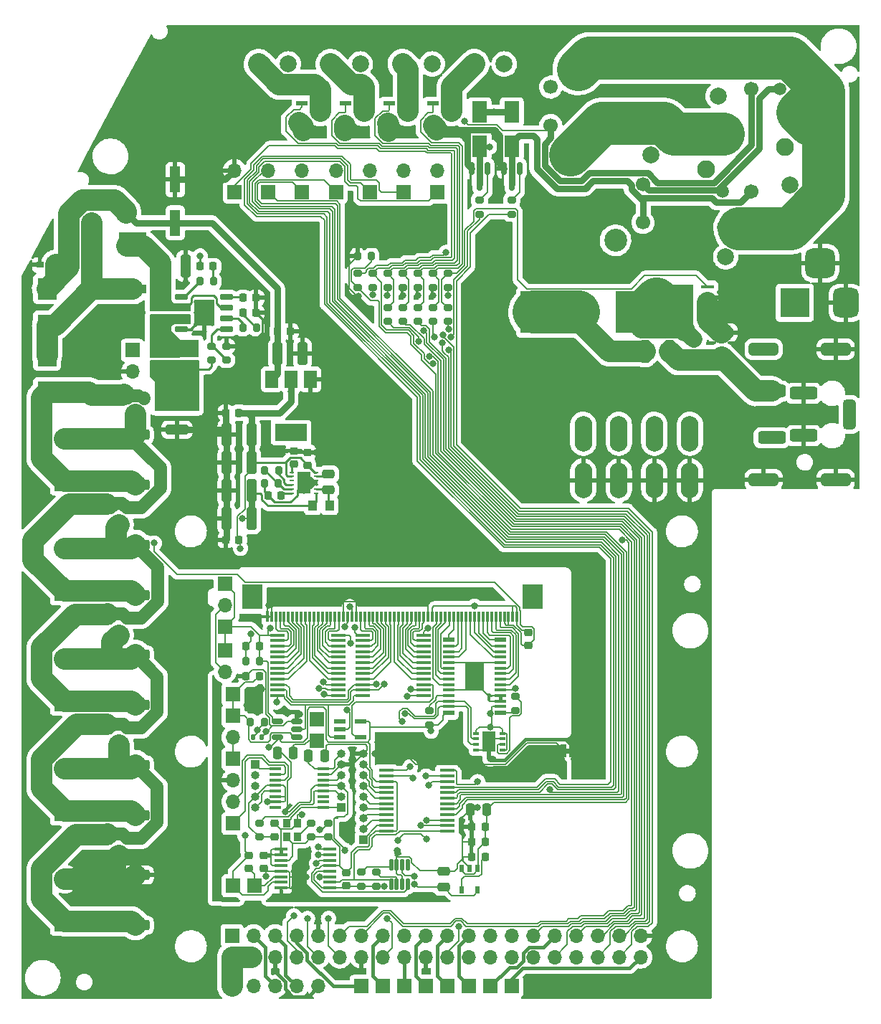
<source format=gtl>
G04 #@! TF.GenerationSoftware,KiCad,Pcbnew,(6.0.1-0)*
G04 #@! TF.CreationDate,2022-02-22T01:29:47+09:00*
G04 #@! TF.ProjectId,qPCR-main,71504352-2d6d-4616-996e-2e6b69636164,rev?*
G04 #@! TF.SameCoordinates,Original*
G04 #@! TF.FileFunction,Copper,L1,Top*
G04 #@! TF.FilePolarity,Positive*
%FSLAX46Y46*%
G04 Gerber Fmt 4.6, Leading zero omitted, Abs format (unit mm)*
G04 Created by KiCad (PCBNEW (6.0.1-0)) date 2022-02-22 01:29:47*
%MOMM*%
%LPD*%
G01*
G04 APERTURE LIST*
G04 Aperture macros list*
%AMRoundRect*
0 Rectangle with rounded corners*
0 $1 Rounding radius*
0 $2 $3 $4 $5 $6 $7 $8 $9 X,Y pos of 4 corners*
0 Add a 4 corners polygon primitive as box body*
4,1,4,$2,$3,$4,$5,$6,$7,$8,$9,$2,$3,0*
0 Add four circle primitives for the rounded corners*
1,1,$1+$1,$2,$3*
1,1,$1+$1,$4,$5*
1,1,$1+$1,$6,$7*
1,1,$1+$1,$8,$9*
0 Add four rect primitives between the rounded corners*
20,1,$1+$1,$2,$3,$4,$5,0*
20,1,$1+$1,$4,$5,$6,$7,0*
20,1,$1+$1,$6,$7,$8,$9,0*
20,1,$1+$1,$8,$9,$2,$3,0*%
%AMFreePoly0*
4,1,22,0.500000,-0.750000,0.000000,-0.750000,0.000000,-0.745033,-0.079941,-0.743568,-0.215256,-0.701293,-0.333266,-0.622738,-0.424486,-0.514219,-0.481581,-0.384460,-0.499164,-0.250000,-0.500000,-0.250000,-0.500000,0.250000,-0.499164,0.250000,-0.499963,0.256109,-0.478152,0.396186,-0.417904,0.524511,-0.324060,0.630769,-0.204165,0.706417,-0.067858,0.745374,0.000000,0.744959,0.000000,0.750000,
0.500000,0.750000,0.500000,-0.750000,0.500000,-0.750000,$1*%
%AMFreePoly1*
4,1,20,0.000000,0.744959,0.073905,0.744508,0.209726,0.703889,0.328688,0.626782,0.421226,0.519385,0.479903,0.390333,0.500000,0.250000,0.500000,-0.250000,0.499851,-0.262216,0.476331,-0.402017,0.414519,-0.529596,0.319384,-0.634700,0.198574,-0.708877,0.061801,-0.746166,0.000000,-0.745033,0.000000,-0.750000,-0.500000,-0.750000,-0.500000,0.750000,0.000000,0.750000,0.000000,0.744959,
0.000000,0.744959,$1*%
G04 Aperture macros list end*
G04 #@! TA.AperFunction,NonConductor*
%ADD10C,0.200000*%
G04 #@! TD*
G04 #@! TA.AperFunction,NonConductor*
%ADD11C,0.100000*%
G04 #@! TD*
G04 #@! TA.AperFunction,EtchedComponent*
%ADD12C,0.100000*%
G04 #@! TD*
G04 #@! TA.AperFunction,SMDPad,CuDef*
%ADD13R,1.750000X0.450000*%
G04 #@! TD*
G04 #@! TA.AperFunction,SMDPad,CuDef*
%ADD14RoundRect,0.150000X-0.650000X-0.150000X0.650000X-0.150000X0.650000X0.150000X-0.650000X0.150000X0*%
G04 #@! TD*
G04 #@! TA.AperFunction,ComponentPad*
%ADD15C,0.500000*%
G04 #@! TD*
G04 #@! TA.AperFunction,SMDPad,CuDef*
%ADD16R,2.410000X3.100000*%
G04 #@! TD*
G04 #@! TA.AperFunction,ComponentPad*
%ADD17R,1.700000X1.700000*%
G04 #@! TD*
G04 #@! TA.AperFunction,ComponentPad*
%ADD18O,1.700000X1.700000*%
G04 #@! TD*
G04 #@! TA.AperFunction,ComponentPad*
%ADD19C,2.000000*%
G04 #@! TD*
G04 #@! TA.AperFunction,SMDPad,CuDef*
%ADD20FreePoly0,180.000000*%
G04 #@! TD*
G04 #@! TA.AperFunction,SMDPad,CuDef*
%ADD21FreePoly1,180.000000*%
G04 #@! TD*
G04 #@! TA.AperFunction,SMDPad,CuDef*
%ADD22RoundRect,0.150000X-0.150000X0.587500X-0.150000X-0.587500X0.150000X-0.587500X0.150000X0.587500X0*%
G04 #@! TD*
G04 #@! TA.AperFunction,SMDPad,CuDef*
%ADD23R,1.500000X2.000000*%
G04 #@! TD*
G04 #@! TA.AperFunction,SMDPad,CuDef*
%ADD24R,3.800000X2.000000*%
G04 #@! TD*
G04 #@! TA.AperFunction,ComponentPad*
%ADD25C,0.600000*%
G04 #@! TD*
G04 #@! TA.AperFunction,SMDPad,CuDef*
%ADD26R,1.500000X2.500000*%
G04 #@! TD*
G04 #@! TA.AperFunction,SMDPad,CuDef*
%ADD27R,0.499999X0.249999*%
G04 #@! TD*
G04 #@! TA.AperFunction,ComponentPad*
%ADD28R,2.400000X2.400000*%
G04 #@! TD*
G04 #@! TA.AperFunction,ComponentPad*
%ADD29C,2.400000*%
G04 #@! TD*
G04 #@! TA.AperFunction,SMDPad,CuDef*
%ADD30R,0.508000X0.825500*%
G04 #@! TD*
G04 #@! TA.AperFunction,SMDPad,CuDef*
%ADD31RoundRect,0.250000X0.250000X0.475000X-0.250000X0.475000X-0.250000X-0.475000X0.250000X-0.475000X0*%
G04 #@! TD*
G04 #@! TA.AperFunction,SMDPad,CuDef*
%ADD32RoundRect,0.225000X0.225000X0.250000X-0.225000X0.250000X-0.225000X-0.250000X0.225000X-0.250000X0*%
G04 #@! TD*
G04 #@! TA.AperFunction,SMDPad,CuDef*
%ADD33RoundRect,0.225000X-0.225000X-0.250000X0.225000X-0.250000X0.225000X0.250000X-0.225000X0.250000X0*%
G04 #@! TD*
G04 #@! TA.AperFunction,SMDPad,CuDef*
%ADD34RoundRect,0.225000X0.250000X-0.225000X0.250000X0.225000X-0.250000X0.225000X-0.250000X-0.225000X0*%
G04 #@! TD*
G04 #@! TA.AperFunction,SMDPad,CuDef*
%ADD35RoundRect,0.250000X-0.475000X0.250000X-0.475000X-0.250000X0.475000X-0.250000X0.475000X0.250000X0*%
G04 #@! TD*
G04 #@! TA.AperFunction,SMDPad,CuDef*
%ADD36RoundRect,0.250000X0.325000X1.100000X-0.325000X1.100000X-0.325000X-1.100000X0.325000X-1.100000X0*%
G04 #@! TD*
G04 #@! TA.AperFunction,SMDPad,CuDef*
%ADD37R,2.300000X2.500000*%
G04 #@! TD*
G04 #@! TA.AperFunction,SMDPad,CuDef*
%ADD38R,1.000000X1.250000*%
G04 #@! TD*
G04 #@! TA.AperFunction,SMDPad,CuDef*
%ADD39RoundRect,0.250000X-1.425000X0.362500X-1.425000X-0.362500X1.425000X-0.362500X1.425000X0.362500X0*%
G04 #@! TD*
G04 #@! TA.AperFunction,SMDPad,CuDef*
%ADD40R,3.200000X1.000000*%
G04 #@! TD*
G04 #@! TA.AperFunction,SMDPad,CuDef*
%ADD41R,5.100000X1.900000*%
G04 #@! TD*
G04 #@! TA.AperFunction,SMDPad,CuDef*
%ADD42R,5.100000X2.100000*%
G04 #@! TD*
G04 #@! TA.AperFunction,SMDPad,CuDef*
%ADD43RoundRect,0.200000X0.200000X0.275000X-0.200000X0.275000X-0.200000X-0.275000X0.200000X-0.275000X0*%
G04 #@! TD*
G04 #@! TA.AperFunction,SMDPad,CuDef*
%ADD44R,1.800000X2.500000*%
G04 #@! TD*
G04 #@! TA.AperFunction,SMDPad,CuDef*
%ADD45RoundRect,0.200000X-0.275000X0.200000X-0.275000X-0.200000X0.275000X-0.200000X0.275000X0.200000X0*%
G04 #@! TD*
G04 #@! TA.AperFunction,SMDPad,CuDef*
%ADD46RoundRect,0.200000X0.275000X-0.200000X0.275000X0.200000X-0.275000X0.200000X-0.275000X-0.200000X0*%
G04 #@! TD*
G04 #@! TA.AperFunction,SMDPad,CuDef*
%ADD47RoundRect,0.250000X0.475000X-0.250000X0.475000X0.250000X-0.475000X0.250000X-0.475000X-0.250000X0*%
G04 #@! TD*
G04 #@! TA.AperFunction,SMDPad,CuDef*
%ADD48R,0.650000X0.350000*%
G04 #@! TD*
G04 #@! TA.AperFunction,SMDPad,CuDef*
%ADD49R,1.500000X2.400000*%
G04 #@! TD*
G04 #@! TA.AperFunction,SMDPad,CuDef*
%ADD50RoundRect,0.225000X-0.250000X0.225000X-0.250000X-0.225000X0.250000X-0.225000X0.250000X0.225000X0*%
G04 #@! TD*
G04 #@! TA.AperFunction,SMDPad,CuDef*
%ADD51RoundRect,0.125000X0.125000X-0.537500X0.125000X0.537500X-0.125000X0.537500X-0.125000X-0.537500X0*%
G04 #@! TD*
G04 #@! TA.AperFunction,SMDPad,CuDef*
%ADD52RoundRect,0.150000X0.512500X0.150000X-0.512500X0.150000X-0.512500X-0.150000X0.512500X-0.150000X0*%
G04 #@! TD*
G04 #@! TA.AperFunction,SMDPad,CuDef*
%ADD53RoundRect,0.250000X-0.250000X-0.475000X0.250000X-0.475000X0.250000X0.475000X-0.250000X0.475000X0*%
G04 #@! TD*
G04 #@! TA.AperFunction,SMDPad,CuDef*
%ADD54R,0.900000X1.000000*%
G04 #@! TD*
G04 #@! TA.AperFunction,SMDPad,CuDef*
%ADD55R,1.473200X0.355600*%
G04 #@! TD*
G04 #@! TA.AperFunction,SMDPad,CuDef*
%ADD56R,1.570000X0.410000*%
G04 #@! TD*
G04 #@! TA.AperFunction,SMDPad,CuDef*
%ADD57R,1.473200X0.558800*%
G04 #@! TD*
G04 #@! TA.AperFunction,SMDPad,CuDef*
%ADD58R,0.300000X1.250000*%
G04 #@! TD*
G04 #@! TA.AperFunction,SMDPad,CuDef*
%ADD59R,2.400000X3.000000*%
G04 #@! TD*
G04 #@! TA.AperFunction,SMDPad,CuDef*
%ADD60R,1.350000X0.600000*%
G04 #@! TD*
G04 #@! TA.AperFunction,SMDPad,CuDef*
%ADD61R,1.350000X0.400000*%
G04 #@! TD*
G04 #@! TA.AperFunction,SMDPad,CuDef*
%ADD62R,2.200000X3.400000*%
G04 #@! TD*
G04 #@! TA.AperFunction,ComponentPad*
%ADD63C,2.108200*%
G04 #@! TD*
G04 #@! TA.AperFunction,ComponentPad*
%ADD64C,1.498600*%
G04 #@! TD*
G04 #@! TA.AperFunction,ComponentPad*
%ADD65C,1.701800*%
G04 #@! TD*
G04 #@! TA.AperFunction,ComponentPad*
%ADD66C,2.006600*%
G04 #@! TD*
G04 #@! TA.AperFunction,ComponentPad*
%ADD67C,2.700000*%
G04 #@! TD*
G04 #@! TA.AperFunction,ComponentPad*
%ADD68C,1.700000*%
G04 #@! TD*
G04 #@! TA.AperFunction,SMDPad,CuDef*
%ADD69R,1.219200X3.098800*%
G04 #@! TD*
G04 #@! TA.AperFunction,SMDPad,CuDef*
%ADD70R,1.320800X0.558800*%
G04 #@! TD*
G04 #@! TA.AperFunction,SMDPad,CuDef*
%ADD71R,1.397000X0.889000*%
G04 #@! TD*
G04 #@! TA.AperFunction,SMDPad,CuDef*
%ADD72R,0.863600X0.762000*%
G04 #@! TD*
G04 #@! TA.AperFunction,ComponentPad*
%ADD73R,3.500000X3.500000*%
G04 #@! TD*
G04 #@! TA.AperFunction,ComponentPad*
%ADD74RoundRect,0.750000X0.750000X1.000000X-0.750000X1.000000X-0.750000X-1.000000X0.750000X-1.000000X0*%
G04 #@! TD*
G04 #@! TA.AperFunction,ComponentPad*
%ADD75RoundRect,0.875000X0.875000X0.875000X-0.875000X0.875000X-0.875000X-0.875000X0.875000X-0.875000X0*%
G04 #@! TD*
G04 #@! TA.AperFunction,SMDPad,CuDef*
%ADD76RoundRect,0.200000X-0.200000X-0.275000X0.200000X-0.275000X0.200000X0.275000X-0.200000X0.275000X0*%
G04 #@! TD*
G04 #@! TA.AperFunction,SMDPad,CuDef*
%ADD77R,0.889000X1.397000*%
G04 #@! TD*
G04 #@! TA.AperFunction,SMDPad,CuDef*
%ADD78R,0.762000X0.863600*%
G04 #@! TD*
G04 #@! TA.AperFunction,SMDPad,CuDef*
%ADD79R,1.516000X0.457200*%
G04 #@! TD*
G04 #@! TA.AperFunction,SMDPad,CuDef*
%ADD80RoundRect,0.250000X1.100000X-0.325000X1.100000X0.325000X-1.100000X0.325000X-1.100000X-0.325000X0*%
G04 #@! TD*
G04 #@! TA.AperFunction,SMDPad,CuDef*
%ADD81R,3.250000X5.000000*%
G04 #@! TD*
G04 #@! TA.AperFunction,ComponentPad*
%ADD82O,2.400000X2.400000*%
G04 #@! TD*
G04 #@! TA.AperFunction,SMDPad,CuDef*
%ADD83RoundRect,0.250000X-0.325000X-1.100000X0.325000X-1.100000X0.325000X1.100000X-0.325000X1.100000X0*%
G04 #@! TD*
G04 #@! TA.AperFunction,ComponentPad*
%ADD84RoundRect,0.375000X1.275000X-0.375000X1.275000X0.375000X-1.275000X0.375000X-1.275000X-0.375000X0*%
G04 #@! TD*
G04 #@! TA.AperFunction,ComponentPad*
%ADD85RoundRect,0.375000X0.375000X1.375000X-0.375000X1.375000X-0.375000X-1.375000X0.375000X-1.375000X0*%
G04 #@! TD*
G04 #@! TA.AperFunction,ComponentPad*
%ADD86RoundRect,0.375000X-1.375000X0.375000X-1.375000X-0.375000X1.375000X-0.375000X1.375000X0.375000X0*%
G04 #@! TD*
G04 #@! TA.AperFunction,SMDPad,CuDef*
%ADD87RoundRect,0.140000X-0.140000X-0.170000X0.140000X-0.170000X0.140000X0.170000X-0.140000X0.170000X0*%
G04 #@! TD*
G04 #@! TA.AperFunction,ComponentPad*
%ADD88R,1.000000X1.000000*%
G04 #@! TD*
G04 #@! TA.AperFunction,ComponentPad*
%ADD89O,1.000000X1.000000*%
G04 #@! TD*
G04 #@! TA.AperFunction,ComponentPad*
%ADD90O,2.100000X4.200000*%
G04 #@! TD*
G04 #@! TA.AperFunction,ViaPad*
%ADD91C,0.800000*%
G04 #@! TD*
G04 #@! TA.AperFunction,Conductor*
%ADD92C,0.152400*%
G04 #@! TD*
G04 #@! TA.AperFunction,Conductor*
%ADD93C,0.762000*%
G04 #@! TD*
G04 #@! TA.AperFunction,Conductor*
%ADD94C,0.250000*%
G04 #@! TD*
G04 #@! TA.AperFunction,Conductor*
%ADD95C,2.540000*%
G04 #@! TD*
G04 #@! TA.AperFunction,Conductor*
%ADD96C,1.524000*%
G04 #@! TD*
G04 #@! TA.AperFunction,Conductor*
%ADD97C,5.080000*%
G04 #@! TD*
G04 #@! TA.AperFunction,Conductor*
%ADD98C,0.381000*%
G04 #@! TD*
G04 #@! TA.AperFunction,Conductor*
%ADD99C,0.200000*%
G04 #@! TD*
G04 #@! TA.AperFunction,Conductor*
%ADD100C,2.032000*%
G04 #@! TD*
G04 APERTURE END LIST*
D10*
X101400000Y-80010000D02*
X96300000Y-80010000D01*
X96300000Y-80010000D02*
X96300000Y-76600000D01*
X96300000Y-76600000D02*
X95700000Y-76000000D01*
X95700000Y-76000000D02*
X95700000Y-74100000D01*
X95700000Y-74100000D02*
X101400000Y-74100000D01*
X101400000Y-74100000D02*
X101400000Y-80010000D01*
G36*
X101400000Y-80010000D02*
G01*
X96300000Y-80010000D01*
X96300000Y-76600000D01*
X95700000Y-76000000D01*
X95700000Y-74100000D01*
X101400000Y-74100000D01*
X101400000Y-80010000D01*
G37*
X101400000Y-80010000D02*
X96300000Y-80010000D01*
X96300000Y-76600000D01*
X95700000Y-76000000D01*
X95700000Y-74100000D01*
X101400000Y-74100000D01*
X101400000Y-80010000D01*
X100400000Y-69700000D02*
X98500000Y-69700000D01*
X98500000Y-69700000D02*
X98100000Y-70100000D01*
X98100000Y-70100000D02*
X98100000Y-70700000D01*
X98100000Y-70700000D02*
X99100000Y-71700000D01*
X99100000Y-71700000D02*
X99100000Y-73700000D01*
X99100000Y-73700000D02*
X95700000Y-73700000D01*
X95700000Y-73700000D02*
X95700000Y-68700000D01*
X95700000Y-68700000D02*
X100400000Y-68700000D01*
X100400000Y-68700000D02*
X100400000Y-69700000D01*
G36*
X100400000Y-69700000D02*
G01*
X98500000Y-69700000D01*
X98100000Y-70100000D01*
X98100000Y-70700000D01*
X99100000Y-71700000D01*
X99100000Y-73700000D01*
X95700000Y-73700000D01*
X95700000Y-68700000D01*
X100400000Y-68700000D01*
X100400000Y-69700000D01*
G37*
X100400000Y-69700000D02*
X98500000Y-69700000D01*
X98100000Y-70100000D01*
X98100000Y-70700000D01*
X99100000Y-71700000D01*
X99100000Y-73700000D01*
X95700000Y-73700000D01*
X95700000Y-68700000D01*
X100400000Y-68700000D01*
X100400000Y-69700000D01*
X98400000Y-67400000D02*
X100400000Y-67400000D01*
X100400000Y-67400000D02*
X100400000Y-68200000D01*
X100400000Y-68200000D02*
X95700000Y-68200000D01*
X95700000Y-68200000D02*
X95700000Y-66900000D01*
X95700000Y-66900000D02*
X98000000Y-66900000D01*
X98000000Y-66900000D02*
X98400000Y-67400000D01*
G36*
X98400000Y-67400000D02*
G01*
X100400000Y-67400000D01*
X100400000Y-68200000D01*
X95700000Y-68200000D01*
X95700000Y-66900000D01*
X98000000Y-66900000D01*
X98400000Y-67400000D01*
G37*
X98400000Y-67400000D02*
X100400000Y-67400000D01*
X100400000Y-68200000D01*
X95700000Y-68200000D01*
X95700000Y-66900000D01*
X98000000Y-66900000D01*
X98400000Y-67400000D01*
D11*
X115100000Y-88780000D02*
X114700000Y-89180000D01*
X114700000Y-89180000D02*
X114500000Y-89180000D01*
X114500000Y-89180000D02*
X114500000Y-87880000D01*
X114500000Y-87880000D02*
X114700000Y-87880000D01*
X114700000Y-87880000D02*
X115100000Y-88280000D01*
X115100000Y-88280000D02*
X115300000Y-88280000D01*
X115300000Y-88280000D02*
X115300000Y-88780000D01*
X115300000Y-88780000D02*
X115100000Y-88780000D01*
G36*
X115100000Y-88280000D02*
G01*
X115300000Y-88280000D01*
X115300000Y-88780000D01*
X115100000Y-88780000D01*
X114700000Y-89180000D01*
X114500000Y-89180000D01*
X114500000Y-87880000D01*
X114700000Y-87880000D01*
X115100000Y-88280000D01*
G37*
X115100000Y-88280000D02*
X115300000Y-88280000D01*
X115300000Y-88780000D01*
X115100000Y-88780000D01*
X114700000Y-89180000D01*
X114500000Y-89180000D01*
X114500000Y-87880000D01*
X114700000Y-87880000D01*
X115100000Y-88280000D01*
G36*
X145260000Y-120520000D02*
G01*
X144760000Y-120520000D01*
X144760000Y-119920000D01*
X145260000Y-119920000D01*
X145260000Y-120520000D01*
G37*
D12*
X155773799Y-69459000D02*
X159761599Y-69459000D01*
X159761599Y-69459000D02*
X159761599Y-65141000D01*
X159761599Y-65141000D02*
X155773799Y-65141000D01*
X155773799Y-65141000D02*
X155773799Y-69459000D01*
G36*
X159761599Y-69459000D02*
G01*
X155773799Y-69459000D01*
X155773799Y-65141000D01*
X159761599Y-65141000D01*
X159761599Y-69459000D01*
G37*
X159761599Y-69459000D02*
X155773799Y-69459000D01*
X155773799Y-65141000D01*
X159761599Y-65141000D01*
X159761599Y-69459000D01*
D13*
X110740005Y-106534000D03*
X110740005Y-107184000D03*
X110740005Y-107834000D03*
X110740005Y-108484000D03*
X110740005Y-109134000D03*
X110740005Y-109784000D03*
X110740005Y-110434000D03*
X110740005Y-111084000D03*
X110740005Y-111734000D03*
X110740005Y-112384000D03*
X110740005Y-113034000D03*
X110740005Y-113684000D03*
X117940005Y-113684000D03*
X117940005Y-113034000D03*
X117940005Y-112384000D03*
X117940005Y-111734000D03*
X117940005Y-111084000D03*
X117940005Y-110434000D03*
X117940005Y-109784000D03*
X117940005Y-109134000D03*
X117940005Y-108484000D03*
X117940005Y-107834000D03*
X117940005Y-107184000D03*
X117940005Y-106534000D03*
D14*
X99400012Y-66594990D03*
X99400012Y-67864990D03*
X99400012Y-69134990D03*
X99400012Y-70404990D03*
X104700012Y-70404990D03*
X104700012Y-69134990D03*
X104700012Y-67864990D03*
X104700012Y-66594990D03*
D15*
X103005012Y-67199990D03*
X103005012Y-68499990D03*
X103005012Y-69799990D03*
X101095012Y-68499990D03*
X101095012Y-67199990D03*
X101095012Y-69799990D03*
D16*
X102050012Y-68499990D03*
D17*
X105370000Y-148000000D03*
D18*
X107910000Y-148000000D03*
X110450000Y-148000000D03*
X112990000Y-148000000D03*
X115530000Y-148000000D03*
D19*
X129000000Y-39100000D03*
X125500000Y-39100000D03*
D17*
X93600000Y-72900000D03*
D18*
X93600000Y-75440000D03*
D20*
X145660000Y-120220000D03*
D21*
X144360000Y-120220000D03*
D22*
X94886000Y-78512500D03*
X92986000Y-78512500D03*
X93936000Y-80387500D03*
X92926000Y-91512500D03*
X91026000Y-91512500D03*
X91976000Y-93387500D03*
X92926000Y-104512500D03*
X91026000Y-104512500D03*
X91976000Y-106387500D03*
X92926000Y-117512500D03*
X91026000Y-117512500D03*
X91976000Y-119387500D03*
X92926000Y-130512500D03*
X91026000Y-130512500D03*
X91976000Y-132387500D03*
D23*
X114625000Y-76325000D03*
X112325000Y-76325000D03*
X110025000Y-76325000D03*
D24*
X112325000Y-82625000D03*
D25*
X114429997Y-88549988D03*
X113829998Y-89550011D03*
X113329999Y-88549988D03*
X113829998Y-87549990D03*
D26*
X113830000Y-88550000D03*
D27*
X115280000Y-87300000D03*
X115280000Y-87799999D03*
X115280000Y-88300000D03*
X115280000Y-88800000D03*
X115280000Y-89300001D03*
X115280000Y-89800000D03*
X112380000Y-89800000D03*
X112380000Y-89300001D03*
X112380000Y-88800000D03*
X112380000Y-88300000D03*
X112380000Y-87799999D03*
X112380000Y-87300000D03*
D28*
X85546000Y-101320000D03*
D29*
X85546000Y-96320000D03*
D28*
X85546000Y-114320000D03*
D29*
X85546000Y-109320000D03*
D28*
X85546000Y-127320000D03*
D29*
X85546000Y-122320000D03*
D28*
X85546000Y-140320000D03*
D29*
X85546000Y-135320000D03*
D30*
X134349795Y-134096354D03*
X133409995Y-134096354D03*
X132470195Y-134096354D03*
X132457495Y-136623654D03*
X134362495Y-136623654D03*
D31*
X135410000Y-127150000D03*
X133510000Y-127150000D03*
D32*
X135235000Y-129182000D03*
X133685000Y-129182000D03*
D33*
X110725000Y-70670000D03*
X112275000Y-70670000D03*
D32*
X135235000Y-130960000D03*
X133685000Y-130960000D03*
X104625000Y-80280000D03*
X106175000Y-80280000D03*
X109625000Y-90090000D03*
X111175000Y-90090000D03*
D34*
X114290000Y-84945000D03*
X114290000Y-86495000D03*
X112670000Y-84775000D03*
X112670000Y-86325000D03*
D35*
X116770000Y-89410000D03*
X116770000Y-87510000D03*
D36*
X104725000Y-89480000D03*
X107675000Y-89480000D03*
D37*
X83500000Y-69950000D03*
X83500000Y-65650000D03*
X83500000Y-73550000D03*
X83500000Y-77850000D03*
D38*
X114880000Y-91220000D03*
X116880000Y-91220000D03*
D39*
X93936000Y-82857500D03*
X93936000Y-88782500D03*
X93936000Y-95857500D03*
X93936000Y-101782500D03*
X93936000Y-108857500D03*
X93936000Y-114782500D03*
X93936000Y-121857500D03*
X93936000Y-127782500D03*
X93936000Y-134857500D03*
X93936000Y-140782500D03*
D32*
X135235000Y-132738000D03*
X133685000Y-132738000D03*
D40*
X93650000Y-59500000D03*
X93650000Y-65700000D03*
D41*
X98900000Y-76900000D03*
D42*
X98900000Y-72700000D03*
D32*
X108217000Y-66721990D03*
X106667000Y-66721990D03*
X108217000Y-68499990D03*
X106667000Y-68499990D03*
D36*
X104725000Y-92780000D03*
X107675000Y-92780000D03*
D43*
X109175000Y-88620000D03*
X110825000Y-88620000D03*
D28*
X85546000Y-88320000D03*
D29*
X85546000Y-83320000D03*
D43*
X109225000Y-87060000D03*
X110875000Y-87060000D03*
D19*
X137500000Y-39100000D03*
X134000000Y-39100000D03*
X120500000Y-39100000D03*
X117000000Y-39100000D03*
D44*
X134590000Y-48790000D03*
X134590000Y-44790000D03*
X138400000Y-48790000D03*
X138400000Y-44790000D03*
D22*
X135540000Y-51452500D03*
X133640000Y-51452500D03*
X134590000Y-53327500D03*
X139350000Y-51452500D03*
X137450000Y-51452500D03*
X138400000Y-53327500D03*
D45*
X134590000Y-55175000D03*
X134590000Y-56825000D03*
D46*
X138400000Y-55175000D03*
X138400000Y-56825000D03*
D47*
X130359988Y-136310004D03*
X130359988Y-134410004D03*
D48*
X134170000Y-118135000D03*
X134170000Y-118785000D03*
X134170000Y-119435001D03*
X134170000Y-120084999D03*
X137270000Y-120084999D03*
X137270000Y-119435001D03*
X137270000Y-118785000D03*
X137270000Y-118135000D03*
D49*
X135720000Y-119110000D03*
D13*
X120789998Y-106534000D03*
X120789998Y-107184000D03*
X120789998Y-107834000D03*
X120789998Y-108484000D03*
X120789998Y-109134000D03*
X120789998Y-109784000D03*
X120789998Y-110434000D03*
X120789998Y-111084000D03*
X120789998Y-111734000D03*
X120789998Y-112384000D03*
X120789998Y-113034000D03*
X120789998Y-113684000D03*
X127989998Y-113684000D03*
X127989998Y-113034000D03*
X127989998Y-112384000D03*
X127989998Y-111734000D03*
X127989998Y-111084000D03*
X127989998Y-110434000D03*
X127989998Y-109784000D03*
X127989998Y-109134000D03*
X127989998Y-108484000D03*
X127989998Y-107834000D03*
X127989998Y-107184000D03*
X127989998Y-106534000D03*
D32*
X108584995Y-111349993D03*
X107034995Y-111349993D03*
D34*
X140360000Y-107755000D03*
X140360000Y-106205000D03*
D33*
X107034995Y-107793993D03*
X108584995Y-107793993D03*
D50*
X107365800Y-132524200D03*
X107365800Y-134074200D03*
D34*
X109143800Y-134074200D03*
X109143800Y-132524200D03*
X118872000Y-136135004D03*
X118872000Y-134585004D03*
D31*
X112620000Y-120450000D03*
X110720000Y-120450000D03*
D51*
X124165000Y-135947500D03*
X124815000Y-135947500D03*
X125465000Y-135947500D03*
X126115000Y-135947500D03*
X126115000Y-133672500D03*
X125465000Y-133672500D03*
X124815000Y-133672500D03*
X124165000Y-133672500D03*
D52*
X113004993Y-118609988D03*
X113004993Y-117659988D03*
X113004993Y-116709988D03*
X110729993Y-116709988D03*
X110729993Y-118609988D03*
D53*
X114400000Y-120790000D03*
X116300000Y-120790000D03*
D54*
X113084500Y-130352500D03*
X113084500Y-128727500D03*
X111859500Y-128727500D03*
X111859500Y-130352500D03*
D34*
X110380000Y-130315000D03*
X110380000Y-128765000D03*
D45*
X114698000Y-128715000D03*
X114698000Y-130365000D03*
X116730000Y-128715000D03*
X116730000Y-130365000D03*
D55*
X116109400Y-126874999D03*
X116109400Y-126225001D03*
X116109400Y-125574999D03*
X116109400Y-124925001D03*
X116109400Y-124275002D03*
X116109400Y-123625001D03*
X116109400Y-122975002D03*
X116109400Y-122325001D03*
X110470600Y-122325001D03*
X110470600Y-122974999D03*
X110470600Y-123625001D03*
X110470600Y-124274999D03*
X110470600Y-124924998D03*
X110470600Y-125574999D03*
X110470600Y-126224998D03*
X110470600Y-126874999D03*
D56*
X111150000Y-131815000D03*
X111150000Y-132465000D03*
X111150000Y-133115000D03*
X111150000Y-133765000D03*
X111150000Y-134415000D03*
X111150000Y-135065000D03*
X111150000Y-135715000D03*
X111150000Y-136365000D03*
X116890000Y-136365000D03*
X116890000Y-135715000D03*
X116890000Y-135065000D03*
X116890000Y-134415000D03*
X116890000Y-133765000D03*
X116890000Y-133115000D03*
X116890000Y-132465000D03*
X116890000Y-131815000D03*
D57*
X118116198Y-116709987D03*
X118116198Y-117659988D03*
X118116198Y-118609989D03*
X120503798Y-118609989D03*
X120503798Y-116709987D03*
D45*
X108602000Y-128715000D03*
X108602000Y-130365000D03*
D43*
X108634995Y-109571993D03*
X106984995Y-109571993D03*
D46*
X120650000Y-136185004D03*
X120650000Y-134535004D03*
X122428000Y-136185004D03*
X122428000Y-134535004D03*
D13*
X130750012Y-129664994D03*
X130750012Y-129014994D03*
X130750012Y-128364994D03*
X130750012Y-127714994D03*
X130750012Y-127064994D03*
X130750012Y-126414994D03*
X130750012Y-125764994D03*
X130750012Y-125114994D03*
X130750012Y-124464994D03*
X130750012Y-123814994D03*
X130750012Y-123164994D03*
X130750012Y-122514994D03*
X123550012Y-122514994D03*
X123550012Y-123164994D03*
X123550012Y-123814994D03*
X123550012Y-124464994D03*
X123550012Y-125114994D03*
X123550012Y-125764994D03*
X123550012Y-126414994D03*
X123550012Y-127064994D03*
X123550012Y-127714994D03*
X123550012Y-128364994D03*
X123550012Y-129014994D03*
X123550012Y-129664994D03*
D58*
X139020000Y-104340000D03*
X138520000Y-104340000D03*
X138020000Y-104340000D03*
X137520000Y-104340000D03*
X137020000Y-104340000D03*
X136520000Y-104340000D03*
X136020000Y-104340000D03*
X135520000Y-104340000D03*
X135020000Y-104340000D03*
X134520000Y-104340000D03*
X134020000Y-104340000D03*
X133520000Y-104340000D03*
X133020000Y-104340000D03*
X132520000Y-104340000D03*
X132020000Y-104340000D03*
X131520000Y-104340000D03*
X131020000Y-104340000D03*
X130520000Y-104340000D03*
X130020000Y-104340000D03*
X129520000Y-104340000D03*
X129020000Y-104340000D03*
X128520000Y-104340000D03*
X128020000Y-104340000D03*
X127520000Y-104340000D03*
X127020000Y-104340000D03*
X126520000Y-104340000D03*
X126020000Y-104340000D03*
X125520000Y-104340000D03*
X125020000Y-104340000D03*
X124520000Y-104340000D03*
X124020000Y-104340000D03*
X123520000Y-104340000D03*
X123020000Y-104340000D03*
X122520000Y-104340000D03*
X122020000Y-104340000D03*
X121520000Y-104340000D03*
X121020000Y-104340000D03*
X120520000Y-104340000D03*
X120020000Y-104340000D03*
X119520000Y-104340000D03*
X119020000Y-104340000D03*
X118520000Y-104340000D03*
X118020000Y-104340000D03*
X117520000Y-104340000D03*
X117020000Y-104340000D03*
X116520000Y-104340000D03*
X116020000Y-104340000D03*
X115520000Y-104340000D03*
X115020000Y-104340000D03*
X114520000Y-104340000D03*
X114020000Y-104340000D03*
X113520000Y-104340000D03*
X113020000Y-104340000D03*
X112520000Y-104340000D03*
X112020000Y-104340000D03*
X111520000Y-104340000D03*
X111020000Y-104340000D03*
X110520000Y-104340000D03*
X110020000Y-104340000D03*
X109520000Y-104340000D03*
D59*
X140820000Y-102015000D03*
X107720000Y-102015000D03*
D60*
X137066892Y-115726109D03*
D61*
X137066892Y-114976109D03*
X137066892Y-114326109D03*
X137066892Y-113676109D03*
X137066892Y-113026109D03*
X137066892Y-112376109D03*
X137066892Y-111726109D03*
X137066892Y-111076109D03*
X137066892Y-110426109D03*
X137066892Y-109776109D03*
X137066892Y-109126109D03*
X137066892Y-108476109D03*
X137066892Y-107826109D03*
D60*
X137066892Y-107076109D03*
X130966892Y-107076109D03*
D61*
X130966892Y-107826109D03*
X130966892Y-108476109D03*
X130966892Y-109126109D03*
X130966892Y-109776109D03*
X130966892Y-110426109D03*
X130966892Y-111076109D03*
X130966892Y-111726109D03*
X130966892Y-112376109D03*
X130966892Y-113026109D03*
X130966892Y-113676109D03*
X130966892Y-114326109D03*
X130966892Y-114976109D03*
D60*
X130966892Y-115726109D03*
D62*
X134016892Y-111401109D03*
D19*
X163669312Y-61854869D03*
X163669312Y-58354869D03*
D63*
X172059312Y-44714869D03*
D64*
X170109312Y-42064869D03*
D65*
X166709312Y-42064869D03*
D66*
X162759312Y-42864869D03*
D63*
X163359312Y-47364869D03*
X161359312Y-51514869D03*
D64*
X163309312Y-54164869D03*
D65*
X166709312Y-54164869D03*
D66*
X171259312Y-53364869D03*
D63*
X170659312Y-48864869D03*
D67*
X146249312Y-39724869D03*
D68*
X142999312Y-41824869D03*
X142999312Y-46324869D03*
D19*
X145349312Y-49824869D03*
X154849312Y-49824869D03*
D68*
X153899312Y-53324869D03*
X153899312Y-57824869D03*
D67*
X150649312Y-59924869D03*
D69*
X98650000Y-57852700D03*
X98650000Y-52747300D03*
D70*
X123942800Y-43760200D03*
X123942800Y-45639800D03*
X126127200Y-44700000D03*
X129107800Y-43760200D03*
X129107800Y-45639800D03*
X131292200Y-44700000D03*
X118777800Y-43760200D03*
X118777800Y-45639800D03*
X120962200Y-44700000D03*
X113612800Y-43760200D03*
X113612800Y-45639800D03*
X115797200Y-44700000D03*
D71*
X84449300Y-62800000D03*
D72*
X82684000Y-62800000D03*
D73*
X171828993Y-67310000D03*
D74*
X177828993Y-67310000D03*
D75*
X174828993Y-62610000D03*
D32*
X103137000Y-62992000D03*
X101587000Y-62992000D03*
D76*
X101537000Y-64770000D03*
X103187000Y-64770000D03*
D77*
X159900000Y-73499300D03*
D78*
X159900000Y-71734000D03*
D79*
X161510199Y-69205000D03*
X161510199Y-67935000D03*
X161510199Y-66665000D03*
X161510199Y-65395000D03*
X155168199Y-65395000D03*
X155168199Y-66665000D03*
X155168199Y-67935000D03*
X155168199Y-69205000D03*
D80*
X163230000Y-73745000D03*
X163230000Y-70795000D03*
D36*
X157065000Y-73030000D03*
X154115000Y-73030000D03*
D81*
X152285000Y-68410000D03*
X141035000Y-68410000D03*
D19*
X112000000Y-39100000D03*
X108500000Y-39100000D03*
D17*
X125639055Y-54210944D03*
D18*
X125639055Y-51670944D03*
D17*
X129639055Y-54210944D03*
D18*
X129639055Y-51670944D03*
D17*
X109639055Y-54210944D03*
D18*
X109639055Y-51670944D03*
D17*
X113639055Y-54210944D03*
D18*
X113639055Y-51670944D03*
D17*
X117639055Y-54210944D03*
D18*
X117639055Y-51670944D03*
D17*
X121639055Y-54210944D03*
D18*
X121639055Y-51670944D03*
X105639055Y-51670944D03*
D17*
X105639055Y-54210944D03*
D45*
X130838000Y-63825000D03*
X130838000Y-65475000D03*
X120170000Y-63825000D03*
X120170000Y-65475000D03*
D46*
X127282000Y-65475000D03*
X127282000Y-63825000D03*
X129060000Y-65475000D03*
X129060000Y-63825000D03*
X121948000Y-65475000D03*
X121948000Y-63825000D03*
X123726000Y-65475000D03*
X123726000Y-63825000D03*
X125504000Y-65475000D03*
X125504000Y-63825000D03*
D45*
X130838000Y-67855000D03*
X130838000Y-69505000D03*
D43*
X121825000Y-61800000D03*
X120175000Y-61800000D03*
D45*
X127282000Y-67855000D03*
X127282000Y-69505000D03*
X129060000Y-67855000D03*
X129060000Y-69505000D03*
X125504000Y-67855000D03*
X125504000Y-69505000D03*
X123726000Y-67855000D03*
X123726000Y-69505000D03*
X128710000Y-115485000D03*
X128710000Y-117135000D03*
D32*
X104615000Y-95290000D03*
X106165000Y-95290000D03*
D29*
X88800000Y-78200000D03*
D82*
X88800000Y-57880000D03*
D83*
X110725000Y-73310000D03*
X113675000Y-73310000D03*
D36*
X104725000Y-86180000D03*
X107675000Y-86180000D03*
X104725000Y-82880000D03*
X107675000Y-82880000D03*
D17*
X105370000Y-142000000D03*
D18*
X105370000Y-144540000D03*
X107910000Y-142000000D03*
X107910000Y-144540000D03*
X110450000Y-142000000D03*
X110450000Y-144540000D03*
X112990000Y-142000000D03*
X112990000Y-144540000D03*
X115530000Y-142000000D03*
X115530000Y-144540000D03*
X118070000Y-142000000D03*
X118070000Y-144540000D03*
X120610000Y-142000000D03*
X120610000Y-144540000D03*
X123150000Y-142000000D03*
X123150000Y-144540000D03*
X125690000Y-142000000D03*
X125690000Y-144540000D03*
X128230000Y-142000000D03*
X128230000Y-144540000D03*
X130770000Y-142000000D03*
X130770000Y-144540000D03*
X133310000Y-142000000D03*
X133310000Y-144540000D03*
X135850000Y-142000000D03*
X135850000Y-144540000D03*
X138390000Y-142000000D03*
X138390000Y-144540000D03*
X140930000Y-142000000D03*
X140930000Y-144540000D03*
X143470000Y-142000000D03*
X143470000Y-144540000D03*
X146010000Y-142000000D03*
X146010000Y-144540000D03*
X148550000Y-142000000D03*
X148550000Y-144540000D03*
X151090000Y-142000000D03*
X151090000Y-144540000D03*
X153630000Y-142000000D03*
X153630000Y-144540000D03*
D76*
X108267000Y-70277990D03*
X106617000Y-70277990D03*
D80*
X98840000Y-82285000D03*
X98840000Y-79335000D03*
D46*
X138830000Y-115415000D03*
X138830000Y-113765000D03*
D84*
X169100000Y-83226000D03*
X169100000Y-77726000D03*
X172850000Y-82976000D03*
X172850000Y-77976000D03*
D85*
X178250000Y-80476000D03*
D86*
X168150000Y-88176000D03*
X176650000Y-88176000D03*
X168150000Y-72776000D03*
X176650000Y-72776000D03*
D87*
X107869999Y-118550004D03*
X108829999Y-118550004D03*
D43*
X109175000Y-116772000D03*
X107525000Y-116772000D03*
D46*
X102932000Y-74065000D03*
X102932000Y-72415000D03*
X104710000Y-74065000D03*
X104710000Y-72415000D03*
D36*
X99875000Y-62950000D03*
X96925000Y-62950000D03*
D17*
X123150000Y-148000000D03*
X125690000Y-148000000D03*
X128230000Y-148000000D03*
X130770000Y-148000000D03*
X135850000Y-148000000D03*
X138390000Y-148000000D03*
X133310000Y-148000000D03*
X104530000Y-100460000D03*
D88*
X118262400Y-126898400D03*
D89*
X118262400Y-125628400D03*
X118262400Y-124358400D03*
X118262400Y-123088400D03*
X118262400Y-121818400D03*
X118262400Y-120548400D03*
D17*
X105469995Y-113538000D03*
X108009995Y-136144000D03*
X105470006Y-136143994D03*
D90*
X146840000Y-88250000D03*
X151040000Y-88250000D03*
X155240000Y-88250000D03*
X159440000Y-88250000D03*
X146840000Y-82750000D03*
X151040000Y-82750000D03*
X155240000Y-82750000D03*
X159440000Y-82750000D03*
D17*
X120600000Y-148000000D03*
X115370000Y-118963999D03*
X115370000Y-116423999D03*
X105469995Y-116078000D03*
D18*
X105469995Y-118618000D03*
D88*
X120853200Y-130708400D03*
D89*
X120853200Y-129438400D03*
X120853200Y-128168400D03*
X120853200Y-126898400D03*
X120853200Y-125628400D03*
X120853200Y-124358400D03*
X120853200Y-123088400D03*
X120853200Y-121818400D03*
X120853200Y-120548400D03*
D88*
X108102400Y-121818400D03*
D89*
X108102400Y-123088400D03*
X108102400Y-124358400D03*
X108102400Y-125628400D03*
X108102400Y-126898400D03*
D17*
X105469995Y-128778000D03*
D18*
X105469995Y-126238000D03*
D17*
X104530000Y-105540000D03*
D18*
X104530000Y-103000000D03*
D17*
X104530000Y-108334000D03*
D18*
X104530000Y-110874000D03*
D17*
X105469995Y-121158000D03*
D18*
X105469995Y-123698000D03*
D91*
X108847783Y-112897731D03*
X107585866Y-106404134D03*
X109715000Y-102985000D03*
X112325000Y-77765000D03*
X101590000Y-61760000D03*
X97098840Y-69131160D03*
X99900000Y-64890000D03*
X115270000Y-84940000D03*
X96162900Y-95670000D03*
X120301124Y-66505776D03*
X97300000Y-75500000D03*
X94890000Y-60570000D03*
X99902700Y-52747300D03*
X106600000Y-92780000D03*
X106350000Y-96280000D03*
X143450000Y-120200000D03*
X142900000Y-124749854D03*
X127432440Y-71832410D03*
X128015456Y-70603724D03*
X128661590Y-73646823D03*
X129067580Y-74507804D03*
X130169422Y-72030579D03*
X130913020Y-72830579D03*
X129297291Y-71332420D03*
X130244764Y-71077903D03*
X131217340Y-71301945D03*
X130913020Y-70400000D03*
X121950000Y-66378100D03*
X130643898Y-61351500D03*
X129100000Y-66450000D03*
X127300000Y-66450000D03*
X125500000Y-66450000D03*
X130850000Y-66450000D03*
X123700000Y-66450000D03*
X132807001Y-45857908D03*
X135813696Y-48886304D03*
X136310000Y-44790000D03*
X113800000Y-46950000D03*
X118700000Y-46950000D03*
X123800000Y-47000000D03*
X129550000Y-46900000D03*
X151473451Y-95326549D03*
X113359469Y-115900000D03*
X115680000Y-129500000D03*
X115680000Y-135060000D03*
X122255687Y-120530000D03*
X114112580Y-135073548D03*
X109370192Y-135030192D03*
X109363906Y-117892949D03*
X109495055Y-126199705D03*
X109697129Y-119761188D03*
X128875380Y-117860000D03*
X135839990Y-115810000D03*
X119372055Y-107509965D03*
X128461900Y-105695507D03*
X135840001Y-117358098D03*
X126916900Y-135952261D03*
X123350000Y-136231900D03*
X109891900Y-105720580D03*
X119850000Y-105650000D03*
X110595600Y-114420000D03*
X92830000Y-56650000D03*
X127658100Y-129036894D03*
X118648100Y-105516902D03*
X126920146Y-135000364D03*
X116140866Y-112029134D03*
X118910989Y-115388100D03*
X132101474Y-140918526D03*
X114270000Y-139989469D03*
X126050040Y-113748416D03*
X116230000Y-113509011D03*
X126401900Y-122090223D03*
X119259822Y-103170457D03*
X128366846Y-128386894D03*
X126706220Y-123410000D03*
X115589335Y-112804976D03*
X126490000Y-112878097D03*
X112660000Y-139685149D03*
X128266740Y-123190000D03*
X116750000Y-139989469D03*
X123369813Y-112291742D03*
X125488940Y-116737582D03*
X115558355Y-131545458D03*
X128610000Y-124240000D03*
X122417994Y-112279133D03*
X123690000Y-139989469D03*
X115579351Y-132497129D03*
X125777718Y-115786733D03*
X106900000Y-130210000D03*
X128315510Y-130645156D03*
X124910834Y-130807435D03*
X138846151Y-112813100D03*
X146290000Y-68410000D03*
X135825000Y-121145000D03*
X111678568Y-127371289D03*
X146120000Y-121430000D03*
X134010000Y-103120000D03*
X134016892Y-111401109D03*
X134358100Y-126890000D03*
X113587023Y-127707023D03*
X134358100Y-123836894D03*
X135720000Y-119110000D03*
X118699322Y-131941520D03*
X124880300Y-131941520D03*
X115324666Y-133482580D03*
X108330000Y-117720000D03*
D92*
X109332574Y-115849121D02*
X109332574Y-112907426D01*
X109332574Y-112907426D02*
X109332574Y-110981764D01*
X108847783Y-112897731D02*
X109322879Y-112897731D01*
X109322879Y-112897731D02*
X109332574Y-112907426D01*
X107585866Y-106404134D02*
X107585866Y-107243122D01*
X107585866Y-107243122D02*
X107034995Y-107793993D01*
X109520000Y-104340000D02*
X109520000Y-103180000D01*
X109520000Y-103180000D02*
X109840000Y-102860000D01*
X118520000Y-104340000D02*
X118520000Y-102540000D01*
D93*
X112325000Y-77765000D02*
X112325000Y-78965000D01*
X112325000Y-76325000D02*
X112325000Y-77765000D01*
X110725000Y-70670000D02*
X110725000Y-65595000D01*
X110725000Y-65595000D02*
X102982700Y-57852700D01*
X102982700Y-57852700D02*
X98650000Y-57852700D01*
X110725000Y-73310000D02*
X110725000Y-70670000D01*
X110025000Y-76325000D02*
X110725000Y-75625000D01*
X110725000Y-75625000D02*
X110725000Y-73310000D01*
D94*
X98900000Y-72700000D02*
X97098840Y-70898840D01*
X97098840Y-70898840D02*
X97098840Y-69131160D01*
X97098840Y-69131160D02*
X99396182Y-69131160D01*
X99396182Y-69131160D02*
X99400012Y-69134990D01*
X101587000Y-62992000D02*
X101587000Y-62007000D01*
X101587000Y-62007000D02*
X101587000Y-61763000D01*
X101587000Y-61763000D02*
X101590000Y-61760000D01*
X108217000Y-68499990D02*
X108943920Y-69226910D01*
X108943920Y-70796080D02*
X107325000Y-72415000D01*
X108943920Y-69226910D02*
X108943920Y-70796080D01*
X107325000Y-72415000D02*
X104710000Y-72415000D01*
X108217000Y-68499990D02*
X108217000Y-66721990D01*
X102932000Y-72415000D02*
X102932000Y-71048000D01*
X102932000Y-71048000D02*
X103575010Y-70404990D01*
X103575010Y-70404990D02*
X104700012Y-70404990D01*
X102932000Y-72415000D02*
X103060000Y-72415000D01*
X103060000Y-72415000D02*
X104710000Y-74065000D01*
X102932000Y-74065000D02*
X102932000Y-74778000D01*
X102932000Y-74778000D02*
X102570000Y-75140000D01*
X102570000Y-75140000D02*
X100660000Y-75140000D01*
X100660000Y-75140000D02*
X98900000Y-76900000D01*
X99875000Y-64865000D02*
X99900000Y-64890000D01*
X99875000Y-62950000D02*
X99875000Y-64865000D01*
X99400012Y-70404990D02*
X100490012Y-70404990D01*
X100490012Y-70404990D02*
X101095012Y-69799990D01*
X100791180Y-66450000D02*
X100568101Y-66673079D01*
X103531923Y-66771923D02*
X103210000Y-66450000D01*
X104004990Y-67864990D02*
X103531923Y-67391923D01*
X100568101Y-67251899D02*
X99955010Y-67864990D01*
X103210000Y-66450000D02*
X100791180Y-66450000D01*
X100568101Y-66673079D02*
X100568101Y-67251899D01*
X104700012Y-67864990D02*
X104004990Y-67864990D01*
X103531923Y-67391923D02*
X103531923Y-66771923D01*
X99955010Y-67864990D02*
X99400012Y-67864990D01*
X106617000Y-70277990D02*
X106617000Y-69727000D01*
X106024990Y-69134990D02*
X104700012Y-69134990D01*
X106617000Y-69727000D02*
X106024990Y-69134990D01*
X106667000Y-68499990D02*
X106667000Y-68677990D01*
X106667000Y-68677990D02*
X108267000Y-70277990D01*
X104700012Y-66594990D02*
X106540000Y-66594990D01*
X106540000Y-66594990D02*
X106667000Y-66721990D01*
X103137000Y-62992000D02*
X103137000Y-64720000D01*
X103137000Y-64720000D02*
X103187000Y-64770000D01*
X99400012Y-66594990D02*
X99712010Y-66594990D01*
X99712010Y-66594990D02*
X101537000Y-64770000D01*
X99400012Y-67864990D02*
X97764990Y-67864990D01*
X97764990Y-67864990D02*
X96925000Y-67025000D01*
D93*
X98840000Y-79335000D02*
X98840000Y-76960000D01*
X98840000Y-76960000D02*
X98900000Y-76900000D01*
X104625000Y-80280000D02*
X104625000Y-82780000D01*
X104625000Y-82780000D02*
X104725000Y-82880000D01*
X98840000Y-82285000D02*
X104130000Y-82285000D01*
X104130000Y-82285000D02*
X104725000Y-82880000D01*
D94*
X114290000Y-84945000D02*
X115265000Y-84945000D01*
X115265000Y-84945000D02*
X115270000Y-84940000D01*
D92*
X141063120Y-107051880D02*
X141063120Y-105792312D01*
X98860631Y-99381889D02*
X96162900Y-96684158D01*
X140360000Y-107755000D02*
X141063120Y-107051880D01*
X141063120Y-105792312D02*
X140797688Y-105526880D01*
X140797688Y-105526880D02*
X139643126Y-105526880D01*
X139350000Y-103249626D02*
X136387263Y-100286889D01*
X136387263Y-100286889D02*
X106890000Y-100286889D01*
X139398111Y-105281865D02*
X139398111Y-103621222D01*
X139643126Y-105526880D02*
X139398111Y-105281865D01*
X139350000Y-103573111D02*
X139350000Y-103249626D01*
X139398111Y-103621222D02*
X139350000Y-103573111D01*
X106890000Y-100286889D02*
X105985000Y-99381889D01*
X105985000Y-99381889D02*
X98860631Y-99381889D01*
X96162900Y-96684158D02*
X96162900Y-95670000D01*
X149789326Y-124160674D02*
X150110880Y-123839120D01*
X141404633Y-124464994D02*
X142356524Y-123513103D01*
X144100000Y-124160674D02*
X149789326Y-124160674D01*
X148773678Y-96164800D02*
X137434426Y-96164800D01*
X143452429Y-123513103D02*
X144100000Y-124160674D01*
X150110880Y-123839120D02*
X150110880Y-97502002D01*
X142356524Y-123513103D02*
X143452429Y-123513103D01*
X119325806Y-50972268D02*
X119325806Y-52685944D01*
X150110880Y-97502002D02*
X148773678Y-96164800D01*
X137434426Y-96164800D02*
X127245680Y-85976054D01*
X122717166Y-53132833D02*
X122717166Y-53964055D01*
X106841360Y-55721340D02*
X106841360Y-52700551D01*
X127245680Y-78447924D02*
X116270000Y-67472244D01*
X116270000Y-67472244D02*
X116270000Y-57561360D01*
X116270000Y-57561360D02*
X115823615Y-57114975D01*
X115823615Y-57114975D02*
X108234995Y-57114975D01*
X108234995Y-57114975D02*
X106841360Y-55721340D01*
X106841360Y-52700551D02*
X107930415Y-51611493D01*
X107930415Y-51611493D02*
X107930415Y-50994156D01*
X127245680Y-85976054D02*
X127245680Y-78447924D01*
X130750012Y-124464994D02*
X141404633Y-124464994D01*
X107930415Y-50994156D02*
X108940378Y-49984193D01*
X108940378Y-49984193D02*
X118337731Y-49984193D01*
X118337731Y-49984193D02*
X119325806Y-50972268D01*
X119325806Y-52685944D02*
X119475806Y-52835944D01*
X119475806Y-52835944D02*
X122420277Y-52835944D01*
X122420277Y-52835944D02*
X122717166Y-53132833D01*
X122717166Y-53964055D02*
X122964055Y-54210944D01*
X122964055Y-54210944D02*
X125639055Y-54210944D01*
X131815006Y-125114994D02*
X132160686Y-124769314D01*
X132160686Y-124769314D02*
X141530686Y-124769314D01*
X130750012Y-125114994D02*
X131815006Y-125114994D01*
X150415200Y-97375948D02*
X148899732Y-95860480D01*
X108234735Y-51120210D02*
X109066432Y-50288513D01*
X141530686Y-124769314D02*
X142482577Y-123817423D01*
X120568375Y-53140264D02*
X121639055Y-54210944D01*
X143286226Y-123817423D02*
X143933798Y-124464994D01*
X150415200Y-124234800D02*
X150415200Y-97375948D01*
X143933798Y-124464994D02*
X150185006Y-124464994D01*
X127565440Y-78337310D02*
X127371733Y-78143604D01*
X148899732Y-95860480D02*
X137560480Y-95860480D01*
X137560480Y-95860480D02*
X127550000Y-85850000D01*
X108234735Y-51737547D02*
X108234735Y-51120210D01*
X127565440Y-85834560D02*
X127565440Y-78337310D01*
X150185006Y-124464994D02*
X150415200Y-124234800D01*
X116585680Y-67346191D02*
X116585680Y-57165680D01*
X142482577Y-123817423D02*
X143286226Y-123817423D01*
X127371733Y-78143604D02*
X116580000Y-67351871D01*
X127550000Y-85850000D02*
X127565440Y-85834560D01*
X107145680Y-55595286D02*
X107145680Y-52826604D01*
X116580000Y-67351871D02*
X116585680Y-67346191D01*
X116585680Y-57165680D02*
X116230655Y-56810655D01*
X116230655Y-56810655D02*
X108361049Y-56810655D01*
X108361049Y-56810655D02*
X107145680Y-55595286D01*
X107145680Y-52826604D02*
X108234735Y-51737547D01*
X109066432Y-50288513D02*
X118211678Y-50288513D01*
X118211678Y-50288513D02*
X119021486Y-51098321D01*
X119021486Y-51098321D02*
X119021486Y-52811998D01*
X119021486Y-52811998D02*
X119349752Y-53140264D01*
X119349752Y-53140264D02*
X120568375Y-53140264D01*
X131865006Y-125764994D02*
X132000000Y-125630000D01*
X132000000Y-125630000D02*
X132000000Y-125360374D01*
X132000000Y-125360374D02*
X132286740Y-125073634D01*
X118717166Y-51224375D02*
X118717166Y-52938051D01*
X116636335Y-56506335D02*
X108487103Y-56506335D01*
X132286740Y-125073634D02*
X141687936Y-125073634D01*
X137704290Y-95556160D02*
X127869760Y-85721630D01*
X120239055Y-53635944D02*
X120239055Y-54967166D01*
X108487103Y-56506335D02*
X107450000Y-55469232D01*
X143160173Y-124121743D02*
X143807744Y-124769314D01*
X130750012Y-125764994D02*
X131865006Y-125764994D01*
X149025786Y-95556160D02*
X137704290Y-95556160D01*
X120239055Y-54967166D02*
X120560944Y-55289055D01*
X116890000Y-67231496D02*
X116890000Y-56760000D01*
X142639827Y-124121743D02*
X143160173Y-124121743D01*
X143807744Y-124769314D02*
X150430686Y-124769314D01*
X150719520Y-124480480D02*
X150719520Y-97249894D01*
X107450000Y-52952657D02*
X108539055Y-51863601D01*
X127869760Y-85721630D02*
X127869760Y-78211256D01*
X141687936Y-125073634D02*
X142639827Y-124121743D01*
X127869760Y-78211256D02*
X116890000Y-67231496D01*
X150719520Y-97249894D02*
X149025786Y-95556160D01*
X150430686Y-124769314D02*
X150719520Y-124480480D01*
X108539055Y-51863601D02*
X108539055Y-51246264D01*
X109192486Y-50592833D02*
X118085624Y-50592833D01*
X107450000Y-55469232D02*
X107450000Y-52952657D01*
X116890000Y-56760000D02*
X116636335Y-56506335D01*
X108539055Y-51246264D02*
X109192486Y-50592833D01*
X118085624Y-50592833D02*
X118717166Y-51224375D01*
X118717166Y-52938051D02*
X119223698Y-53444584D01*
X119223698Y-53444584D02*
X120047695Y-53444584D01*
X120047695Y-53444584D02*
X120239055Y-53635944D01*
X120560944Y-55289055D02*
X128560944Y-55289055D01*
X128560944Y-55289055D02*
X129639055Y-54210944D01*
X142900000Y-124749854D02*
X143000000Y-124849854D01*
X117197040Y-56507040D02*
X116892015Y-56202015D01*
X128174080Y-78085202D02*
X127995813Y-77906936D01*
X107780415Y-55369274D02*
X107780415Y-53052615D01*
X137830344Y-95251840D02*
X128174080Y-85595572D01*
X128174080Y-85595572D02*
X128174080Y-78085202D01*
X127995813Y-77906936D02*
X117197040Y-67108163D01*
X150876366Y-125073634D02*
X151023840Y-124926160D01*
X143000000Y-125073634D02*
X150876366Y-125073634D01*
X151023840Y-124926160D02*
X151023840Y-97123840D01*
X151023840Y-97123840D02*
X149151840Y-95251840D01*
X143000000Y-124849854D02*
X143000000Y-125073634D01*
X107780415Y-53052615D02*
X109162085Y-51670944D01*
X149151840Y-95251840D02*
X137830344Y-95251840D01*
X116892015Y-56202015D02*
X108613156Y-56202015D01*
X117197040Y-67108163D02*
X117197040Y-56507040D01*
X108613156Y-56202015D02*
X107780415Y-55369274D01*
X109162085Y-51670944D02*
X109639055Y-51670944D01*
X130750012Y-126414994D02*
X131855006Y-126414994D01*
X131855006Y-126414994D02*
X132304320Y-125965680D01*
X132412794Y-125377954D02*
X151182046Y-125377954D01*
X151328160Y-96988908D02*
X149286772Y-94947520D01*
X132304320Y-125965680D02*
X132304320Y-125486428D01*
X117501360Y-56241360D02*
X117157695Y-55897695D01*
X151182046Y-125377954D02*
X151328160Y-125231840D01*
X116214055Y-52785944D02*
X117639055Y-54210944D01*
X137956398Y-94947520D02*
X128478400Y-85469519D01*
X151328160Y-125231840D02*
X151328160Y-96988908D01*
X117157695Y-55897695D02*
X108739210Y-55897695D01*
X149286772Y-94947520D02*
X137956398Y-94947520D01*
X132304320Y-125486428D02*
X132412794Y-125377954D01*
X128478400Y-85469519D02*
X128478400Y-77959148D01*
X128478400Y-77959148D02*
X117501360Y-66982106D01*
X117501360Y-66982106D02*
X117501360Y-56241360D01*
X108739210Y-55897695D02*
X108084735Y-55243220D01*
X108084735Y-55243220D02*
X108084735Y-53178668D01*
X108084735Y-53178668D02*
X108477459Y-52785944D01*
X108477459Y-52785944D02*
X116214055Y-52785944D01*
X151632480Y-96862855D02*
X149412825Y-94643200D01*
X138082452Y-94643200D02*
X128782720Y-85343466D01*
X108389055Y-53304722D02*
X108389055Y-55000945D01*
X130750012Y-127064994D02*
X131875006Y-127064994D01*
X131875006Y-127064994D02*
X132230000Y-126710000D01*
X132230000Y-126710000D02*
X132230000Y-126470374D01*
X117805680Y-55825680D02*
X117573375Y-55593375D01*
X132230000Y-126470374D02*
X133018100Y-125682274D01*
X128782720Y-85343466D02*
X128782720Y-77833094D01*
X151632480Y-125517520D02*
X151632480Y-96862855D01*
X151467726Y-125682274D02*
X151632480Y-125517520D01*
X133018100Y-125682274D02*
X151467726Y-125682274D01*
X117805680Y-66856053D02*
X117805680Y-55825680D01*
X108389055Y-55117166D02*
X108389055Y-55000945D01*
X149412825Y-94643200D02*
X138082452Y-94643200D01*
X128782720Y-77833094D02*
X117805680Y-66856053D01*
X117573375Y-55593375D02*
X108865264Y-55593375D01*
X108865264Y-55593375D02*
X108389055Y-55117166D01*
X130750012Y-127714994D02*
X131795006Y-127714994D01*
X132534320Y-126596428D02*
X133144154Y-125986594D01*
X151936800Y-125753200D02*
X151936800Y-96736801D01*
X118110000Y-66730000D02*
X118110000Y-55670000D01*
X110717166Y-55289055D02*
X109639055Y-54210944D01*
X129087040Y-85217413D02*
X129087040Y-77707040D01*
X133144154Y-125986594D02*
X151703406Y-125986594D01*
X151703406Y-125986594D02*
X151936800Y-125753200D01*
X132534320Y-126975680D02*
X132534320Y-126596428D01*
X151936800Y-96736801D02*
X149538879Y-94338880D01*
X149538879Y-94338880D02*
X138208506Y-94338880D01*
X138208506Y-94338880D02*
X129087040Y-85217413D01*
X131795006Y-127714994D02*
X132534320Y-126975680D01*
X129087040Y-77707040D02*
X118110000Y-66730000D01*
X118110000Y-55670000D02*
X117729055Y-55289055D01*
X117729055Y-55289055D02*
X110717166Y-55289055D01*
D93*
X112325000Y-78965000D02*
X111010000Y-80280000D01*
X111010000Y-80280000D02*
X107250000Y-80280000D01*
D92*
X112518375Y-53090264D02*
X108603513Y-53090264D01*
X113639055Y-54210944D02*
X112518375Y-53090264D01*
X108603513Y-53090264D02*
X108389055Y-53304722D01*
X120301124Y-66505776D02*
X120120323Y-66505776D01*
X120120323Y-66505776D02*
X119162560Y-65548013D01*
X119162560Y-65548013D02*
X119162560Y-62812440D01*
X119162560Y-62812440D02*
X120175000Y-61800000D01*
X120170000Y-65475000D02*
X119466880Y-64771880D01*
X119703120Y-63196880D02*
X121053120Y-63196880D01*
X119466880Y-64771880D02*
X119466880Y-63433120D01*
X119466880Y-63433120D02*
X119703120Y-63196880D01*
X121053120Y-63196880D02*
X121825000Y-62425000D01*
X121825000Y-62425000D02*
X121825000Y-61800000D01*
D95*
X97300000Y-75500000D02*
X97500000Y-75500000D01*
X97500000Y-75500000D02*
X98900000Y-76900000D01*
X96925000Y-62950000D02*
X96925000Y-67025000D01*
X96925000Y-62950000D02*
X96925000Y-62605000D01*
X96925000Y-62605000D02*
X94890000Y-60570000D01*
X94890000Y-60570000D02*
X92970000Y-60570000D01*
X93650000Y-65700000D02*
X88906178Y-65700000D01*
X88906178Y-65700000D02*
X88800000Y-65593822D01*
X83500000Y-69950000D02*
X84443822Y-69950000D01*
X88800000Y-65593822D02*
X88800000Y-57880000D01*
X84443822Y-69950000D02*
X88800000Y-65593822D01*
D93*
X104557299Y-52747300D02*
X99902700Y-52747300D01*
X98650000Y-52747300D02*
X99902700Y-52747300D01*
D92*
X106165000Y-95290000D02*
X105971889Y-95096889D01*
X105971889Y-95096889D02*
X105971889Y-92519827D01*
X105971889Y-92519827D02*
X106871880Y-91619836D01*
X106871880Y-91619836D02*
X106871880Y-87758120D01*
X106871880Y-87758120D02*
X107675000Y-86955000D01*
X107675000Y-86955000D02*
X107675000Y-86180000D01*
X106600000Y-92780000D02*
X107675000Y-92780000D01*
X106350000Y-96280000D02*
X106350000Y-95475000D01*
X106350000Y-95475000D02*
X106165000Y-95290000D01*
D93*
X98650000Y-57852700D02*
X94032700Y-57852700D01*
X94032700Y-57852700D02*
X92830000Y-56650000D01*
X105639055Y-51670944D02*
X104559999Y-52750000D01*
X104559999Y-52750000D02*
X104557299Y-52747300D01*
D92*
X105639055Y-54210944D02*
X105639055Y-53472483D01*
X105639055Y-53472483D02*
X107626095Y-51485443D01*
X124228066Y-62892560D02*
X123923746Y-63196880D01*
X107626095Y-50868103D02*
X109741758Y-48752440D01*
X117827351Y-49056759D02*
X122423945Y-49056759D01*
X131330689Y-49730689D02*
X131330689Y-61819311D01*
X127531959Y-62283920D02*
X127227639Y-62588240D01*
X128167187Y-49411079D02*
X128373388Y-49617279D01*
X131217279Y-49617279D02*
X131330689Y-49730689D01*
X125575692Y-62892560D02*
X124228066Y-62892560D01*
X107626095Y-51485443D02*
X107626095Y-50868103D01*
X131170400Y-61979600D02*
X129183905Y-61979600D01*
X131330689Y-61819311D02*
X131170400Y-61979600D01*
X122778266Y-49411079D02*
X128167187Y-49411079D01*
X109741758Y-48752440D02*
X117523032Y-48752440D01*
X128373388Y-49617279D02*
X131217279Y-49617279D01*
X117523032Y-48752440D02*
X117827351Y-49056759D01*
X122423945Y-49056759D02*
X122778266Y-49411079D01*
X123923746Y-63196880D02*
X122576120Y-63196880D01*
X127227639Y-62588240D02*
X125880012Y-62588240D01*
X129183905Y-61979600D02*
X128879585Y-62283920D01*
X128879585Y-62283920D02*
X127531959Y-62283920D01*
X125880012Y-62588240D02*
X125575692Y-62892560D01*
X122576120Y-63196880D02*
X121948000Y-63825000D01*
D93*
X114625000Y-76325000D02*
X114400000Y-76100000D01*
X106175000Y-80280000D02*
X107250000Y-80280000D01*
X107250000Y-80280000D02*
X107675000Y-80705000D01*
X107675000Y-80705000D02*
X107675000Y-82880000D01*
D94*
X115280000Y-88300000D02*
X114679985Y-88300000D01*
X114679985Y-88300000D02*
X114429997Y-88549988D01*
X115280000Y-88300000D02*
X115280000Y-88800000D01*
X114880000Y-91220000D02*
X114856160Y-91243840D01*
X108698080Y-89780000D02*
X107975000Y-89780000D01*
X114856160Y-91243840D02*
X109594018Y-91243840D01*
X109594018Y-91243840D02*
X108898080Y-90547902D01*
X108898080Y-90547902D02*
X108898080Y-89980000D01*
X108898080Y-89980000D02*
X108698080Y-89780000D01*
X107975000Y-89780000D02*
X107675000Y-89480000D01*
X109625000Y-90090000D02*
X110376920Y-90841920D01*
X113050000Y-90058820D02*
X113050000Y-89330000D01*
X110376920Y-90841920D02*
X112266900Y-90841920D01*
X112266900Y-90841920D02*
X113050000Y-90058820D01*
X113050000Y-89330000D02*
X113830000Y-88550000D01*
X112670000Y-86325000D02*
X112380000Y-86615000D01*
X112380000Y-86615000D02*
X112380000Y-87300000D01*
X109175000Y-88620000D02*
X109175000Y-89640000D01*
X109175000Y-89640000D02*
X109625000Y-90090000D01*
X114290000Y-84945000D02*
X112840000Y-84945000D01*
X112840000Y-84945000D02*
X112670000Y-84775000D01*
X115280000Y-87300000D02*
X115095000Y-87300000D01*
X115095000Y-87300000D02*
X114290000Y-86495000D01*
X115280000Y-87799999D02*
X116480001Y-87799999D01*
X116480001Y-87799999D02*
X116770000Y-87510000D01*
X107675000Y-86180000D02*
X111630178Y-86180000D01*
X111630178Y-86180000D02*
X111700000Y-86110178D01*
X111501920Y-88147454D02*
X111501920Y-88530000D01*
X111501920Y-88530000D02*
X111771920Y-88800000D01*
X110875000Y-87060000D02*
X110875000Y-87520534D01*
X110875000Y-87520534D02*
X111501920Y-88147454D01*
X111771920Y-88800000D02*
X112380000Y-88800000D01*
X111880001Y-87799999D02*
X111700000Y-87619998D01*
X112380000Y-87799999D02*
X111880001Y-87799999D01*
X112212098Y-85598080D02*
X113393080Y-85598080D01*
X113393080Y-85598080D02*
X114290000Y-86495000D01*
X111700000Y-87619998D02*
X111700000Y-86110178D01*
X111700000Y-86110178D02*
X112212098Y-85598080D01*
X110825000Y-88620000D02*
X110785000Y-88620000D01*
X110785000Y-88620000D02*
X109225000Y-87060000D01*
X112380000Y-89300001D02*
X111505001Y-89300001D01*
X111505001Y-89300001D02*
X110825000Y-88620000D01*
X112380000Y-89800000D02*
X111465000Y-89800000D01*
X111465000Y-89800000D02*
X111175000Y-90090000D01*
X115280000Y-89800000D02*
X115280000Y-90820000D01*
X115280000Y-90820000D02*
X114880000Y-91220000D01*
X115280000Y-89300001D02*
X116660001Y-89300001D01*
X116660001Y-89300001D02*
X116770000Y-89410000D01*
X116770000Y-89410000D02*
X116770000Y-91110000D01*
X116770000Y-91110000D02*
X116880000Y-91220000D01*
D93*
X107675000Y-89480000D02*
X107675000Y-92780000D01*
X107675000Y-82880000D02*
X107675000Y-86180000D01*
X104725000Y-92780000D02*
X104725000Y-95180000D01*
X104725000Y-95180000D02*
X104615000Y-95290000D01*
X104725000Y-89480000D02*
X104725000Y-92780000D01*
X104725000Y-86180000D02*
X104725000Y-89480000D01*
X104725000Y-82880000D02*
X104725000Y-86180000D01*
D92*
X144340000Y-120200000D02*
X144360000Y-120220000D01*
X143450000Y-120200000D02*
X144340000Y-120200000D01*
X123022880Y-64899880D02*
X123022880Y-69922880D01*
X123022880Y-69922880D02*
X123608640Y-70508640D01*
X121948000Y-63825000D02*
X123022880Y-64899880D01*
X128634287Y-74507804D02*
X129067580Y-74507804D01*
X123608640Y-70508640D02*
X126171340Y-70508640D01*
X128033479Y-73321733D02*
X128033479Y-73906996D01*
X126171340Y-70508640D02*
X126804329Y-71141629D01*
X126804329Y-71141629D02*
X126804329Y-72092583D01*
X126804329Y-72092583D02*
X128033479Y-73321733D01*
X128033479Y-73906996D02*
X128634287Y-74507804D01*
X120170000Y-65475000D02*
X120170000Y-65486384D01*
X152545440Y-95510270D02*
X152545440Y-96054560D01*
X120170000Y-65486384D02*
X121733616Y-67050000D01*
X127729159Y-73447787D02*
X127729159Y-74057667D01*
X138334560Y-94034560D02*
X151069730Y-94034560D01*
X121733616Y-67050000D02*
X122550000Y-67050000D01*
X122550000Y-67050000D02*
X122718560Y-67218560D01*
X122718560Y-67218560D02*
X122718560Y-70048934D01*
X122718560Y-70048934D02*
X123482586Y-70812960D01*
X123482586Y-70812960D02*
X126045286Y-70812960D01*
X126045286Y-70812960D02*
X126500009Y-71267683D01*
X129391360Y-85091360D02*
X138334560Y-94034560D01*
X126500009Y-71267683D02*
X126500009Y-72218636D01*
X151069730Y-94034560D02*
X152545440Y-95510270D01*
X126500009Y-72218636D02*
X127729159Y-73447787D01*
X127729159Y-74057667D02*
X129391360Y-75719868D01*
X129391360Y-75719868D02*
X129391360Y-85091360D01*
X127432440Y-71832410D02*
X127432440Y-71339366D01*
X124425320Y-70204320D02*
X123726000Y-69505000D01*
X127432440Y-71339366D02*
X126297394Y-70204320D01*
X126297394Y-70204320D02*
X124425320Y-70204320D01*
X152366534Y-139095969D02*
X152994031Y-139095969D01*
X151321838Y-93425920D02*
X138624051Y-93425920D01*
X145133057Y-140921889D02*
X145437378Y-140617569D01*
X146531684Y-140617569D02*
X146836005Y-140313249D01*
X151757891Y-139704610D02*
X152366534Y-139095969D01*
X145437378Y-140617569D02*
X146531684Y-140617569D01*
X146836005Y-140313249D02*
X149530577Y-140313249D01*
X130000000Y-84801865D02*
X130000000Y-74096965D01*
X128060540Y-72157503D02*
X128060540Y-71537092D01*
X152994031Y-139095969D02*
X153154080Y-138935920D01*
X128060540Y-71537092D02*
X126423448Y-69900000D01*
X153154080Y-138935920D02*
X153154080Y-95258162D01*
X149530577Y-140313249D02*
X150139216Y-139704610D01*
X150139216Y-139704610D02*
X151757891Y-139704610D01*
X143528111Y-140921889D02*
X145133057Y-140921889D01*
X153154080Y-95258162D02*
X151321838Y-93425920D01*
X138624051Y-93425920D02*
X130000000Y-84801865D01*
X130000000Y-74096965D02*
X128060540Y-72157503D01*
X126423448Y-69900000D02*
X125899000Y-69900000D01*
X125899000Y-69900000D02*
X125504000Y-69505000D01*
X128015456Y-70603724D02*
X128364860Y-70953128D01*
X153329711Y-139400289D02*
X152492587Y-139400289D01*
X128364860Y-72031450D02*
X130323840Y-73990431D01*
X138750105Y-93121600D02*
X151447892Y-93121600D01*
X152492587Y-139400289D02*
X151883946Y-140008929D01*
X144931889Y-141553431D02*
X144931889Y-143078111D01*
X128364860Y-70953128D02*
X128364860Y-72031450D01*
X130323840Y-84695332D02*
X130789252Y-85160747D01*
X130789252Y-85160747D02*
X138750105Y-93121600D01*
X145563431Y-140921889D02*
X144931889Y-141553431D01*
X151447892Y-93121600D02*
X153458400Y-95132108D01*
X153458400Y-95132108D02*
X153458400Y-139271600D01*
X146657737Y-140921889D02*
X145563431Y-140921889D01*
X144931889Y-143078111D02*
X143470000Y-144540000D01*
X153458400Y-139271600D02*
X153329711Y-139400289D01*
X130323840Y-73990431D02*
X130323840Y-84695332D01*
X151883946Y-140008929D02*
X150265272Y-140008929D01*
X150265272Y-140008929D02*
X149656630Y-140617569D01*
X149656630Y-140617569D02*
X146962058Y-140617569D01*
X146962058Y-140617569D02*
X146657737Y-140921889D01*
X150391325Y-140313249D02*
X152010000Y-140313249D01*
X147088111Y-140921889D02*
X149782684Y-140921889D01*
X153762720Y-95006054D02*
X151573946Y-92817280D01*
X151573946Y-92817280D02*
X138876159Y-92817280D01*
X149782684Y-140921889D02*
X150391325Y-140313249D01*
X146010000Y-142000000D02*
X147088111Y-140921889D01*
X138876159Y-92817280D02*
X130628160Y-84569279D01*
X152010000Y-140313249D02*
X152618640Y-139704609D01*
X152618640Y-139704609D02*
X153556053Y-139704609D01*
X153556053Y-139704609D02*
X153762720Y-139497942D01*
X153762720Y-139497942D02*
X153762720Y-95006054D01*
X130628160Y-84569279D02*
X130628160Y-73864377D01*
X130628160Y-73864377D02*
X128669180Y-71905397D01*
X128669180Y-71905397D02*
X128669180Y-70369180D01*
X128669180Y-70369180D02*
X128250000Y-69950000D01*
X128250000Y-69950000D02*
X127727000Y-69950000D01*
X127727000Y-69950000D02*
X127282000Y-69505000D01*
X129119484Y-73646823D02*
X128661590Y-73646823D01*
X129695680Y-74223019D02*
X129119484Y-73646823D01*
X120610000Y-142000000D02*
X123248642Y-139361358D01*
X141882058Y-140617569D02*
X145007004Y-140617569D01*
X123248642Y-139361358D02*
X123950173Y-139361358D01*
X125510704Y-140921889D02*
X131209827Y-140921889D01*
X146360000Y-140313249D02*
X146664319Y-140008930D01*
X141577737Y-140921889D02*
X141882058Y-140617569D01*
X131209827Y-140921889D02*
X131841301Y-140290415D01*
X151631839Y-139400290D02*
X152240481Y-138791649D01*
X131841301Y-140290415D02*
X132361647Y-140290415D01*
X132361647Y-140290415D02*
X132993121Y-140921889D01*
X145311325Y-140313249D02*
X146360000Y-140313249D01*
X149368930Y-140008930D02*
X149977570Y-139400290D01*
X132993121Y-140921889D02*
X141577737Y-140921889D01*
X123950173Y-139361358D02*
X125510704Y-140921889D01*
X152849760Y-95384216D02*
X151195784Y-93730240D01*
X145007004Y-140617569D02*
X145311325Y-140313249D01*
X146664319Y-140008930D02*
X149368930Y-140008930D01*
X152849760Y-138610240D02*
X152849760Y-95384216D01*
X149977570Y-139400290D02*
X151631839Y-139400290D01*
X152240481Y-138791649D02*
X152668351Y-138791649D01*
X152668351Y-138791649D02*
X152849760Y-138610240D01*
X151195784Y-93730240D02*
X138497997Y-93730240D01*
X138497997Y-93730240D02*
X129695680Y-84927922D01*
X129695680Y-84927922D02*
X129695680Y-74223019D01*
X130397078Y-73202921D02*
X130169422Y-72975265D01*
X130169422Y-72975265D02*
X130169422Y-72030579D01*
X130932480Y-73738323D02*
X130397078Y-73202921D01*
X130932480Y-84443226D02*
X130932480Y-73738323D01*
X131080579Y-72830579D02*
X131236800Y-72986800D01*
X130913020Y-72830579D02*
X131080579Y-72830579D01*
X131236800Y-72986800D02*
X131236800Y-84317173D01*
X151090000Y-142000000D02*
X151674946Y-142000000D01*
X130244764Y-71217653D02*
X130244764Y-71077903D01*
X151674946Y-142000000D02*
X153057378Y-140617569D01*
X139254320Y-91884694D02*
X131541120Y-84171493D01*
X153057378Y-140617569D02*
X154402057Y-140617569D01*
X154402057Y-140617569D02*
X154675680Y-140343946D01*
X154675680Y-140343946D02*
X154675680Y-94510000D01*
X154675680Y-94510000D02*
X152070000Y-91904320D01*
X139254320Y-91904320D02*
X139254320Y-91884694D01*
X131541120Y-84171493D02*
X131541120Y-72514009D01*
X131541120Y-72514009D02*
X130244764Y-71217653D01*
X152070000Y-91904320D02*
X139254320Y-91904320D01*
X129060000Y-71095129D02*
X129297291Y-71332420D01*
X129060000Y-69505000D02*
X129060000Y-71095129D01*
X131541120Y-70978165D02*
X131541120Y-64569628D01*
X131217340Y-71301945D02*
X131541120Y-70978165D01*
X130838000Y-70324980D02*
X130913020Y-70400000D01*
X130838000Y-69505000D02*
X130838000Y-70324980D01*
X134590000Y-56825000D02*
X134590000Y-57410000D01*
X134590000Y-57410000D02*
X133156609Y-58843391D01*
X133156609Y-62954139D02*
X131541120Y-64569628D01*
X133156609Y-58843391D02*
X133156609Y-62954139D01*
X121948000Y-65475000D02*
X121948000Y-66376100D01*
X121948000Y-66376100D02*
X121950000Y-66378100D01*
X131845440Y-64695682D02*
X131845440Y-84045440D01*
X123700000Y-69531000D02*
X123726000Y-69505000D01*
X131236800Y-84317173D02*
X139128267Y-92208640D01*
X139128267Y-92208640D02*
X139858640Y-92208640D01*
X148550000Y-142000000D02*
X149134946Y-142000000D01*
X149134946Y-142000000D02*
X150517378Y-140617569D01*
X152196630Y-140617569D02*
X152805271Y-140008929D01*
X151700000Y-92512960D02*
X139002213Y-92512960D01*
X152805271Y-140008929D02*
X153951071Y-140008929D01*
X150517378Y-140617569D02*
X152196630Y-140617569D01*
X139002213Y-92512960D02*
X130932480Y-84443226D01*
X153951071Y-140008929D02*
X154067040Y-139892960D01*
X154067040Y-139892960D02*
X154067040Y-94880000D01*
X154067040Y-94880000D02*
X151700000Y-92512960D01*
X139858640Y-92208640D02*
X139600000Y-92208640D01*
X145800000Y-92208640D02*
X139858640Y-92208640D01*
X138400000Y-56825000D02*
X135670453Y-56825000D01*
X135670453Y-56825000D02*
X133460929Y-59034524D01*
X131845440Y-84045440D02*
X139400000Y-91600000D01*
X152210000Y-91600000D02*
X154980000Y-94370000D01*
X133460929Y-59034524D02*
X133460929Y-63080193D01*
X154528111Y-140921889D02*
X153183431Y-140921889D01*
X139400000Y-91600000D02*
X152210000Y-91600000D01*
X154980000Y-94370000D02*
X154980000Y-140470000D01*
X133460929Y-63080193D02*
X131845440Y-64695682D01*
X154980000Y-140470000D02*
X154528111Y-140921889D01*
X153183431Y-140921889D02*
X152551889Y-141553431D01*
X152551889Y-141553431D02*
X152551889Y-143078111D01*
X152551889Y-143078111D02*
X151090000Y-144540000D01*
X130838000Y-67855000D02*
X130134880Y-67151880D01*
X130134880Y-64528120D02*
X130838000Y-63825000D01*
X130134880Y-67151880D02*
X130134880Y-64528120D01*
X161510199Y-65395000D02*
X160197080Y-64081881D01*
X139103120Y-56447667D02*
X138852333Y-56196880D01*
X160197080Y-64081881D02*
X154100008Y-64081881D01*
X134137667Y-56196880D02*
X133886880Y-56447667D01*
X154100008Y-64081881D02*
X152540009Y-65641880D01*
X152540009Y-65641880D02*
X140141880Y-65641880D01*
X138852333Y-56196880D02*
X134137667Y-56196880D01*
X133886880Y-56447667D02*
X133886880Y-57682746D01*
X132852289Y-62828085D02*
X131855374Y-63825000D01*
X131855374Y-63825000D02*
X130838000Y-63825000D01*
X139103120Y-64603120D02*
X139103120Y-56447667D01*
X133886880Y-57682746D02*
X132852289Y-58717337D01*
X140141880Y-65641880D02*
X139103120Y-64603120D01*
X132852289Y-58717337D02*
X132852289Y-62828085D01*
X130320118Y-61675280D02*
X130643898Y-61351500D01*
X127405906Y-61979600D02*
X128753531Y-61979600D01*
X121244880Y-63605120D02*
X121244880Y-63447667D01*
X121495667Y-63196880D02*
X122100000Y-63196880D01*
X126750000Y-62283920D02*
X127101585Y-62283920D01*
X129057852Y-61675280D02*
X130320118Y-61675280D01*
X120170000Y-63825000D02*
X121025000Y-63825000D01*
X123797692Y-62892560D02*
X124102013Y-62588240D01*
X123650000Y-62892560D02*
X123797692Y-62892560D01*
X128753531Y-61979600D02*
X129057852Y-61675280D01*
X121244880Y-63447667D02*
X121495667Y-63196880D01*
X122100000Y-63196880D02*
X122404320Y-62892560D01*
X125150000Y-62588240D02*
X125449638Y-62588240D01*
X121025000Y-63825000D02*
X121244880Y-63605120D01*
X125449638Y-62588240D02*
X125753959Y-62283920D01*
X124102013Y-62588240D02*
X125150000Y-62588240D01*
X122404320Y-62892560D02*
X123650000Y-62892560D01*
X125753959Y-62283920D02*
X126750000Y-62283920D01*
X127101585Y-62283920D02*
X127405906Y-61979600D01*
X113612800Y-43760200D02*
X113612800Y-44192000D01*
X112650883Y-44483054D02*
X111750000Y-45383937D01*
X113179459Y-48448120D02*
X117649085Y-48448120D01*
X111750000Y-45383937D02*
X111750000Y-47018661D01*
X128293241Y-49106759D02*
X128499441Y-49312959D01*
X117649085Y-48448120D02*
X117953406Y-48752440D01*
X111750000Y-47018661D02*
X113179459Y-48448120D01*
X122904319Y-49106759D02*
X128293241Y-49106759D01*
X117953406Y-48752440D02*
X122550000Y-48752440D01*
X113612800Y-44192000D02*
X113321746Y-44483054D01*
X113321746Y-44483054D02*
X112650883Y-44483054D01*
X131635009Y-49435009D02*
X131635009Y-62064991D01*
X122550000Y-48752440D02*
X122904319Y-49106759D01*
X128499441Y-49312959D02*
X131512960Y-49312960D01*
X129005639Y-62588240D02*
X127658013Y-62588240D01*
X127353693Y-62892560D02*
X126006066Y-62892560D01*
X129309959Y-62283920D02*
X129005639Y-62588240D01*
X131635009Y-62064991D02*
X131416080Y-62283920D01*
X125701746Y-63196880D02*
X124354120Y-63196880D01*
X131416080Y-62283920D02*
X129309959Y-62283920D01*
X131512960Y-49312960D02*
X131635009Y-49435009D01*
X126006066Y-62892560D02*
X125701746Y-63196880D01*
X127658013Y-62588240D02*
X127353693Y-62892560D01*
X124354120Y-63196880D02*
X123726000Y-63825000D01*
X118777800Y-43760200D02*
X118777800Y-44722200D01*
X131939329Y-62310671D02*
X131661760Y-62588240D01*
X118777800Y-44722200D02*
X118648120Y-44851880D01*
X118648120Y-44851880D02*
X118029458Y-44851880D01*
X131939329Y-49189329D02*
X131939329Y-62310671D01*
X129436013Y-62588240D02*
X129131693Y-62892560D01*
X117151880Y-45729458D02*
X117151880Y-47520541D01*
X122699085Y-48448120D02*
X123053406Y-48802440D01*
X118029458Y-44851880D02*
X117151880Y-45729458D01*
X123053406Y-48802440D02*
X128473031Y-48802440D01*
X127479746Y-63196880D02*
X126132120Y-63196880D01*
X118079459Y-48448120D02*
X122699085Y-48448120D01*
X129131693Y-62892560D02*
X127784066Y-62892560D01*
X128473031Y-48802440D02*
X128679232Y-49008640D01*
X128679232Y-49008640D02*
X131758640Y-49008640D01*
X117151880Y-47520541D02*
X118079459Y-48448120D01*
X131758640Y-49008640D02*
X131939329Y-49189329D01*
X127784066Y-62892560D02*
X127479746Y-63196880D01*
X131661760Y-62588240D02*
X129436013Y-62588240D01*
X126132120Y-63196880D02*
X125504000Y-63825000D01*
X122262005Y-45519332D02*
X122262005Y-47580666D01*
X123942800Y-44507200D02*
X123808246Y-44641754D01*
X123808246Y-44641754D02*
X123139583Y-44641754D01*
X122262005Y-47580666D02*
X123179459Y-48498120D01*
X123179459Y-48498120D02*
X128599085Y-48498120D01*
X132023946Y-48704320D02*
X132243649Y-48924023D01*
X123942800Y-43760200D02*
X123942800Y-44507200D01*
X123139583Y-44641754D02*
X122262005Y-45519332D01*
X128599085Y-48498120D02*
X128805285Y-48704320D01*
X128805285Y-48704320D02*
X132023946Y-48704320D01*
X132243649Y-48924023D02*
X132243649Y-62575977D01*
X132243649Y-62575977D02*
X131927066Y-62892560D01*
X129562067Y-62892560D02*
X129257747Y-63196880D01*
X129257747Y-63196880D02*
X127910120Y-63196880D01*
X131927066Y-62892560D02*
X129562067Y-62892560D01*
X127910120Y-63196880D02*
X127282000Y-63825000D01*
X129107800Y-44742200D02*
X128990746Y-44859254D01*
X128522083Y-44859254D02*
X127644505Y-45736832D01*
X132053120Y-63196880D02*
X129688120Y-63196880D01*
X132148120Y-48398120D02*
X132547969Y-48797969D01*
X127644505Y-45736832D02*
X127644505Y-47113166D01*
X129107800Y-43760200D02*
X129107800Y-44742200D01*
X127644505Y-47113166D02*
X128931339Y-48400000D01*
X128933219Y-48398120D02*
X132148120Y-48398120D01*
X128990746Y-44859254D02*
X128522083Y-44859254D01*
X128931339Y-48400000D02*
X128933219Y-48398120D01*
X132547969Y-48797969D02*
X132547969Y-62702031D01*
X132547969Y-62702031D02*
X132053120Y-63196880D01*
X129688120Y-63196880D02*
X129060000Y-63825000D01*
X129060000Y-63825000D02*
X129763120Y-64528120D01*
X129763120Y-64528120D02*
X129763120Y-67151880D01*
X129763120Y-67151880D02*
X129060000Y-67855000D01*
X127282000Y-63825000D02*
X127985120Y-64528120D01*
X127985120Y-64528120D02*
X127985120Y-67151880D01*
X127985120Y-67151880D02*
X127282000Y-67855000D01*
X125504000Y-63825000D02*
X126207120Y-64528120D01*
X126207120Y-64528120D02*
X126207120Y-67151880D01*
X126207120Y-67151880D02*
X125504000Y-67855000D01*
X123726000Y-63825000D02*
X124429120Y-64528120D01*
X124429120Y-64528120D02*
X124429120Y-67151880D01*
X124429120Y-67151880D02*
X123726000Y-67855000D01*
X129060000Y-65475000D02*
X129060000Y-66410000D01*
X129060000Y-66410000D02*
X129100000Y-66450000D01*
X127282000Y-66432000D02*
X127300000Y-66450000D01*
X127282000Y-65475000D02*
X127282000Y-66432000D01*
X125504000Y-65475000D02*
X125504000Y-66446000D01*
X125504000Y-66446000D02*
X125500000Y-66450000D01*
X123726000Y-65475000D02*
X123726000Y-66424000D01*
X123726000Y-66424000D02*
X123700000Y-66450000D01*
X130850000Y-66450000D02*
X130850000Y-65487000D01*
X130850000Y-65487000D02*
X130838000Y-65475000D01*
D93*
X133640000Y-51452500D02*
X133157089Y-50969589D01*
X133157089Y-50969589D02*
X133157089Y-46942911D01*
D92*
X132807001Y-45857908D02*
X133239973Y-46290880D01*
X133239973Y-46290880D02*
X136602306Y-46290880D01*
X137266226Y-46954800D02*
X142369381Y-46954800D01*
X142369381Y-46954800D02*
X142999312Y-46324869D01*
X136602306Y-46290880D02*
X137266226Y-46954800D01*
X134590000Y-48790000D02*
X135717392Y-48790000D01*
X135717392Y-48790000D02*
X135813696Y-48886304D01*
X139350000Y-51452500D02*
X139350000Y-54225000D01*
X139350000Y-54225000D02*
X138400000Y-55175000D01*
X135540000Y-51452500D02*
X135540000Y-54225000D01*
X135540000Y-54225000D02*
X134590000Y-55175000D01*
D93*
X138400000Y-48790000D02*
X138400000Y-53327500D01*
X134590000Y-48790000D02*
X134590000Y-53327500D01*
X133157089Y-46942911D02*
X133200000Y-46900000D01*
X136967089Y-50969589D02*
X136967089Y-47517089D01*
X137450000Y-51452500D02*
X136967089Y-50969589D01*
X136350000Y-46900000D02*
X129550000Y-46900000D01*
X136967089Y-47517089D02*
X136350000Y-46900000D01*
X142674181Y-46650000D02*
X142999312Y-46324869D01*
X141362472Y-51476273D02*
X143697908Y-53811709D01*
X136310000Y-44790000D02*
X134590000Y-44790000D01*
X138400000Y-44790000D02*
X136310000Y-44790000D01*
X143697908Y-53811709D02*
X147044169Y-53811709D01*
X141362472Y-47962472D02*
X141362472Y-51476273D01*
X138400000Y-48790000D02*
X138400000Y-48400000D01*
X147044169Y-53811709D02*
X148000000Y-52855878D01*
X139236080Y-47563920D02*
X140963920Y-47563920D01*
X138400000Y-48400000D02*
X139236080Y-47563920D01*
X148000000Y-52855878D02*
X147094169Y-53811709D01*
X147094169Y-53811709D02*
X148000000Y-52905878D01*
X140963920Y-47563920D02*
X141362472Y-47962472D01*
X148000000Y-52905878D02*
X152055878Y-52905878D01*
X152055878Y-52905878D02*
X152516401Y-53366401D01*
X152516401Y-53366401D02*
X152516401Y-53897691D01*
X152516401Y-53897691D02*
X153548430Y-54929720D01*
X153899312Y-57824869D02*
X153899312Y-55280602D01*
X153899312Y-55280602D02*
X153548430Y-54929720D01*
X161989312Y-54929720D02*
X153548430Y-54929720D01*
X165427101Y-55447080D02*
X162506672Y-55447080D01*
X166709312Y-54164869D02*
X165427101Y-55447080D01*
X162506672Y-55447080D02*
X161989312Y-54929720D01*
X142276392Y-51097715D02*
X142276392Y-48552023D01*
X142276392Y-48552023D02*
X142999312Y-47829103D01*
X142999312Y-47829103D02*
X142999312Y-46324869D01*
D95*
X113800000Y-46950000D02*
X113800000Y-46509749D01*
X113800000Y-46509749D02*
X113271425Y-45981174D01*
X118700000Y-46400000D02*
X118650000Y-46350000D01*
X118700000Y-46950000D02*
X118700000Y-46400000D01*
X123800000Y-47000000D02*
X123800000Y-46179749D01*
X123800000Y-46179749D02*
X123760125Y-46139874D01*
X129550000Y-46900000D02*
X129550000Y-46764749D01*
X129550000Y-46764749D02*
X129142625Y-46357374D01*
X115797200Y-44700000D02*
X115797200Y-42160978D01*
X115797200Y-42160978D02*
X115158133Y-41521911D01*
X115158133Y-41521911D02*
X110921911Y-41521911D01*
X110921911Y-41521911D02*
X108500000Y-39100000D01*
X120962200Y-41862200D02*
X120621911Y-41521911D01*
X120962200Y-44700000D02*
X120962200Y-41862200D01*
X120621911Y-41521911D02*
X119421911Y-41521911D01*
X119421911Y-41521911D02*
X117000000Y-39100000D01*
X126127200Y-44700000D02*
X126127200Y-39727200D01*
X126127200Y-39727200D02*
X125500000Y-39100000D01*
X131292200Y-44700000D02*
X131292200Y-41807800D01*
X131292200Y-41807800D02*
X134000000Y-39100000D01*
D92*
X151931345Y-95326549D02*
X152241120Y-95636324D01*
X152241120Y-95636324D02*
X152241120Y-125888880D01*
X152241120Y-125888880D02*
X151839086Y-126290914D01*
X151839086Y-126290914D02*
X136269086Y-126290914D01*
X151473451Y-95326549D02*
X151931345Y-95326549D01*
X136269086Y-126290914D02*
X135410000Y-127150000D01*
X152545440Y-138394560D02*
X152545440Y-96054560D01*
X152545440Y-96054560D02*
X152545440Y-95920000D01*
X151890000Y-92208640D02*
X145800000Y-92208640D01*
X154371360Y-94690000D02*
X151890000Y-92208640D01*
X113004993Y-116254476D02*
X113359469Y-115900000D01*
X113004993Y-116709988D02*
X113004993Y-116254476D01*
X108609001Y-122325001D02*
X108102400Y-121818400D01*
X114406375Y-118963999D02*
X115370000Y-118963999D01*
X112620000Y-119590000D02*
X112767572Y-119442428D01*
X112620000Y-120450000D02*
X112620000Y-119590000D01*
X110470600Y-122325001D02*
X108609001Y-122325001D01*
X115945000Y-129500000D02*
X116730000Y-128715000D01*
X112767572Y-119442428D02*
X113927946Y-119442428D01*
X113927946Y-119442428D02*
X114406375Y-118963999D01*
X115680000Y-129500000D02*
X115945000Y-129500000D01*
X113404726Y-126570679D02*
X114869321Y-126570679D01*
X114869321Y-126570679D02*
X115040000Y-126400000D01*
X116109400Y-124925001D02*
X117559001Y-124925001D01*
X115040000Y-126400000D02*
X115040000Y-125030000D01*
X109317611Y-127999389D02*
X111976015Y-127999389D01*
X115144999Y-124925001D02*
X116109400Y-124925001D01*
X117559001Y-124925001D02*
X118262400Y-125628400D01*
X111976015Y-127999389D02*
X113404726Y-126570679D01*
X108602000Y-128715000D02*
X109317611Y-127999389D01*
X115040000Y-125030000D02*
X115144999Y-124925001D01*
X140178189Y-119268620D02*
X138483404Y-120963405D01*
X114099032Y-135060000D02*
X114112580Y-135073548D01*
X121323267Y-120078333D02*
X120853200Y-120548400D01*
X111150000Y-136365000D02*
X112087400Y-136365000D01*
X125820000Y-120530000D02*
X122255687Y-120530000D01*
X119583200Y-121818400D02*
X120853200Y-120548400D01*
X111377223Y-117260000D02*
X110120000Y-117260000D01*
X109425000Y-117955000D02*
X108830000Y-118550000D01*
X143658620Y-119268620D02*
X140178189Y-119268620D01*
X108997683Y-110646873D02*
X107738115Y-110646873D01*
X109370192Y-134300592D02*
X109143800Y-134074200D01*
X116448111Y-120641889D02*
X116448111Y-119630000D01*
X113004993Y-116709988D02*
X111927235Y-116709988D01*
X110070000Y-117310000D02*
X109803120Y-117043120D01*
X110020000Y-104340000D02*
X110020000Y-103040000D01*
X112015000Y-134415000D02*
X111150000Y-134415000D01*
X117105798Y-122975002D02*
X118262400Y-121818400D01*
X112163111Y-135033111D02*
X112163111Y-134563111D01*
X116300000Y-120790000D02*
X116448111Y-120641889D01*
X116635683Y-119442428D02*
X121112428Y-119442428D01*
X109840000Y-102860000D02*
X110160000Y-102540000D01*
X109803120Y-117043120D02*
X109803120Y-116319667D01*
X109363906Y-117892949D02*
X109363906Y-117893906D01*
X128520000Y-102970000D02*
X128520000Y-104340000D01*
X144360000Y-119970000D02*
X143658620Y-119268620D01*
X118262400Y-121818400D02*
X119583200Y-121818400D01*
X112486902Y-135060000D02*
X114099032Y-135060000D01*
X109363906Y-117893906D02*
X109425000Y-117955000D01*
X138483404Y-120963405D02*
X137666809Y-121780000D01*
X112163111Y-136289289D02*
X112163111Y-135033111D01*
X137666809Y-121780000D02*
X127070000Y-121780000D01*
X116448111Y-119630000D02*
X116635683Y-119442428D01*
X120020000Y-104340000D02*
X120020000Y-102540000D01*
X112163111Y-134563111D02*
X112015000Y-134415000D01*
X107738115Y-110646873D02*
X107034995Y-111349993D01*
X128090000Y-102540000D02*
X128520000Y-102970000D01*
X116890000Y-135065000D02*
X115685000Y-135065000D01*
X110160000Y-102540000D02*
X118520000Y-102540000D01*
X111927235Y-116709988D02*
X111377223Y-117260000D01*
X144360000Y-120220000D02*
X144360000Y-119970000D01*
X112486902Y-135060000D02*
X112190000Y-135060000D01*
X109803120Y-116319667D02*
X109332574Y-115849121D01*
X112087400Y-136365000D02*
X112163111Y-136289289D01*
X118520000Y-102540000D02*
X120020000Y-102540000D01*
X109332574Y-110981764D02*
X108997683Y-110646873D01*
X109484600Y-134415000D02*
X111150000Y-134415000D01*
X116109400Y-122975002D02*
X117105798Y-122975002D01*
X115685000Y-135065000D02*
X115680000Y-135060000D01*
X110020000Y-103040000D02*
X109840000Y-102860000D01*
X120020000Y-102540000D02*
X128090000Y-102540000D01*
X112190000Y-135060000D02*
X112163111Y-135033111D01*
X110120000Y-117260000D02*
X109425000Y-117955000D01*
X121323267Y-119653267D02*
X121323267Y-120078333D01*
X109370192Y-135030192D02*
X109370192Y-134300592D01*
X109143800Y-134074200D02*
X109484600Y-134415000D01*
X127070000Y-121780000D02*
X125820000Y-120530000D01*
X121112428Y-119442428D02*
X121323267Y-119653267D01*
X110729993Y-118920007D02*
X109888812Y-119761188D01*
X124734632Y-129664994D02*
X124884813Y-129514813D01*
X110470600Y-125574999D02*
X111575001Y-125574999D01*
X137270000Y-120084999D02*
X137747400Y-120084999D01*
X109455801Y-124274999D02*
X108102400Y-125628400D01*
X118071222Y-131550000D02*
X116886222Y-130365000D01*
X121660000Y-118850000D02*
X121660000Y-117340000D01*
X128710000Y-117135000D02*
X129675000Y-117135000D01*
X130593891Y-115726109D02*
X130966892Y-115726109D01*
X121926907Y-123301359D02*
X121926907Y-122461733D01*
X121449987Y-116709987D02*
X120503798Y-116709987D01*
X114740680Y-135583454D02*
X114740680Y-134680662D01*
X110470600Y-124274999D02*
X109455801Y-124274999D01*
X134170000Y-117750000D02*
X134561902Y-117358098D01*
X119438796Y-134018208D02*
X118872000Y-134585004D01*
X118071222Y-131550000D02*
X118071222Y-133683778D01*
X136133891Y-114976109D02*
X136060000Y-115050000D01*
X111575001Y-125574999D02*
X111620000Y-125530000D01*
X108602000Y-130365000D02*
X107374289Y-129137289D01*
X111620000Y-126110000D02*
X111620000Y-125530000D01*
X111258113Y-119138108D02*
X113801892Y-119138108D01*
X117940005Y-106534000D02*
X119144000Y-106534000D01*
X135840001Y-117358098D02*
X136048098Y-117358098D01*
X111505002Y-126224998D02*
X111620000Y-126110000D01*
X128710000Y-117135000D02*
X128710000Y-117694620D01*
X134561902Y-117358098D02*
X135840001Y-117358098D01*
X116890000Y-133765000D02*
X115952600Y-133765000D01*
X121390000Y-131550000D02*
X120128266Y-131550000D01*
X119372055Y-106762055D02*
X119372055Y-107509965D01*
X114740680Y-134680662D02*
X115310662Y-134110680D01*
X128710000Y-117694620D02*
X128875380Y-117860000D01*
X111620000Y-124535399D02*
X111359600Y-124274999D01*
X130300000Y-116510000D02*
X130300000Y-116020000D01*
X123550012Y-129664994D02*
X122302986Y-129664994D01*
X112537611Y-131080611D02*
X111859500Y-130402500D01*
X114291889Y-118648111D02*
X114291889Y-115328111D01*
X119438796Y-132239470D02*
X119438796Y-134018208D01*
X121660000Y-117340000D02*
X121660000Y-116920000D01*
X123550012Y-129664994D02*
X124734632Y-129664994D01*
X126115000Y-136459387D02*
X125714387Y-136860000D01*
X107374289Y-129137289D02*
X107374289Y-126356511D01*
X136978098Y-117358098D02*
X137270000Y-117650000D01*
X113801892Y-119138108D02*
X114291889Y-118648111D01*
X110729993Y-118609988D02*
X110729993Y-118920007D01*
X116886222Y-130365000D02*
X116730000Y-130365000D01*
X124884813Y-124014813D02*
X124684994Y-123814994D01*
X116166543Y-115064320D02*
X116448111Y-115345888D01*
X121926907Y-122461733D02*
X121627587Y-122162413D01*
X121685693Y-117365693D02*
X121660000Y-117340000D01*
X130300000Y-116020000D02*
X130593891Y-115726109D01*
X123550012Y-123814994D02*
X122440542Y-123814994D01*
X109495055Y-126199705D02*
X110445307Y-126199705D01*
X114698000Y-130365000D02*
X113982389Y-131080611D01*
X110470600Y-126224998D02*
X111505002Y-126224998D01*
X136060000Y-115840000D02*
X136060000Y-117370000D01*
X116448111Y-118848111D02*
X116738108Y-119138108D01*
X116738108Y-119138108D02*
X121371892Y-119138108D01*
X116890000Y-133765000D02*
X117990000Y-133765000D01*
X121627587Y-122162413D02*
X121627587Y-119393803D01*
X121627587Y-119393803D02*
X121371892Y-119138108D01*
X128879307Y-117365693D02*
X121685693Y-117365693D01*
X110445307Y-126199705D02*
X110470600Y-126224998D01*
X122302986Y-129664994D02*
X121581311Y-130386669D01*
X108602000Y-130365000D02*
X110330000Y-130365000D01*
X114555680Y-115064320D02*
X116166543Y-115064320D01*
X111620000Y-125530000D02*
X111620000Y-124535399D01*
X121581311Y-130386669D02*
X121581311Y-131358689D01*
X120128266Y-131550000D02*
X119438796Y-132239470D01*
X116730000Y-130365000D02*
X114698000Y-130365000D01*
X117990000Y-133765000D02*
X118810000Y-134585000D01*
X110729993Y-118609988D02*
X111258113Y-119138108D01*
X137747400Y-120084999D02*
X137830000Y-120002399D01*
X115952600Y-133765000D02*
X115606920Y-134110680D01*
X121660000Y-116920000D02*
X121449987Y-116709987D01*
X137830000Y-120002399D02*
X137830000Y-118240000D01*
X112537611Y-132664789D02*
X112537611Y-131080611D01*
X136060000Y-115050000D02*
X136060000Y-115840000D01*
X116448111Y-115345888D02*
X116448111Y-118848111D01*
X136048098Y-117358098D02*
X136060000Y-117370000D01*
X122440542Y-123814994D02*
X121926907Y-123301359D01*
X135839990Y-115810000D02*
X136030000Y-115810000D01*
X127989998Y-106534000D02*
X127989998Y-106167409D01*
X111859500Y-130402500D02*
X111859500Y-130352500D01*
X116017226Y-136860000D02*
X114740680Y-135583454D01*
X111359600Y-124274999D02*
X110470600Y-124274999D01*
X109888812Y-119761188D02*
X109697129Y-119761188D01*
X125714387Y-136860000D02*
X116017226Y-136860000D01*
X136030000Y-115810000D02*
X136060000Y-115840000D01*
X129675000Y-117135000D02*
X130300000Y-116510000D01*
X115310662Y-134110680D02*
X115606920Y-134110680D01*
X114291889Y-115328111D02*
X114555680Y-115064320D01*
X129100000Y-117145000D02*
X128879307Y-117365693D01*
X124884813Y-129514813D02*
X124884813Y-124014813D01*
X112087400Y-133115000D02*
X112537611Y-132664789D01*
X107374289Y-126356511D02*
X108102400Y-125628400D01*
X119144000Y-106534000D02*
X119372055Y-106762055D01*
X134170000Y-118135000D02*
X134170000Y-117750000D01*
X111822000Y-130315000D02*
X111859500Y-130352500D01*
X135840001Y-117358098D02*
X136978098Y-117358098D01*
X121581311Y-131358689D02*
X121390000Y-131550000D01*
X121371892Y-119138108D02*
X121660000Y-118850000D01*
X137830000Y-118240000D02*
X137725000Y-118135000D01*
X118071222Y-133683778D02*
X117990000Y-133765000D01*
X127989998Y-106167409D02*
X128461900Y-105695507D01*
X111150000Y-133115000D02*
X112087400Y-133115000D01*
X126115000Y-135947500D02*
X126115000Y-136459387D01*
X137066892Y-114976109D02*
X136133891Y-114976109D01*
X124684994Y-123814994D02*
X123550012Y-123814994D01*
X110330000Y-130365000D02*
X110380000Y-130315000D01*
X137725000Y-118135000D02*
X137270000Y-118135000D01*
X113982389Y-131080611D02*
X112537611Y-131080611D01*
X137270000Y-117650000D02*
X137270000Y-118135000D01*
X115436716Y-134415000D02*
X116890000Y-134415000D01*
X133885485Y-137264515D02*
X134362495Y-136787505D01*
X131314499Y-137264515D02*
X133885485Y-137264515D01*
X134362495Y-136787505D02*
X134362495Y-136623654D01*
X118922000Y-136185004D02*
X118872000Y-136135004D01*
X130359988Y-136310004D02*
X131314499Y-137264515D01*
X116890000Y-136365000D02*
X115952600Y-136365000D01*
X126916900Y-135952261D02*
X127274643Y-136310004D01*
X127274643Y-136310004D02*
X130359988Y-136310004D01*
X122428000Y-136185004D02*
X120650000Y-136185004D01*
X116890000Y-136365000D02*
X118580000Y-136365000D01*
X115051889Y-135464289D02*
X115051889Y-134799827D01*
X115051889Y-134799827D02*
X115436716Y-134415000D01*
X123350000Y-136231900D02*
X122474896Y-136231900D01*
X118580000Y-136365000D02*
X118810000Y-136135000D01*
X115952600Y-136365000D02*
X115051889Y-135464289D01*
X122474896Y-136231900D02*
X122428000Y-136185004D01*
X120650000Y-136185004D02*
X118922000Y-136185004D01*
X108585000Y-107794000D02*
X108585000Y-106553000D01*
X109441993Y-109571993D02*
X109636894Y-109766894D01*
X105608111Y-104461889D02*
X104530000Y-105540000D01*
X105608111Y-101538111D02*
X105608111Y-104461889D01*
X110740005Y-106534000D02*
X109584000Y-106534000D01*
X120175940Y-106534000D02*
X119850000Y-106208060D01*
X110387428Y-116709988D02*
X110107440Y-116430000D01*
X108634995Y-109571993D02*
X109441993Y-109571993D01*
X109584000Y-106534000D02*
X108604000Y-106534000D01*
X109636894Y-115723067D02*
X110107440Y-116193613D01*
X120789998Y-106534000D02*
X120175940Y-106534000D01*
X109636894Y-109766894D02*
X109636894Y-115723067D01*
X109891900Y-105720580D02*
X109584000Y-106028480D01*
X107610000Y-105540000D02*
X104530000Y-105540000D01*
X108634995Y-109571993D02*
X108634995Y-107843993D01*
X105196800Y-106206800D02*
X104530000Y-105540000D01*
X119850000Y-106208060D02*
X119850000Y-105650000D01*
X108585000Y-106553000D02*
X108604000Y-106534000D01*
X110729993Y-116709988D02*
X110387428Y-116709988D01*
X109584000Y-106028480D02*
X109584000Y-106534000D01*
X108604000Y-106534000D02*
X107610000Y-105540000D01*
X104530000Y-105540000D02*
X104530000Y-108334000D01*
X108634995Y-107843993D02*
X108584995Y-107793993D01*
X104530000Y-100460000D02*
X105608111Y-101538111D01*
X110107440Y-116193613D02*
X110107440Y-116430000D01*
X109617875Y-119138108D02*
X109839373Y-118916610D01*
X112440000Y-118310000D02*
X112705005Y-118310000D01*
X109839373Y-118916610D02*
X109839373Y-118303366D01*
X110060871Y-118081868D02*
X112211868Y-118081868D01*
X105469995Y-113493118D02*
X105469995Y-113538000D01*
X107360000Y-118870600D02*
X107627508Y-119138108D01*
X109839373Y-118303366D02*
X110060871Y-118081868D01*
X112705005Y-118310000D02*
X113004993Y-118609988D01*
X107360000Y-116937000D02*
X107360000Y-118870600D01*
X108584995Y-111349993D02*
X107881875Y-112053113D01*
X106910000Y-112053113D02*
X105469995Y-113493118D01*
X107627508Y-119138108D02*
X109617875Y-119138108D01*
X107525000Y-116772000D02*
X107360000Y-116937000D01*
X105469995Y-113538000D02*
X105469995Y-116078000D01*
X107525000Y-116772000D02*
X106831000Y-116078000D01*
X107881875Y-112053113D02*
X106910000Y-112053113D01*
X112211868Y-118081868D02*
X112440000Y-118310000D01*
X106831000Y-116078000D02*
X105469995Y-116078000D01*
X113987569Y-114772431D02*
X114000000Y-114760000D01*
X119150746Y-114760000D02*
X119678640Y-114232106D01*
X113987569Y-117532431D02*
X113987569Y-114772431D01*
X119814640Y-113684000D02*
X120789998Y-113684000D01*
X119678640Y-114232106D02*
X119678640Y-113820000D01*
X110740005Y-114275595D02*
X110595600Y-114420000D01*
X112322743Y-114760000D02*
X114000000Y-114760000D01*
X116752431Y-118350000D02*
X116752431Y-114772431D01*
X113860012Y-117659988D02*
X113987569Y-117532431D01*
X111530000Y-113967257D02*
X112322743Y-114760000D01*
X111364000Y-113684000D02*
X111530000Y-113850000D01*
X118116198Y-118609989D02*
X117012420Y-118609989D01*
X116752431Y-114772431D02*
X116740000Y-114760000D01*
X114090000Y-114760000D02*
X114290000Y-114760000D01*
X113004993Y-117659988D02*
X113860012Y-117659988D01*
X117012420Y-118609989D02*
X116752431Y-118350000D01*
X114290000Y-114760000D02*
X116740000Y-114760000D01*
X110740005Y-113684000D02*
X111364000Y-113684000D01*
X116740000Y-114760000D02*
X119150746Y-114760000D01*
X111530000Y-113850000D02*
X111530000Y-113967257D01*
X119678640Y-113820000D02*
X119814640Y-113684000D01*
X114000000Y-114760000D02*
X114090000Y-114760000D01*
X110740005Y-113684000D02*
X110740005Y-114275595D01*
X138020000Y-104340000D02*
X138020000Y-105301436D01*
X137520000Y-105150000D02*
X137700718Y-105330718D01*
D95*
X105370000Y-144540000D02*
X105370000Y-148000000D01*
D92*
X138586216Y-105330718D02*
X137990718Y-105330718D01*
X137700718Y-105330718D02*
X137990718Y-105330718D01*
X138020000Y-105301436D02*
X137990718Y-105330718D01*
D95*
X105370000Y-144540000D02*
X107645169Y-144540000D01*
D92*
X139695000Y-107755000D02*
X139479851Y-107539851D01*
X140360000Y-107755000D02*
X139695000Y-107755000D01*
X139479851Y-106224354D02*
X138586216Y-105330718D01*
X137520000Y-104340000D02*
X137520000Y-105150000D01*
X139479851Y-107539851D02*
X139479851Y-106224354D01*
D95*
X85546000Y-114320000D02*
X82854080Y-111628080D01*
X91670000Y-96320000D02*
X91670000Y-93829030D01*
X85546000Y-114320000D02*
X93473500Y-114320000D01*
X82854080Y-111628080D02*
X82854080Y-108035920D01*
X85546000Y-96320000D02*
X91670000Y-96320000D01*
X91670000Y-96320000D02*
X93473500Y-96320000D01*
X93473500Y-96320000D02*
X93936000Y-95857500D01*
D96*
X96600000Y-102552031D02*
X96600000Y-98521500D01*
X92926000Y-104512500D02*
X92425420Y-104011920D01*
D95*
X93473500Y-114320000D02*
X93936000Y-114782500D01*
D96*
X96600000Y-98521500D02*
X93936000Y-95857500D01*
D95*
X90602790Y-104089290D02*
X90680160Y-104011920D01*
D96*
X92926000Y-104512500D02*
X94639531Y-104512500D01*
X92425420Y-104011920D02*
X90680160Y-104011920D01*
D95*
X86800710Y-104089290D02*
X90602790Y-104089290D01*
X82854080Y-108035920D02*
X86800710Y-104089290D01*
X91670000Y-93829030D02*
X91977119Y-93521911D01*
D96*
X94639531Y-104512500D02*
X96600000Y-102552031D01*
D97*
X163359312Y-47364869D02*
X157610464Y-47364869D01*
D92*
X134349795Y-134096354D02*
X134349795Y-134280205D01*
D95*
X162904192Y-74070808D02*
X163230000Y-73745000D01*
X91518080Y-55188080D02*
X92830000Y-56500000D01*
D93*
X162650859Y-54015800D02*
X163000551Y-53666108D01*
D92*
X134410001Y-131784999D02*
X134410001Y-134036148D01*
D93*
X163309312Y-53974869D02*
X163000551Y-53666108D01*
D92*
X134349795Y-134280205D02*
X133892785Y-134737215D01*
D95*
X84537711Y-64612289D02*
X84537711Y-62800000D01*
X83500000Y-65650000D02*
X86108080Y-63041920D01*
D92*
X134410001Y-134036148D02*
X134349795Y-134096354D01*
X135410000Y-127150000D02*
X135410000Y-129007000D01*
D95*
X87684971Y-55188080D02*
X91518080Y-55188080D01*
D92*
X132470195Y-134290195D02*
X132470195Y-134096354D01*
D93*
X153899312Y-53004869D02*
X153750321Y-52855878D01*
D95*
X83500000Y-65650000D02*
X84537711Y-64612289D01*
D93*
X167623232Y-43130949D02*
X168689312Y-42064869D01*
D92*
X135235000Y-129182000D02*
X135235000Y-130960000D01*
D97*
X149041223Y-46132958D02*
X145349312Y-49824869D01*
D93*
X153899312Y-53324869D02*
X154590243Y-54015800D01*
D92*
X132917215Y-134737215D02*
X132470195Y-134290195D01*
D93*
X167623232Y-49043427D02*
X167623232Y-43130949D01*
D92*
X133892785Y-134737215D02*
X132917215Y-134737215D01*
D93*
X163000551Y-53666108D02*
X167623232Y-49043427D01*
D97*
X157610464Y-47364869D02*
X156378553Y-46132958D01*
D93*
X163309312Y-54164869D02*
X163309312Y-53974869D01*
D95*
X167211000Y-77726000D02*
X169100000Y-77726000D01*
D93*
X154590243Y-54015800D02*
X162650859Y-54015800D01*
X153899312Y-53324869D02*
X153899312Y-53004869D01*
D95*
X86108080Y-56764971D02*
X87684971Y-55188080D01*
X86108080Y-63041920D02*
X86108080Y-56764971D01*
X158105808Y-74070808D02*
X162904192Y-74070808D01*
D93*
X168689312Y-42064869D02*
X170109312Y-42064869D01*
D95*
X92830000Y-56500000D02*
X92830000Y-56650000D01*
D92*
X135235000Y-130960000D02*
X134410001Y-131784999D01*
X135410000Y-129007000D02*
X135235000Y-129182000D01*
D95*
X163230000Y-73745000D02*
X167211000Y-77726000D01*
D97*
X156378553Y-46132958D02*
X149041223Y-46132958D01*
D95*
X157065000Y-73030000D02*
X158105808Y-74070808D01*
X83500000Y-73550000D02*
X83500000Y-69950000D01*
D92*
X127658100Y-129036894D02*
X127680000Y-129014994D01*
X127680000Y-129014994D02*
X130750012Y-129014994D01*
X118648100Y-105431900D02*
X118648100Y-105516902D01*
X119020000Y-105060000D02*
X118648100Y-105431900D01*
X119020000Y-104340000D02*
X119020000Y-105060000D01*
X125730374Y-134850000D02*
X125790374Y-134910000D01*
X125790374Y-134910000D02*
X125800374Y-134920000D01*
X125465000Y-134584626D02*
X125730374Y-134850000D01*
X125465000Y-133672500D02*
X125465000Y-134584626D01*
X125800374Y-134920000D02*
X125810374Y-134930000D01*
X126849782Y-134930000D02*
X126920146Y-135000364D01*
X125810374Y-134930000D02*
X126849782Y-134930000D01*
X119234769Y-115994769D02*
X119234769Y-115711880D01*
X132101474Y-140918526D02*
X132101474Y-142616508D01*
X119234769Y-115711880D02*
X118910989Y-115388100D01*
X119234769Y-117435231D02*
X119234769Y-115994769D01*
X117940005Y-112384000D02*
X116495732Y-112384000D01*
X118116198Y-117659988D02*
X119010012Y-117659988D01*
X118573400Y-117660000D02*
X118116200Y-117660000D01*
X132101474Y-142616508D02*
X130770000Y-143947982D01*
X130770000Y-143947982D02*
X130770000Y-144540000D01*
X116495732Y-112384000D02*
X116140866Y-112029134D01*
X119010012Y-117659988D02*
X119234769Y-117435231D01*
D98*
X129577589Y-146807589D02*
X129577589Y-143192411D01*
X129577589Y-143192411D02*
X130770000Y-142000000D01*
X130770000Y-148000000D02*
X129577589Y-146807589D01*
D92*
X140930000Y-142000000D02*
X142008111Y-140921889D01*
X142008111Y-140921889D02*
X143528111Y-140921889D01*
X143528111Y-140921889D02*
X143580000Y-140921889D01*
X116404989Y-113684000D02*
X116230000Y-113509011D01*
X117940005Y-113684000D02*
X116404989Y-113684000D01*
X126114456Y-113684000D02*
X127989998Y-113684000D01*
X114270000Y-139989469D02*
X114270000Y-143280000D01*
X126050040Y-113748416D02*
X126114456Y-113684000D01*
X123550012Y-122514994D02*
X125977129Y-122514994D01*
X125977129Y-122514994D02*
X126401900Y-122090223D01*
X114270000Y-143280000D02*
X115530000Y-144540000D01*
D98*
X139737589Y-145033914D02*
X139737589Y-144046086D01*
X135850000Y-148000000D02*
X138117589Y-145732411D01*
X140436086Y-143347589D02*
X142122411Y-143347589D01*
X139039092Y-145732411D02*
X139737589Y-145033914D01*
X142122411Y-143347589D02*
X143470000Y-142000000D01*
X139737589Y-144046086D02*
X140436086Y-143347589D01*
X138117589Y-145732411D02*
X139039092Y-145732411D01*
X125690000Y-148000000D02*
X125690000Y-144540000D01*
D92*
X119520000Y-104340000D02*
X119520000Y-103430635D01*
X128366846Y-128386894D02*
X128388746Y-128364994D01*
X128388746Y-128364994D02*
X130750012Y-128364994D01*
X119520000Y-103430635D02*
X119259822Y-103170457D01*
D98*
X128230000Y-148000000D02*
X127037589Y-146807589D01*
X127037589Y-146807589D02*
X127037589Y-143192411D01*
X127037589Y-143192411D02*
X128230000Y-142000000D01*
D92*
X112660000Y-139685149D02*
X111911889Y-140433260D01*
X116643273Y-113034000D02*
X116414249Y-112804976D01*
X117940005Y-113034000D02*
X116643273Y-113034000D01*
X111911889Y-140433260D02*
X111911889Y-142611889D01*
X123550012Y-123164994D02*
X126461214Y-123164994D01*
X116414249Y-112804976D02*
X115589335Y-112804976D01*
X112990000Y-143690000D02*
X112990000Y-144540000D01*
X126461214Y-123164994D02*
X126706220Y-123410000D01*
X126490000Y-112941716D02*
X126582284Y-113034000D01*
X126582284Y-113034000D02*
X127989998Y-113034000D01*
X126490000Y-112878097D02*
X126490000Y-112941716D01*
X111911889Y-142611889D02*
X112990000Y-143690000D01*
X119374320Y-113265680D02*
X119606000Y-113034000D01*
X111704000Y-113034000D02*
X111843116Y-113173116D01*
X116750000Y-143220000D02*
X118070000Y-144540000D01*
X120789998Y-113034000D02*
X122627555Y-113034000D01*
X111843116Y-113173116D02*
X111843116Y-113850000D01*
X122627555Y-113034000D02*
X123369813Y-112291742D01*
X119374320Y-114106053D02*
X119374320Y-113265680D01*
X116750000Y-139989469D02*
X116750000Y-143220000D01*
X111843116Y-113850000D02*
X112434547Y-114441431D01*
X119038943Y-114441431D02*
X119374320Y-114106053D01*
X128291746Y-123164994D02*
X130750012Y-123164994D01*
X110740005Y-113034000D02*
X111704000Y-113034000D01*
X128266740Y-123190000D02*
X128291746Y-123164994D01*
X119606000Y-113034000D02*
X120789998Y-113034000D01*
X112434547Y-114441431D02*
X119038943Y-114441431D01*
X144820000Y-140313249D02*
X145124320Y-140008929D01*
X151490000Y-139095970D02*
X152098641Y-138487329D01*
X133119175Y-140617569D02*
X139732431Y-140617569D01*
X121269626Y-140910000D02*
X123122588Y-139057038D01*
X152098641Y-138487329D02*
X152390000Y-138487329D01*
X152452671Y-138487329D02*
X152545440Y-138394560D01*
X119160000Y-140910000D02*
X121269626Y-140910000D01*
X149851517Y-139095970D02*
X151490000Y-139095970D01*
X145124320Y-140008929D02*
X146210000Y-140008929D01*
X139732431Y-140617569D02*
X141451684Y-140617569D01*
X149242876Y-139704610D02*
X149851517Y-139095970D01*
X149000000Y-139704610D02*
X149242876Y-139704610D01*
X125636757Y-140617569D02*
X131083773Y-140617569D01*
X124076226Y-139057038D02*
X125636757Y-140617569D01*
X132487701Y-139986095D02*
X133119175Y-140617569D01*
X131715248Y-139986095D02*
X132487701Y-139986095D01*
X141756003Y-140313250D02*
X141756005Y-140313249D01*
X146210000Y-140008929D02*
X146514319Y-139704610D01*
X131083773Y-140617569D02*
X131715248Y-139986095D01*
X146514319Y-139704610D02*
X149000000Y-139704610D01*
X141451684Y-140617569D02*
X141756003Y-140313250D01*
X141756005Y-140313249D02*
X144820000Y-140313249D01*
X123122588Y-139057038D02*
X124076226Y-139057038D01*
X152390000Y-138487329D02*
X152452671Y-138487329D01*
X118070000Y-142000000D02*
X119160000Y-140910000D01*
D98*
X133310000Y-148000000D02*
X132117589Y-146807589D01*
X132117589Y-146807589D02*
X132117589Y-143192411D01*
X132117589Y-143192411D02*
X133310000Y-142000000D01*
D92*
X126037891Y-115158622D02*
X125517545Y-115158622D01*
X130073891Y-114326109D02*
X129683891Y-114326109D01*
X129162333Y-116113120D02*
X128773120Y-116113120D01*
D98*
X111642411Y-143192411D02*
X110450000Y-142000000D01*
D92*
X132796109Y-114326109D02*
X133560000Y-115090000D01*
X126992389Y-116113120D02*
X126037891Y-115158622D01*
X130966892Y-114326109D02*
X130073891Y-114326109D01*
X130966892Y-114326109D02*
X132796109Y-114326109D01*
X116890000Y-131815000D02*
X115827897Y-131815000D01*
X125149607Y-116398249D02*
X125488940Y-116737582D01*
X133560000Y-115090000D02*
X133560000Y-118620000D01*
X125149607Y-115526560D02*
X125149607Y-116398249D01*
X115827897Y-131815000D02*
X115558355Y-131545458D01*
X128560000Y-116113120D02*
X126992389Y-116113120D01*
X128773120Y-116113120D02*
X128560000Y-116113120D01*
X129683891Y-114326109D02*
X129413120Y-114596880D01*
X133725000Y-118785000D02*
X134170000Y-118785000D01*
X129413120Y-115862333D02*
X129162333Y-116113120D01*
D98*
X112990000Y-148000000D02*
X111642411Y-146652411D01*
D92*
X133560000Y-118620000D02*
X133725000Y-118785000D01*
X129413120Y-114596880D02*
X129413120Y-115862333D01*
X125517545Y-115158622D02*
X125149607Y-115526560D01*
X125488940Y-116737582D02*
X125523118Y-116771760D01*
D98*
X111642411Y-146652411D02*
X111642411Y-143192411D01*
D92*
X123690000Y-139989469D02*
X124228111Y-140527580D01*
X112574547Y-114137111D02*
X118912889Y-114137111D01*
X124228111Y-143461889D02*
X123150000Y-144540000D01*
X119766000Y-112384000D02*
X120789998Y-112384000D01*
X112147436Y-112764031D02*
X112147436Y-113710000D01*
X118912889Y-114137111D02*
X119070000Y-113980000D01*
X119070000Y-113080000D02*
X119766000Y-112384000D01*
X111767405Y-112384000D02*
X112147436Y-112764031D01*
X112147436Y-113710000D02*
X112574547Y-114137111D01*
X129035006Y-123814994D02*
X128610000Y-124240000D01*
X110740005Y-112384000D02*
X111767405Y-112384000D01*
X119070000Y-113980000D02*
X119070000Y-113080000D01*
X124228111Y-140527580D02*
X124228111Y-143461889D01*
X130750012Y-123814994D02*
X129035006Y-123814994D01*
X122313127Y-112384000D02*
X122417994Y-112279133D01*
X120789998Y-112384000D02*
X122313127Y-112384000D01*
D98*
X121957589Y-146807589D02*
X121957589Y-143192411D01*
X121957589Y-143192411D02*
X123150000Y-142000000D01*
X123150000Y-148000000D02*
X121957589Y-146807589D01*
D92*
X129288386Y-116417440D02*
X129717440Y-115988386D01*
D98*
X109257589Y-143347589D02*
X107910000Y-142000000D01*
D92*
X126866335Y-116417440D02*
X129288386Y-116417440D01*
X133255680Y-115216054D02*
X133255680Y-119125680D01*
X129717440Y-115988386D02*
X129717440Y-115230000D01*
X129971331Y-114976109D02*
X130966892Y-114976109D01*
X116890000Y-132465000D02*
X115611480Y-132465000D01*
X126235628Y-115786733D02*
X126866335Y-116417440D01*
X125777718Y-115786733D02*
X126235628Y-115786733D01*
X115611480Y-132465000D02*
X115579351Y-132497129D01*
X133255680Y-119125680D02*
X133565001Y-119435001D01*
X133565001Y-119435001D02*
X134170000Y-119435001D01*
X130966892Y-114976109D02*
X131893891Y-114976109D01*
X131893891Y-114976109D02*
X133015735Y-114976109D01*
X129717440Y-115230000D02*
X129971331Y-114976109D01*
X133015735Y-114976109D02*
X133255680Y-115216054D01*
D98*
X109257589Y-146807589D02*
X109257589Y-143347589D01*
X110450000Y-148000000D02*
X109257589Y-146807589D01*
D99*
X108009995Y-134718395D02*
X108009995Y-136144000D01*
X107365800Y-134074200D02*
X107365800Y-134248195D01*
X111150000Y-135065000D02*
X110257310Y-135065000D01*
X107365800Y-134074200D02*
X108009995Y-134718395D01*
X110257310Y-135065000D02*
X109178310Y-136144000D01*
X109178310Y-136144000D02*
X108009995Y-136144000D01*
X106900000Y-132058400D02*
X107365800Y-132524200D01*
X109640000Y-136180000D02*
X110105000Y-135715000D01*
X109640000Y-136717817D02*
X109640000Y-136180000D01*
X107365800Y-132524200D02*
X105470006Y-134419994D01*
X106900000Y-130210000D02*
X106900000Y-132058400D01*
X110105000Y-135715000D02*
X111150000Y-135715000D01*
X106571923Y-137245911D02*
X109111906Y-137245911D01*
X105470006Y-136143994D02*
X106571923Y-137245911D01*
X105470006Y-134419994D02*
X105470006Y-136143994D01*
X109111906Y-137245911D02*
X109640000Y-136717817D01*
D92*
X118114192Y-135715000D02*
X118372308Y-135456884D01*
X121516054Y-131854320D02*
X120254320Y-131854320D01*
X125165006Y-129664994D02*
X124711895Y-130118105D01*
X130750012Y-129664994D02*
X125165006Y-129664994D01*
X119743116Y-135456884D02*
X124126884Y-135456884D01*
X116890000Y-135715000D02*
X118114192Y-135715000D01*
X119743116Y-132365524D02*
X119743116Y-135456884D01*
X118372308Y-135456884D02*
X119743116Y-135456884D01*
X124711895Y-130118105D02*
X122280249Y-130118105D01*
X124126884Y-135456884D02*
X124165000Y-135495000D01*
X122280249Y-130118105D02*
X121885631Y-130512723D01*
X121885631Y-130512723D02*
X121885631Y-131484743D01*
X121885631Y-131484743D02*
X121516054Y-131854320D01*
X120254320Y-131854320D02*
X119743116Y-132365524D01*
X124165000Y-135495000D02*
X124165000Y-135947500D01*
X133020000Y-104340000D02*
X133020000Y-107810000D01*
X133016891Y-108213109D02*
X132103891Y-109126109D01*
X133016891Y-107813109D02*
X133020000Y-107810000D01*
X133016891Y-108213109D02*
X133016891Y-107813109D01*
X132103891Y-109126109D02*
X130966892Y-109126109D01*
X132516891Y-107663109D02*
X132520000Y-107660000D01*
X132516891Y-108063109D02*
X132516891Y-107663109D01*
X132520000Y-104340000D02*
X132520000Y-107660000D01*
X132516891Y-108063109D02*
X132103891Y-108476109D01*
X132103891Y-108476109D02*
X130966892Y-108476109D01*
X132020000Y-104340000D02*
X132020000Y-107180000D01*
X131773891Y-107826109D02*
X130966892Y-107826109D01*
X132016891Y-107183109D02*
X132020000Y-107180000D01*
X132016891Y-107583109D02*
X131773891Y-107826109D01*
X132016891Y-107583109D02*
X132016891Y-107183109D01*
X130966892Y-106433108D02*
X130966892Y-107076109D01*
X131516891Y-105883109D02*
X131516891Y-105483109D01*
X131516891Y-105883109D02*
X130966892Y-106433108D01*
X131520000Y-104340000D02*
X131520000Y-105480000D01*
X131516891Y-105483109D02*
X131520000Y-105480000D01*
X130002960Y-106378162D02*
X131020000Y-105361122D01*
X131020000Y-105361122D02*
X131020000Y-104340000D01*
X130139492Y-110426109D02*
X130002960Y-110289577D01*
X130966892Y-110426109D02*
X130139492Y-110426109D01*
X130002960Y-110289577D02*
X130002960Y-106378162D01*
X130520000Y-105030748D02*
X130520000Y-104340000D01*
X129698640Y-105852108D02*
X130520000Y-105030748D01*
X130059891Y-111076109D02*
X129698640Y-110714858D01*
X129698640Y-110714858D02*
X129698640Y-105852108D01*
X130966892Y-111076109D02*
X130059891Y-111076109D01*
X129909891Y-111726109D02*
X129394320Y-111210538D01*
X129394320Y-111210538D02*
X129394320Y-105726054D01*
X130020000Y-105100374D02*
X130020000Y-104340000D01*
X130966892Y-111726109D02*
X129909891Y-111726109D01*
X129394320Y-105726054D02*
X130020000Y-105100374D01*
X129520000Y-105170000D02*
X129520000Y-104340000D01*
X129829891Y-112376109D02*
X129090000Y-111636218D01*
X130966892Y-112376109D02*
X129829891Y-112376109D01*
X129090000Y-105600000D02*
X129520000Y-105170000D01*
X129090000Y-111636218D02*
X129090000Y-105600000D01*
X133516891Y-106073109D02*
X133520000Y-106070000D01*
X133516891Y-106473109D02*
X136169891Y-109126109D01*
X133520000Y-104340000D02*
X133520000Y-106070000D01*
X133516891Y-106473109D02*
X133516891Y-106073109D01*
X136169891Y-109126109D02*
X137066892Y-109126109D01*
X134016891Y-106203856D02*
X136289144Y-108476109D01*
X136289144Y-108476109D02*
X137066892Y-108476109D01*
X134016891Y-106203856D02*
X134016891Y-105803856D01*
X134020000Y-104340000D02*
X134020000Y-105800747D01*
X134016891Y-105803856D02*
X134020000Y-105800747D01*
X136069517Y-107826109D02*
X137066892Y-107826109D01*
X134520000Y-104340000D02*
X134520000Y-105870374D01*
X134516891Y-105873483D02*
X134520000Y-105870374D01*
X134516891Y-106273483D02*
X134516891Y-105873483D01*
X134516891Y-106273483D02*
X136069517Y-107826109D01*
X135016891Y-106343109D02*
X135749891Y-107076109D01*
X135016891Y-105943109D02*
X135020000Y-105940000D01*
X135020000Y-104340000D02*
X135020000Y-105940000D01*
X135749891Y-107076109D02*
X137066892Y-107076109D01*
X135016891Y-106343109D02*
X135016891Y-105943109D01*
X138246891Y-106712887D02*
X138246891Y-110093109D01*
X135821780Y-106547998D02*
X138082002Y-106547998D01*
X137913891Y-110426109D02*
X137066892Y-110426109D01*
X138082002Y-106547998D02*
X138246891Y-106712887D01*
X135516891Y-106243109D02*
X135516891Y-105843109D01*
X135516891Y-105843109D02*
X135520000Y-105840000D01*
X135516891Y-106243109D02*
X135821780Y-106547998D01*
X135520000Y-104340000D02*
X135520000Y-105840000D01*
X138246891Y-110093109D02*
X137913891Y-110426109D01*
X136020000Y-104340000D02*
X136020000Y-105670000D01*
X136016891Y-106073109D02*
X136016891Y-105673109D01*
X138566891Y-106602514D02*
X138566891Y-110563109D01*
X136187460Y-106243678D02*
X138208055Y-106243678D01*
X138053891Y-111076109D02*
X137066892Y-111076109D01*
X138566891Y-110563109D02*
X138053891Y-111076109D01*
X136016891Y-106073109D02*
X136187460Y-106243678D01*
X136016891Y-105673109D02*
X136020000Y-105670000D01*
X138208055Y-106243678D02*
X138566891Y-106602514D01*
X136516891Y-105789358D02*
X136516891Y-105389358D01*
X138871211Y-106476461D02*
X138871211Y-110988789D01*
X136516891Y-105789358D02*
X136666891Y-105939358D01*
X138871211Y-110988789D02*
X138133891Y-111726109D01*
X138133891Y-111726109D02*
X137066892Y-111726109D01*
X136666891Y-105939358D02*
X138334109Y-105939358D01*
X136516891Y-105389358D02*
X136520000Y-105386249D01*
X136520000Y-104340000D02*
X136520000Y-105386249D01*
X138334109Y-105939358D02*
X138871211Y-106476461D01*
X137066892Y-112376109D02*
X138163891Y-112376109D01*
X137020000Y-105523618D02*
X137020000Y-104340000D01*
X139175531Y-106350407D02*
X138460163Y-105635038D01*
X138163891Y-112376109D02*
X139175531Y-111364469D01*
X139175531Y-111364469D02*
X139175531Y-106350407D01*
X138460163Y-105635038D02*
X137131420Y-105635038D01*
X137131420Y-105635038D02*
X137020000Y-105523618D01*
X113084500Y-130328500D02*
X114698000Y-128715000D01*
X113084500Y-130352500D02*
X113084500Y-130328500D01*
X129397429Y-114172571D02*
X129387803Y-114172571D01*
X129387803Y-114172571D02*
X128710000Y-114850374D01*
X128710000Y-114850374D02*
X128710000Y-115485000D01*
X129632157Y-113676109D02*
X130966892Y-113676109D01*
X129397429Y-113910837D02*
X129632157Y-113676109D01*
X129397429Y-113910837D02*
X129397429Y-114172571D01*
X118238999Y-126874999D02*
X118262400Y-126898400D01*
X112320000Y-128085778D02*
X112320000Y-128267000D01*
X116109400Y-126874999D02*
X118238999Y-126874999D01*
X116109400Y-126874999D02*
X113530779Y-126874999D01*
X113530779Y-126874999D02*
X112320000Y-128085778D01*
X112320000Y-128267000D02*
X111859500Y-128727500D01*
X137772773Y-120490000D02*
X136850000Y-120490000D01*
X136716889Y-120356889D02*
X136716889Y-119510712D01*
X138134320Y-116315680D02*
X138134320Y-120128453D01*
X138830000Y-113765000D02*
X139533120Y-114468120D01*
X139533120Y-114468120D02*
X139533120Y-115792333D01*
X136792600Y-119435001D02*
X137270000Y-119435001D01*
X139282333Y-116043120D02*
X138406880Y-116043120D01*
X138406880Y-116043120D02*
X138134320Y-116315680D01*
X138134320Y-120128453D02*
X137772773Y-120490000D01*
X136716889Y-119510712D02*
X136792600Y-119435001D01*
X136850000Y-120490000D02*
X136716889Y-120356889D01*
X139533120Y-115792333D02*
X139282333Y-116043120D01*
D95*
X82854080Y-78495920D02*
X83500000Y-77850000D01*
D96*
X93208500Y-78290000D02*
X94280000Y-78290000D01*
X92986000Y-78512500D02*
X93208500Y-78290000D01*
D95*
X82854080Y-85628080D02*
X82854080Y-78495920D01*
D96*
X94932500Y-78512500D02*
X95000000Y-78580000D01*
D95*
X93473500Y-88320000D02*
X93936000Y-88782500D01*
D96*
X94886000Y-78512500D02*
X94932500Y-78512500D01*
D95*
X85546000Y-88320000D02*
X82854080Y-85628080D01*
X83500000Y-77850000D02*
X88450000Y-77850000D01*
X92449842Y-78200000D02*
X92561671Y-78088171D01*
X88800000Y-78200000D02*
X92449842Y-78200000D01*
X85546000Y-88320000D02*
X93473500Y-88320000D01*
X88450000Y-77850000D02*
X88800000Y-78200000D01*
X86170710Y-91089290D02*
X90602790Y-91089290D01*
X93936000Y-80523030D02*
X93934881Y-80521911D01*
D96*
X94639531Y-91512500D02*
X96910000Y-89242031D01*
D95*
X93936000Y-82857500D02*
X93936000Y-80523030D01*
X81880000Y-97654000D02*
X81880000Y-95380000D01*
D96*
X92926000Y-91512500D02*
X94639531Y-91512500D01*
X96910000Y-86756500D02*
X93473500Y-83320000D01*
D95*
X81880000Y-95380000D02*
X86170710Y-91089290D01*
X93473500Y-83320000D02*
X93936000Y-82857500D01*
X85546000Y-101320000D02*
X81880000Y-97654000D01*
D96*
X91572080Y-90966420D02*
X92379920Y-90966420D01*
X96910000Y-89242031D02*
X96910000Y-86756500D01*
D95*
X93473500Y-101320000D02*
X93936000Y-101782500D01*
X85546000Y-83320000D02*
X93473500Y-83320000D01*
X85546000Y-101320000D02*
X93473500Y-101320000D01*
D96*
X91026000Y-91512500D02*
X91572080Y-90966420D01*
X92379920Y-90966420D02*
X92926000Y-91512500D01*
D95*
X93473500Y-109320000D02*
X93936000Y-108857500D01*
X91180000Y-107319030D02*
X91977119Y-106521911D01*
D96*
X92501671Y-117088171D02*
X90601671Y-117088171D01*
D95*
X85546000Y-109320000D02*
X91180000Y-109320000D01*
D96*
X92926000Y-117512500D02*
X94639531Y-117512500D01*
D95*
X82854080Y-124628080D02*
X82854080Y-121204971D01*
X82854080Y-121204971D02*
X86970880Y-117088171D01*
D96*
X96524920Y-115627111D02*
X96524920Y-111446420D01*
D95*
X86970880Y-117088171D02*
X90601671Y-117088171D01*
D96*
X92926000Y-117512500D02*
X92501671Y-117088171D01*
D95*
X91180000Y-109320000D02*
X91180000Y-107319030D01*
X85546000Y-127320000D02*
X82854080Y-124628080D01*
X93473500Y-127320000D02*
X93936000Y-127782500D01*
X85546000Y-127320000D02*
X93473500Y-127320000D01*
D96*
X96524920Y-111446420D02*
X93936000Y-108857500D01*
X94639531Y-117512500D02*
X96524920Y-115627111D01*
D95*
X91180000Y-109320000D02*
X93473500Y-109320000D01*
X85546000Y-140320000D02*
X82854080Y-137628080D01*
X93473500Y-122320000D02*
X93936000Y-121857500D01*
X92030000Y-119577030D02*
X91974881Y-119521911D01*
D96*
X92425420Y-130011920D02*
X90680160Y-130011920D01*
D95*
X85546000Y-122320000D02*
X92030000Y-122320000D01*
X85546000Y-140320000D02*
X93473500Y-140320000D01*
X92030000Y-122320000D02*
X93473500Y-122320000D01*
D96*
X92926000Y-130512500D02*
X94639531Y-130512500D01*
X96524920Y-124446420D02*
X93936000Y-121857500D01*
X96524920Y-128627111D02*
X96524920Y-124446420D01*
D95*
X86920710Y-130089290D02*
X90602790Y-130089290D01*
X92030000Y-122320000D02*
X92030000Y-119577030D01*
X93473500Y-140320000D02*
X93936000Y-140782500D01*
X82854080Y-137628080D02*
X82854080Y-134155920D01*
X90602790Y-130089290D02*
X90680160Y-130011920D01*
D96*
X92926000Y-130512500D02*
X92425420Y-130011920D01*
D95*
X82854080Y-134155920D02*
X86920710Y-130089290D01*
D96*
X94639531Y-130512500D02*
X96524920Y-128627111D01*
D92*
X134831906Y-134737215D02*
X134831906Y-133141094D01*
X132791161Y-135041535D02*
X134527586Y-135041535D01*
X132457495Y-136623654D02*
X132457495Y-135375201D01*
X134831906Y-133141094D02*
X135235000Y-132738000D01*
X134527586Y-135041535D02*
X134831906Y-134737215D01*
X132457495Y-135375201D02*
X132791161Y-135041535D01*
X126750000Y-107000000D02*
X126750000Y-106217776D01*
X127824320Y-105235680D02*
X128020000Y-105040000D01*
X127824320Y-105776054D02*
X127824320Y-105235680D01*
X126750000Y-106217776D02*
X126886887Y-106080889D01*
X127519485Y-106080889D02*
X127824320Y-105776054D01*
X127989998Y-107184000D02*
X126934000Y-107184000D01*
X128020000Y-105040000D02*
X128020000Y-104340000D01*
X126886887Y-106080889D02*
X127519485Y-106080889D01*
X126934000Y-107184000D02*
X126750000Y-107000000D01*
X127520000Y-105650000D02*
X127393431Y-105776569D01*
X127520000Y-104340000D02*
X127520000Y-105650000D01*
X126445680Y-107365680D02*
X126914000Y-107834000D01*
X126914000Y-107834000D02*
X127989998Y-107834000D01*
X126760833Y-105776569D02*
X126445680Y-106091723D01*
X126445680Y-106091723D02*
X126445680Y-107365680D01*
X127393431Y-105776569D02*
X126760833Y-105776569D01*
X126634779Y-105472250D02*
X126141361Y-105965668D01*
X126141361Y-107751361D02*
X126874000Y-108484000D01*
X127020000Y-105380000D02*
X126927751Y-105472249D01*
X126927751Y-105472249D02*
X126634779Y-105472250D01*
X127020000Y-104340000D02*
X127020000Y-105380000D01*
X126141361Y-105965668D02*
X126141361Y-107751361D01*
X126874000Y-108484000D02*
X127989998Y-108484000D01*
X126520000Y-104340000D02*
X126520000Y-105156657D01*
X126834000Y-109134000D02*
X127989998Y-109134000D01*
X125837041Y-108137041D02*
X126834000Y-109134000D01*
X125837041Y-105839616D02*
X125837041Y-108137041D01*
X126520000Y-105156657D02*
X125837041Y-105839616D01*
X126020000Y-104340000D02*
X126020000Y-105226283D01*
X126684000Y-109784000D02*
X127989998Y-109784000D01*
X125532721Y-105713562D02*
X125532721Y-108632721D01*
X125532721Y-108632721D02*
X126684000Y-109784000D01*
X126020000Y-105226283D02*
X125532721Y-105713562D01*
X125520000Y-104340000D02*
X125520000Y-105295909D01*
X126734000Y-110434000D02*
X127989998Y-110434000D01*
X125228401Y-108928401D02*
X126734000Y-110434000D01*
X125520000Y-105295909D02*
X125228401Y-105587508D01*
X125228401Y-105587508D02*
X125228401Y-108928401D01*
X125020000Y-105250000D02*
X124924081Y-105345919D01*
X126604000Y-111084000D02*
X127989998Y-111084000D01*
X125020000Y-104340000D02*
X125020000Y-105250000D01*
X124924081Y-105345919D02*
X124924081Y-109404081D01*
X124924081Y-109404081D02*
X126604000Y-111084000D01*
X124520000Y-104340000D02*
X124520000Y-109710000D01*
X126544000Y-111734000D02*
X127989998Y-111734000D01*
X124520000Y-109710000D02*
X126544000Y-111734000D01*
X122106000Y-111734000D02*
X120789998Y-111734000D01*
X124020000Y-105260000D02*
X124130239Y-105370239D01*
X124130239Y-105370239D02*
X124130239Y-109709761D01*
X124130239Y-109709761D02*
X122106000Y-111734000D01*
X124020000Y-104340000D02*
X124020000Y-105260000D01*
X123520000Y-104340000D02*
X123520000Y-105197760D01*
X121926000Y-111084000D02*
X120789998Y-111084000D01*
X123825919Y-105503679D02*
X123825919Y-109184081D01*
X123825919Y-109184081D02*
X121926000Y-111084000D01*
X123520000Y-105197760D02*
X123825919Y-105503679D01*
X123521599Y-108908401D02*
X121996000Y-110434000D01*
X123020000Y-104340000D02*
X123020000Y-105128133D01*
X123020000Y-105128133D02*
X123521599Y-105629733D01*
X123521599Y-105629733D02*
X123521599Y-108908401D01*
X121996000Y-110434000D02*
X120789998Y-110434000D01*
X123217279Y-108572721D02*
X122006000Y-109784000D01*
X122520000Y-105058505D02*
X123217279Y-105755786D01*
X123217279Y-105755786D02*
X123217279Y-108572721D01*
X122006000Y-109784000D02*
X120789998Y-109784000D01*
X122520000Y-104340000D02*
X122520000Y-105058505D01*
X122199051Y-105167930D02*
X122912959Y-105881839D01*
X122912959Y-105881839D02*
X122912959Y-108167041D01*
X122097930Y-105167930D02*
X122199051Y-105167930D01*
X122020000Y-105090000D02*
X122097930Y-105167930D01*
X122020000Y-104340000D02*
X122020000Y-105090000D01*
X122912959Y-108167041D02*
X121946000Y-109134000D01*
X121946000Y-109134000D02*
X120789998Y-109134000D01*
X121662249Y-105472249D02*
X122072997Y-105472250D01*
X122608639Y-106007892D02*
X122608639Y-107771361D01*
X121520000Y-104340000D02*
X121520000Y-105330000D01*
X121896000Y-108484000D02*
X120789998Y-108484000D01*
X121520000Y-105330000D02*
X121662249Y-105472249D01*
X122608639Y-107771361D02*
X121896000Y-108484000D01*
X122072997Y-105472250D02*
X122608639Y-106007892D01*
X121020000Y-105630000D02*
X121166569Y-105776569D01*
X121846000Y-107834000D02*
X120789998Y-107834000D01*
X122304320Y-107375680D02*
X121846000Y-107834000D01*
X122304320Y-106133947D02*
X122304320Y-107375680D01*
X121020000Y-104340000D02*
X121020000Y-105630000D01*
X121166569Y-105776569D02*
X121946943Y-105776569D01*
X121946943Y-105776569D02*
X122304320Y-106133947D01*
X121796000Y-107184000D02*
X120789998Y-107184000D01*
X120520000Y-105890000D02*
X120710889Y-106080889D01*
X120710889Y-106080889D02*
X121820889Y-106080889D01*
X122000000Y-106260000D02*
X122000000Y-106980000D01*
X120520000Y-104340000D02*
X120520000Y-105890000D01*
X121820889Y-106080889D02*
X122000000Y-106260000D01*
X122000000Y-106980000D02*
X121796000Y-107184000D01*
X118020000Y-104340000D02*
X118020000Y-105840889D01*
X116864000Y-107184000D02*
X117940005Y-107184000D01*
X118020000Y-105840889D02*
X117780000Y-106080889D01*
X116690000Y-107010000D02*
X116864000Y-107184000D01*
X117780000Y-106080889D02*
X116836894Y-106080889D01*
X116836894Y-106080889D02*
X116690000Y-106227783D01*
X116690000Y-106227783D02*
X116690000Y-107010000D01*
X116710840Y-105776569D02*
X116360000Y-106127409D01*
X116360000Y-106127409D02*
X116360000Y-107360000D01*
X116834000Y-107834000D02*
X117940005Y-107834000D01*
X117413431Y-105776569D02*
X116710840Y-105776569D01*
X116360000Y-107360000D02*
X116834000Y-107834000D01*
X117520000Y-104340000D02*
X117520000Y-105670000D01*
X117520000Y-105670000D02*
X117413431Y-105776569D01*
X116877751Y-105472249D02*
X116584786Y-105472249D01*
X116584786Y-105472249D02*
X116055680Y-106001356D01*
X117020000Y-105330000D02*
X116877751Y-105472249D01*
X116055680Y-107705680D02*
X116834000Y-108484000D01*
X116834000Y-108484000D02*
X117940005Y-108484000D01*
X116055680Y-106001356D02*
X116055680Y-107705680D01*
X117020000Y-104340000D02*
X117020000Y-105330000D01*
X116794000Y-109134000D02*
X117940005Y-109134000D01*
X115751360Y-105875302D02*
X115751360Y-108091360D01*
X116520000Y-105106662D02*
X115751360Y-105875302D01*
X115751360Y-108091360D02*
X116794000Y-109134000D01*
X116520000Y-104340000D02*
X116520000Y-105106662D01*
X115447040Y-105749248D02*
X115447040Y-108377040D01*
X115447040Y-108377040D02*
X116854000Y-109784000D01*
X116020000Y-105176288D02*
X115447040Y-105749248D01*
X116854000Y-109784000D02*
X117940005Y-109784000D01*
X116020000Y-104340000D02*
X116020000Y-105176288D01*
X115520000Y-104340000D02*
X115520000Y-105245914D01*
X115520000Y-105245914D02*
X115142720Y-105623194D01*
X115142720Y-105623194D02*
X115142720Y-108902720D01*
X115142720Y-108902720D02*
X116674000Y-110434000D01*
X116674000Y-110434000D02*
X117940005Y-110434000D01*
X114838400Y-109218400D02*
X116704000Y-111084000D01*
X115020000Y-104340000D02*
X115020000Y-105315540D01*
X114838400Y-105497140D02*
X114838400Y-109218400D01*
X115020000Y-105315540D02*
X114838400Y-105497140D01*
X116704000Y-111084000D02*
X117940005Y-111084000D01*
X114520000Y-104340000D02*
X114520000Y-109520000D01*
X116734000Y-111734000D02*
X117940005Y-111734000D01*
X114520000Y-109520000D02*
X116734000Y-111734000D01*
X114160240Y-105385395D02*
X114160240Y-109569760D01*
X114020000Y-105245155D02*
X114160240Y-105385395D01*
X114160240Y-109569760D02*
X111996000Y-111734000D01*
X114020000Y-104340000D02*
X114020000Y-105245155D01*
X111996000Y-111734000D02*
X110740005Y-111734000D01*
X113855920Y-109254080D02*
X112026000Y-111084000D01*
X113520000Y-104340000D02*
X113520000Y-105175529D01*
X113520000Y-105175529D02*
X113855920Y-105511449D01*
X113855920Y-105511449D02*
X113855920Y-109254080D01*
X112026000Y-111084000D02*
X110740005Y-111084000D01*
X113020000Y-105105903D02*
X113551600Y-105637503D01*
X111886000Y-110434000D02*
X110740005Y-110434000D01*
X113020000Y-104340000D02*
X113020000Y-105105903D01*
X113551600Y-105637503D02*
X113551600Y-108768400D01*
X113551600Y-108768400D02*
X111886000Y-110434000D01*
X112520000Y-104340000D02*
X112520000Y-105036277D01*
X112520000Y-105036277D02*
X113247280Y-105763557D01*
X113247280Y-108462720D02*
X111926000Y-109784000D01*
X113247280Y-105763557D02*
X113247280Y-108462720D01*
X111926000Y-109784000D02*
X110740005Y-109784000D01*
X112942960Y-105889611D02*
X112942960Y-108097040D01*
X112942960Y-108097040D02*
X111906000Y-109134000D01*
X112020000Y-104966651D02*
X112942960Y-105889611D01*
X112020000Y-104340000D02*
X112020000Y-104966651D01*
X111906000Y-109134000D02*
X110740005Y-109134000D01*
X111692249Y-105472249D02*
X112095224Y-105472249D01*
X112095224Y-105472249D02*
X112638640Y-106015665D01*
X111836000Y-108484000D02*
X110740005Y-108484000D01*
X111520000Y-104340000D02*
X111520000Y-105300000D01*
X112638640Y-107681360D02*
X111836000Y-108484000D01*
X112638640Y-106015665D02*
X112638640Y-107681360D01*
X111520000Y-105300000D02*
X111692249Y-105472249D01*
X111969170Y-105776569D02*
X112334320Y-106141719D01*
X112334320Y-107535680D02*
X112036000Y-107834000D01*
X112334320Y-106141719D02*
X112334320Y-107535680D01*
X111020000Y-105630000D02*
X111166569Y-105776569D01*
X111166569Y-105776569D02*
X111969170Y-105776569D01*
X112036000Y-107834000D02*
X110740005Y-107834000D01*
X111020000Y-104340000D02*
X111020000Y-105630000D01*
X110780000Y-106080889D02*
X111843116Y-106080889D01*
X111843116Y-106080889D02*
X112030000Y-106267773D01*
X112030000Y-106267773D02*
X112030000Y-106980000D01*
X111826000Y-107184000D02*
X110740005Y-107184000D01*
X110520000Y-104340000D02*
X110520000Y-105820889D01*
X110520000Y-105820889D02*
X110780000Y-106080889D01*
X112030000Y-106980000D02*
X111826000Y-107184000D01*
X123930616Y-133906884D02*
X124165000Y-133672500D01*
X121278120Y-133906884D02*
X123930616Y-133906884D01*
X120650000Y-134535004D02*
X121278120Y-133906884D01*
X122428000Y-134535004D02*
X122949876Y-135056880D01*
X124656880Y-135056880D02*
X124815000Y-135215000D01*
X122949876Y-135056880D02*
X124656880Y-135056880D01*
X124815000Y-135215000D02*
X124815000Y-135947500D01*
X129017398Y-112384000D02*
X129093109Y-112459711D01*
X119958111Y-114458111D02*
X119539089Y-114877133D01*
X119539089Y-118149089D02*
X120000001Y-118610001D01*
X129093109Y-114036891D02*
X128671889Y-114458111D01*
X120000001Y-118610001D02*
X120503800Y-118610001D01*
X119539089Y-114877133D02*
X119539089Y-118149089D01*
X129093109Y-112459711D02*
X129093109Y-114036891D01*
X128671889Y-114458111D02*
X119958111Y-114458111D01*
X127989998Y-112384000D02*
X129017398Y-112384000D01*
X138633142Y-113026109D02*
X138846151Y-112813100D01*
X137066892Y-113026109D02*
X138633142Y-113026109D01*
X109236176Y-124924998D02*
X108830511Y-125330663D01*
X108830511Y-125330663D02*
X108830511Y-126170289D01*
X124910834Y-130689166D02*
X124910834Y-130807435D01*
X110470600Y-124924998D02*
X109236176Y-124924998D01*
X128315510Y-130645156D02*
X127639668Y-129969314D01*
X108830511Y-126170289D02*
X108102400Y-126898400D01*
X127639668Y-129969314D02*
X125630686Y-129969314D01*
X125630686Y-129969314D02*
X124910834Y-130689166D01*
D95*
X149936178Y-73030000D02*
X154115000Y-73030000D01*
D97*
X146290000Y-68410000D02*
X141035000Y-68410000D01*
D95*
X146290000Y-68410000D02*
X146290000Y-69383822D01*
X146290000Y-69383822D02*
X149936178Y-73030000D01*
D93*
X146622158Y-52897789D02*
X144076466Y-52897789D01*
X155632056Y-53101880D02*
X154472134Y-51941958D01*
X162272301Y-53101880D02*
X155632056Y-53101880D01*
X147577989Y-51941958D02*
X146622158Y-52897789D01*
X166709312Y-42064869D02*
X166709312Y-48664869D01*
X144076466Y-52897789D02*
X142276392Y-51097715D01*
X154472134Y-51941958D02*
X147577989Y-51941958D01*
X166709312Y-48664869D02*
X162272301Y-53101880D01*
D97*
X175259792Y-42348741D02*
X174692048Y-42348741D01*
X175259792Y-42348741D02*
X175259792Y-46195349D01*
X147599312Y-38374869D02*
X171285920Y-38374869D01*
X171285920Y-38374869D02*
X175259792Y-42348741D01*
X173539792Y-46195349D02*
X172192616Y-44848173D01*
X171330000Y-58520000D02*
X165279312Y-58520000D01*
X175259792Y-54590208D02*
X171330000Y-58520000D01*
X146249312Y-39724869D02*
X147599312Y-38374869D01*
X175259792Y-46195349D02*
X173539792Y-46195349D01*
X174692048Y-42348741D02*
X172192616Y-44848173D01*
X175259792Y-46195349D02*
X175259792Y-54590208D01*
D92*
X154156751Y-140313249D02*
X154371360Y-140098640D01*
X153666751Y-140313249D02*
X154156751Y-140313249D01*
X150011889Y-141553431D02*
X150643431Y-140921889D01*
X151230000Y-140921889D02*
X152322684Y-140921889D01*
X150011889Y-143078111D02*
X150011889Y-141553431D01*
X152931324Y-140313249D02*
X153666751Y-140313249D01*
X150643431Y-140921889D02*
X151230000Y-140921889D01*
X148550000Y-144540000D02*
X150011889Y-143078111D01*
X152322684Y-140921889D02*
X152931324Y-140313249D01*
X154371360Y-140098640D02*
X154371360Y-94690000D01*
D95*
X158525190Y-70258080D02*
X153700000Y-70258080D01*
X158803555Y-70536445D02*
X158525190Y-70258080D01*
D97*
X153970000Y-68410000D02*
X155530000Y-66850000D01*
D100*
X158803555Y-68633555D02*
X158803555Y-70536445D01*
X155168199Y-66665000D02*
X156835000Y-66665000D01*
X158803555Y-70536445D02*
X159900000Y-71632889D01*
D95*
X153700000Y-70258080D02*
X153700000Y-68680000D01*
D100*
X152285000Y-68410000D02*
X153970000Y-68410000D01*
X156835000Y-66665000D02*
X158803555Y-68633555D01*
D95*
X153700000Y-68680000D02*
X153970000Y-68410000D01*
D98*
X139665165Y-145860000D02*
X152310000Y-145860000D01*
X138390000Y-147135165D02*
X139665165Y-145860000D01*
X138390000Y-148000000D02*
X138390000Y-147135165D01*
X152310000Y-145860000D02*
X153630000Y-144540000D01*
X112496086Y-149192411D02*
X111642411Y-148338736D01*
D92*
X125465000Y-135015000D02*
X125260000Y-134810000D01*
X132595494Y-132784506D02*
X132595494Y-130926507D01*
X137270000Y-118785000D02*
X136045000Y-118785000D01*
X127531989Y-134300849D02*
X130250833Y-134300849D01*
X112173742Y-127371289D02*
X111678568Y-127371289D01*
D98*
X145660000Y-120970000D02*
X146120000Y-121430000D01*
D92*
X113084500Y-128805500D02*
X112434389Y-129455611D01*
X126593120Y-132988733D02*
X126593120Y-133361980D01*
X110013400Y-132465000D02*
X109954200Y-132524200D01*
X137066892Y-114326109D02*
X135796109Y-114326109D01*
X140085000Y-105930000D02*
X140360000Y-106205000D01*
X118262400Y-124358400D02*
X118990511Y-125086511D01*
D98*
X145660000Y-120220000D02*
X145660000Y-119785744D01*
D92*
X125465000Y-135947500D02*
X125465000Y-135015000D01*
X111083120Y-131748120D02*
X111150000Y-131815000D01*
X111924320Y-123759711D02*
X111924320Y-127125537D01*
X138790000Y-103120000D02*
X138540000Y-103120000D01*
X137066892Y-113676109D02*
X135646109Y-113676109D01*
X132660001Y-129182000D02*
X132595494Y-129117493D01*
X133685000Y-132738000D02*
X132642000Y-132738000D01*
X132595494Y-128064506D02*
X133510000Y-127150000D01*
X134098100Y-127150000D02*
X134358100Y-126890000D01*
D95*
X91590000Y-135320000D02*
X91590000Y-132909030D01*
X91590000Y-132909030D02*
X91977119Y-132521911D01*
D92*
X130359988Y-134410004D02*
X131639996Y-134410004D01*
X118375542Y-131423947D02*
X118699322Y-131747727D01*
X114493641Y-126266359D02*
X113263641Y-126266359D01*
X132595494Y-132934506D02*
X132595494Y-132784506D01*
D95*
X161510199Y-69205000D02*
X161510199Y-67310199D01*
D92*
X113263641Y-126281390D02*
X112173742Y-127371289D01*
X135720000Y-119110000D02*
X135720000Y-119590000D01*
X126593120Y-133361980D02*
X127531989Y-134300849D01*
X126294387Y-132690000D02*
X126593120Y-132988733D01*
X113084500Y-127751652D02*
X113084500Y-128727500D01*
D95*
X85546000Y-135320000D02*
X91590000Y-135320000D01*
D92*
X130250833Y-134300849D02*
X130359988Y-134410004D01*
X110165000Y-133765000D02*
X109990000Y-133590000D01*
X113570000Y-127690000D02*
X113146152Y-127690000D01*
X132756109Y-113026109D02*
X132760000Y-113030000D01*
X139020000Y-104340000D02*
X139020000Y-103350000D01*
D95*
X91590000Y-135320000D02*
X93473500Y-135320000D01*
D92*
X111218837Y-120450000D02*
X112340040Y-121571203D01*
X131988084Y-134061916D02*
X131988084Y-133541916D01*
X124840000Y-132690000D02*
X124815000Y-132715000D01*
D98*
X145660000Y-119785744D02*
X144724256Y-118850000D01*
D92*
X131754994Y-122514994D02*
X131900000Y-122660000D01*
D98*
X115530000Y-148000000D02*
X114337589Y-149192411D01*
D92*
X135720000Y-119590000D02*
X135225001Y-120084999D01*
X124815000Y-134665000D02*
X124815000Y-133672500D01*
X131900000Y-122660000D02*
X131900000Y-124050000D01*
X110135000Y-131815000D02*
X109990000Y-131960000D01*
X136045000Y-118785000D02*
X135720000Y-119110000D01*
X133685000Y-130960000D02*
X132628987Y-130960000D01*
X117433120Y-128236880D02*
X117433120Y-130481524D01*
X138520000Y-103140000D02*
X138540000Y-103120000D01*
X132470000Y-133060000D02*
X132595494Y-132934506D01*
X109990000Y-132560000D02*
X109990000Y-133590000D01*
X124815000Y-132715000D02*
X124815000Y-132006820D01*
D95*
X163230000Y-70795000D02*
X163100199Y-70795000D01*
D92*
X133685000Y-129182000D02*
X132660001Y-129182000D01*
X134358100Y-123872574D02*
X134358100Y-123836894D01*
X116109400Y-124275002D02*
X115220400Y-124275002D01*
X118990511Y-125086511D02*
X118990511Y-127626511D01*
X112434389Y-129455611D02*
X111204389Y-129455611D01*
X117660000Y-128010000D02*
X117433120Y-128236880D01*
X111150000Y-132465000D02*
X110013400Y-132465000D01*
D95*
X163100199Y-70795000D02*
X161510199Y-69205000D01*
D92*
X113587023Y-127707023D02*
X113570000Y-127690000D01*
X133510000Y-127150000D02*
X134098100Y-127150000D01*
X111924320Y-127125537D02*
X111678568Y-127371289D01*
X132510000Y-133060000D02*
X132470000Y-133060000D01*
X109990000Y-131960000D02*
X109990000Y-132560000D01*
X109954200Y-132524200D02*
X109990000Y-132560000D01*
D98*
X135825000Y-121145000D02*
X135720000Y-121040000D01*
D92*
X132642000Y-132738000D02*
X132595494Y-132784506D01*
X113263641Y-126266359D02*
X113263641Y-126281390D01*
X129020000Y-103300000D02*
X129020000Y-104340000D01*
D98*
X110450000Y-146290000D02*
X110450000Y-144540000D01*
D92*
X117433120Y-130481524D02*
X118375542Y-131423947D01*
X134016892Y-111401109D02*
X134016892Y-112333108D01*
D95*
X93473500Y-135320000D02*
X93936000Y-134857500D01*
D92*
X135796109Y-114326109D02*
X135646109Y-114176109D01*
X133320000Y-113030000D02*
X132760000Y-113030000D01*
X111204389Y-129455611D02*
X111070611Y-129455611D01*
D98*
X144724256Y-118850000D02*
X140004791Y-118850000D01*
D92*
X125260000Y-134810000D02*
X124960000Y-134810000D01*
X139020000Y-103350000D02*
X138790000Y-103120000D01*
X130966892Y-113026109D02*
X132756109Y-113026109D01*
X139020000Y-105334128D02*
X139615872Y-105930000D01*
X110720000Y-120450000D02*
X111218837Y-120450000D01*
X111150000Y-131815000D02*
X111150000Y-129510000D01*
X132010674Y-124160674D02*
X134070000Y-124160674D01*
X114735680Y-126024320D02*
X114493641Y-126266359D01*
X138540000Y-103120000D02*
X134010000Y-103120000D01*
X124960000Y-134810000D02*
X124815000Y-134665000D01*
X139020000Y-104340000D02*
X139020000Y-105334128D01*
D98*
X114337589Y-149192411D02*
X112496086Y-149192411D01*
D92*
X138520000Y-104340000D02*
X138520000Y-103140000D01*
X116109400Y-124275002D02*
X118179002Y-124275002D01*
X131988084Y-133541916D02*
X132470000Y-133060000D01*
X132628987Y-130960000D02*
X132595494Y-130926507D01*
X118767022Y-127850000D02*
X118607022Y-128010000D01*
X124815000Y-133672500D02*
X124815000Y-132715000D01*
D98*
X135720000Y-121040000D02*
X135720000Y-119110000D01*
D92*
X132595494Y-129117493D02*
X132595494Y-128064506D01*
X134016892Y-112046892D02*
X134016892Y-111401109D01*
X111150000Y-133765000D02*
X110165000Y-133765000D01*
X111150000Y-131815000D02*
X110135000Y-131815000D01*
X131900000Y-124050000D02*
X132010674Y-124160674D01*
X130966892Y-109776109D02*
X137066892Y-109776109D01*
X134016892Y-112333108D02*
X133320000Y-113030000D01*
X109143800Y-132524200D02*
X109954200Y-132524200D01*
D98*
X140004791Y-118850000D02*
X137594791Y-121260000D01*
D92*
X118990511Y-127626511D02*
X118767022Y-127850000D01*
X112340040Y-121571203D02*
X112340040Y-123343991D01*
X126294387Y-132690000D02*
X124840000Y-132690000D01*
D98*
X111642411Y-147482411D02*
X110450000Y-146290000D01*
D92*
X118179002Y-124275002D02*
X118262400Y-124358400D01*
X140275000Y-106205000D02*
X140360000Y-106205000D01*
X133409995Y-134096354D02*
X133409995Y-133959995D01*
X124815000Y-132006820D02*
X124880300Y-131941520D01*
X134070000Y-124160674D02*
X134358100Y-123872574D01*
D98*
X111642411Y-148338736D02*
X111642411Y-147482411D01*
D92*
X131639996Y-134410004D02*
X131988084Y-134061916D01*
X135225001Y-120084999D02*
X134170000Y-120084999D01*
X118699322Y-131747727D02*
X118699322Y-131941520D01*
D98*
X135940000Y-121260000D02*
X135825000Y-121145000D01*
D92*
X114735680Y-124759722D02*
X114735680Y-126024320D01*
X133409995Y-133959995D02*
X132510000Y-133060000D01*
X134010000Y-103120000D02*
X129200000Y-103120000D01*
X113146152Y-127690000D02*
X113084500Y-127751652D01*
X118607022Y-128010000D02*
X117660000Y-128010000D01*
X135646109Y-113676109D02*
X134016892Y-112046892D01*
X139615872Y-105930000D02*
X140085000Y-105930000D01*
X135646109Y-114176109D02*
X135646109Y-113676109D01*
X113084500Y-128727500D02*
X113084500Y-128805500D01*
D98*
X137594791Y-121260000D02*
X135940000Y-121260000D01*
D92*
X112340040Y-123343991D02*
X111924320Y-123759711D01*
X111070611Y-129455611D02*
X110380000Y-128765000D01*
X115220400Y-124275002D02*
X114735680Y-124759722D01*
X111150000Y-129510000D02*
X111204389Y-129455611D01*
D98*
X145660000Y-120220000D02*
X145660000Y-120970000D01*
D92*
X129200000Y-103120000D02*
X129020000Y-103300000D01*
X130750012Y-122514994D02*
X131754994Y-122514994D01*
X132595494Y-130926507D02*
X132595494Y-129117493D01*
X116890000Y-133115000D02*
X115692246Y-133115000D01*
X115692246Y-133115000D02*
X115324666Y-133482580D01*
X117534289Y-122116137D02*
X117534289Y-121276511D01*
X114400000Y-121620000D02*
X114400000Y-120790000D01*
X116109400Y-122325001D02*
X115105001Y-122325001D01*
X116109400Y-122325001D02*
X117325425Y-122325001D01*
X117325425Y-122325001D02*
X117534289Y-122116137D01*
X117534289Y-121276511D02*
X118262400Y-120548400D01*
X115105001Y-122325001D02*
X114400000Y-121620000D01*
D99*
X107350489Y-121066489D02*
X108854311Y-121066489D01*
X106923826Y-121493152D02*
X107350489Y-121066489D01*
X106923826Y-127324169D02*
X106923826Y-121493152D01*
X109683112Y-121895290D02*
X111459111Y-121895290D01*
X108854311Y-121066489D02*
X109683112Y-121895290D01*
X111660000Y-122096179D02*
X111660000Y-122790000D01*
X111660000Y-122790000D02*
X111475001Y-122974999D01*
X111475001Y-122974999D02*
X110470600Y-122974999D01*
X105469995Y-128778000D02*
X106923826Y-127324169D01*
X111459111Y-121895290D02*
X111660000Y-122096179D01*
X111604881Y-121543370D02*
X112011920Y-121950409D01*
X112011920Y-123208080D02*
X111594999Y-123625001D01*
X106571906Y-121347382D02*
X107204719Y-120714569D01*
X112011920Y-121950409D02*
X112011920Y-123208080D01*
X109000081Y-120714569D02*
X109828882Y-121543370D01*
X109828882Y-121543370D02*
X111604881Y-121543370D01*
X111594999Y-123625001D02*
X110470600Y-123625001D01*
X105469995Y-126238000D02*
X106571906Y-125136089D01*
X106571906Y-125136089D02*
X106571906Y-121347382D01*
X107204719Y-120714569D02*
X109000081Y-120714569D01*
D98*
X120600000Y-148000000D02*
X117303675Y-148000000D01*
X117303675Y-148000000D02*
X114182411Y-144878736D01*
X114182411Y-144046086D02*
X112990000Y-142853675D01*
X112990000Y-142853675D02*
X112990000Y-142000000D01*
X114182411Y-144878736D02*
X114182411Y-144046086D01*
D92*
X106984995Y-109571993D02*
X106984995Y-107843993D01*
X106984995Y-107843993D02*
X107034995Y-107793993D01*
X108330000Y-118090000D02*
X107870000Y-118550000D01*
X109175000Y-116772000D02*
X109175000Y-116875000D01*
X108330000Y-117720000D02*
X108330000Y-118090000D01*
X109175000Y-116875000D02*
X108330000Y-117720000D01*
X103451889Y-104078111D02*
X104530000Y-103000000D01*
X103451889Y-109795889D02*
X103451889Y-104078111D01*
X104530000Y-110874000D02*
X103451889Y-109795889D01*
X105469995Y-118618000D02*
X105469995Y-121158000D01*
X117725799Y-123625001D02*
X118262400Y-123088400D01*
X116109400Y-123625001D02*
X117725799Y-123625001D01*
X138518891Y-115726109D02*
X137066892Y-115726109D01*
X138830000Y-115415000D02*
X138518891Y-115726109D01*
X120853200Y-130684406D02*
X120853200Y-130708400D01*
X122522612Y-129014994D02*
X120853200Y-130684406D01*
X123550012Y-129014994D02*
X122522612Y-129014994D01*
X121926606Y-128364994D02*
X120853200Y-129438400D01*
X123550012Y-128364994D02*
X121926606Y-128364994D01*
X121306606Y-127714994D02*
X120853200Y-128168400D01*
X123550012Y-127714994D02*
X121306606Y-127714994D01*
X121019794Y-127064994D02*
X120853200Y-126898400D01*
X123550012Y-127064994D02*
X121019794Y-127064994D01*
X123550012Y-126414994D02*
X121639794Y-126414994D01*
X121639794Y-126414994D02*
X120853200Y-125628400D01*
X122259794Y-125764994D02*
X120853200Y-124358400D01*
X123550012Y-125764994D02*
X122259794Y-125764994D01*
X123550012Y-125114994D02*
X122316305Y-125114994D01*
X121581311Y-124380000D02*
X121581311Y-123816511D01*
X121581311Y-123816511D02*
X120853200Y-123088400D01*
X122316305Y-125114994D02*
X121581311Y-124380000D01*
X122110625Y-124464994D02*
X121885631Y-124240000D01*
X121622587Y-122587787D02*
X120853200Y-121818400D01*
X121885631Y-124240000D02*
X121885631Y-123690457D01*
X121885631Y-123690457D02*
X121622587Y-123427413D01*
X121622587Y-123427413D02*
X121622587Y-122587787D01*
X123550012Y-124464994D02*
X122110625Y-124464994D01*
G04 #@! TA.AperFunction,Conductor*
G36*
X179422382Y-40571486D02*
G01*
X179474352Y-40619856D01*
X179492000Y-40684167D01*
X179492000Y-65171439D01*
X179471998Y-65239560D01*
X179418342Y-65286053D01*
X179348068Y-65296157D01*
X179294090Y-65274904D01*
X179209405Y-65216046D01*
X179199698Y-65210510D01*
X179005724Y-65121701D01*
X178995178Y-65117967D01*
X178788314Y-65064853D01*
X178777759Y-65063082D01*
X178644063Y-65052207D01*
X178638957Y-65052000D01*
X178101108Y-65052000D01*
X178085869Y-65056475D01*
X178084664Y-65057865D01*
X178082993Y-65065548D01*
X178082993Y-69549884D01*
X178087468Y-69565123D01*
X178088858Y-69566328D01*
X178096541Y-69567999D01*
X178638954Y-69567999D01*
X178644064Y-69567791D01*
X178777760Y-69556918D01*
X178788313Y-69555148D01*
X178995178Y-69502033D01*
X179005724Y-69498299D01*
X179199698Y-69409490D01*
X179209405Y-69403954D01*
X179294090Y-69345096D01*
X179361443Y-69322643D01*
X179430242Y-69340169D01*
X179478645Y-69392107D01*
X179492000Y-69448561D01*
X179492000Y-78411948D01*
X179471998Y-78480069D01*
X179418342Y-78526562D01*
X179348068Y-78536666D01*
X179283488Y-78507172D01*
X179268083Y-78491247D01*
X179253170Y-78472830D01*
X179247178Y-78467977D01*
X179113972Y-78360109D01*
X179113968Y-78360106D01*
X179108839Y-78355953D01*
X178943362Y-78271638D01*
X178936988Y-78269930D01*
X178769548Y-78225064D01*
X178769544Y-78225063D01*
X178763971Y-78223570D01*
X178758215Y-78223117D01*
X178689300Y-78217693D01*
X178689291Y-78217693D01*
X178686843Y-78217500D01*
X178656151Y-78217500D01*
X177880972Y-78217501D01*
X177812851Y-78197499D01*
X177766358Y-78143843D01*
X177755102Y-78085785D01*
X177757041Y-78043081D01*
X177762486Y-77923183D01*
X177761612Y-77915627D01*
X177735167Y-77687071D01*
X177735166Y-77687067D01*
X177734585Y-77682044D01*
X177729171Y-77662909D01*
X177669866Y-77453331D01*
X177668490Y-77448468D01*
X177666356Y-77443892D01*
X177666354Y-77443886D01*
X177568038Y-77233046D01*
X177568036Y-77233042D01*
X177565901Y-77228464D01*
X177549277Y-77204002D01*
X177456625Y-77067671D01*
X177429456Y-77027693D01*
X177262668Y-76851319D01*
X177216456Y-76815987D01*
X177073846Y-76706953D01*
X177073842Y-76706950D01*
X177069826Y-76703880D01*
X176855891Y-76589169D01*
X176626369Y-76510138D01*
X176527022Y-76492978D01*
X176391074Y-76469496D01*
X176391068Y-76469495D01*
X176387164Y-76468821D01*
X176383203Y-76468641D01*
X176383202Y-76468641D01*
X176359494Y-76467564D01*
X176359475Y-76467564D01*
X176358075Y-76467500D01*
X176188999Y-76467500D01*
X176186491Y-76467702D01*
X176186486Y-76467702D01*
X176013076Y-76481654D01*
X176013071Y-76481655D01*
X176008035Y-76482060D01*
X176003127Y-76483266D01*
X176003124Y-76483266D01*
X175834703Y-76524634D01*
X175772294Y-76539963D01*
X175767642Y-76541938D01*
X175767638Y-76541939D01*
X175660252Y-76587522D01*
X175548844Y-76634812D01*
X175544560Y-76637510D01*
X175347712Y-76761472D01*
X175347709Y-76761474D01*
X175343433Y-76764167D01*
X175339639Y-76767512D01*
X175165142Y-76921350D01*
X175165139Y-76921353D01*
X175161345Y-76924698D01*
X175158135Y-76928606D01*
X175158134Y-76928607D01*
X175033913Y-77079837D01*
X174975218Y-77119780D01*
X174904246Y-77121650D01*
X174843530Y-77084853D01*
X174838627Y-77079155D01*
X174756966Y-76978311D01*
X174747689Y-76969034D01*
X174613696Y-76860530D01*
X174602682Y-76853378D01*
X174449059Y-76775102D01*
X174436813Y-76770401D01*
X174269467Y-76725561D01*
X174258140Y-76723614D01*
X174189261Y-76718193D01*
X174184334Y-76718000D01*
X173122115Y-76718000D01*
X173106876Y-76722475D01*
X173105671Y-76723865D01*
X173104000Y-76731548D01*
X173104000Y-79215885D01*
X173108475Y-79231124D01*
X173109865Y-79232329D01*
X173117548Y-79234000D01*
X174184335Y-79234000D01*
X174189261Y-79233807D01*
X174258140Y-79228386D01*
X174269467Y-79226439D01*
X174436813Y-79181599D01*
X174449059Y-79176898D01*
X174602682Y-79098622D01*
X174613696Y-79091470D01*
X174747689Y-78982966D01*
X174756965Y-78973690D01*
X174838935Y-78872464D01*
X174897349Y-78832112D01*
X174968306Y-78829746D01*
X175029278Y-78866118D01*
X175041068Y-78880935D01*
X175070544Y-78924307D01*
X175237332Y-79100681D01*
X175241358Y-79103759D01*
X175241359Y-79103760D01*
X175426154Y-79245047D01*
X175426158Y-79245050D01*
X175430174Y-79248120D01*
X175434632Y-79250510D01*
X175434633Y-79250511D01*
X175589278Y-79333431D01*
X175644109Y-79362831D01*
X175873631Y-79441862D01*
X175933049Y-79452125D01*
X176108926Y-79482504D01*
X176108932Y-79482505D01*
X176112836Y-79483179D01*
X176116797Y-79483359D01*
X176116798Y-79483359D01*
X176140506Y-79484436D01*
X176140525Y-79484436D01*
X176141925Y-79484500D01*
X176311001Y-79484500D01*
X176313509Y-79484298D01*
X176313514Y-79484298D01*
X176486924Y-79470346D01*
X176486929Y-79470345D01*
X176491965Y-79469940D01*
X176496873Y-79468734D01*
X176496876Y-79468734D01*
X176722792Y-79413244D01*
X176727706Y-79412037D01*
X176732358Y-79410062D01*
X176732362Y-79410061D01*
X176816268Y-79374445D01*
X176886789Y-79366241D01*
X176950551Y-79397465D01*
X176987310Y-79458205D01*
X176991500Y-79490429D01*
X176991501Y-81459218D01*
X176971499Y-81527339D01*
X176917843Y-81573832D01*
X176847569Y-81583936D01*
X176824479Y-81578353D01*
X176820161Y-81576866D01*
X176626369Y-81510138D01*
X176522476Y-81492193D01*
X176391074Y-81469496D01*
X176391068Y-81469495D01*
X176387164Y-81468821D01*
X176383203Y-81468641D01*
X176383202Y-81468641D01*
X176359494Y-81467564D01*
X176359475Y-81467564D01*
X176358075Y-81467500D01*
X176188999Y-81467500D01*
X176186491Y-81467702D01*
X176186486Y-81467702D01*
X176013076Y-81481654D01*
X176013071Y-81481655D01*
X176008035Y-81482060D01*
X176003127Y-81483266D01*
X176003124Y-81483266D01*
X175843228Y-81522540D01*
X175772294Y-81539963D01*
X175767642Y-81541938D01*
X175767638Y-81541939D01*
X175685356Y-81576866D01*
X175548844Y-81634812D01*
X175505858Y-81661882D01*
X175347712Y-81761472D01*
X175347709Y-81761474D01*
X175343433Y-81764167D01*
X175339639Y-81767512D01*
X175165142Y-81921350D01*
X175165139Y-81921353D01*
X175161345Y-81924698D01*
X175158135Y-81928606D01*
X175158134Y-81928607D01*
X175033913Y-82079837D01*
X174975218Y-82119780D01*
X174904246Y-82121650D01*
X174843530Y-82084853D01*
X174838627Y-82079155D01*
X174756966Y-81978311D01*
X174747689Y-81969034D01*
X174613696Y-81860530D01*
X174602682Y-81853378D01*
X174449059Y-81775102D01*
X174436813Y-81770401D01*
X174269467Y-81725561D01*
X174258140Y-81723614D01*
X174189261Y-81718193D01*
X174184334Y-81718000D01*
X173122115Y-81718000D01*
X173106876Y-81722475D01*
X173105671Y-81723865D01*
X173104000Y-81731548D01*
X173104000Y-84215885D01*
X173108475Y-84231124D01*
X173109865Y-84232329D01*
X173117548Y-84234000D01*
X174184335Y-84234000D01*
X174189261Y-84233807D01*
X174258140Y-84228386D01*
X174269467Y-84226439D01*
X174436813Y-84181599D01*
X174449059Y-84176898D01*
X174602682Y-84098622D01*
X174613696Y-84091470D01*
X174747689Y-83982966D01*
X174756965Y-83973690D01*
X174838935Y-83872464D01*
X174897349Y-83832112D01*
X174968306Y-83829746D01*
X175029278Y-83866118D01*
X175041068Y-83880935D01*
X175070544Y-83924307D01*
X175237332Y-84100681D01*
X175241358Y-84103759D01*
X175241359Y-84103760D01*
X175426154Y-84245047D01*
X175426158Y-84245050D01*
X175430174Y-84248120D01*
X175434632Y-84250510D01*
X175434633Y-84250511D01*
X175505715Y-84288625D01*
X175644109Y-84362831D01*
X175873631Y-84441862D01*
X175931752Y-84451901D01*
X176108926Y-84482504D01*
X176108932Y-84482505D01*
X176112836Y-84483179D01*
X176116797Y-84483359D01*
X176116798Y-84483359D01*
X176140506Y-84484436D01*
X176140525Y-84484436D01*
X176141925Y-84484500D01*
X176311001Y-84484500D01*
X176313509Y-84484298D01*
X176313514Y-84484298D01*
X176486924Y-84470346D01*
X176486929Y-84470345D01*
X176491965Y-84469940D01*
X176496873Y-84468734D01*
X176496876Y-84468734D01*
X176722792Y-84413244D01*
X176727706Y-84412037D01*
X176732358Y-84410062D01*
X176732362Y-84410061D01*
X176876108Y-84349044D01*
X176951156Y-84317188D01*
X177057037Y-84250511D01*
X177152288Y-84190528D01*
X177152291Y-84190526D01*
X177156567Y-84187833D01*
X177209360Y-84141290D01*
X177334858Y-84030650D01*
X177334861Y-84030647D01*
X177338655Y-84027302D01*
X177344220Y-84020527D01*
X177489526Y-83843628D01*
X177489528Y-83843625D01*
X177492734Y-83839722D01*
X177560356Y-83723536D01*
X177612299Y-83634290D01*
X177612300Y-83634288D01*
X177614841Y-83629922D01*
X177645916Y-83548968D01*
X177700020Y-83408022D01*
X177700021Y-83408018D01*
X177701833Y-83403298D01*
X177709207Y-83368000D01*
X177750440Y-83170631D01*
X177750440Y-83170627D01*
X177751474Y-83165680D01*
X177762486Y-82923183D01*
X177756909Y-82874982D01*
X177768949Y-82805014D01*
X177816905Y-82752662D01*
X177882074Y-82734500D01*
X178656601Y-82734499D01*
X178686842Y-82734499D01*
X178733674Y-82730814D01*
X178758217Y-82728883D01*
X178758220Y-82728883D01*
X178763971Y-82728430D01*
X178943362Y-82680362D01*
X179108839Y-82596047D01*
X179113968Y-82591894D01*
X179113972Y-82591891D01*
X179248039Y-82483325D01*
X179253170Y-82479170D01*
X179268081Y-82460756D01*
X179326495Y-82420405D01*
X179397452Y-82418041D01*
X179458424Y-82454414D01*
X179490051Y-82517977D01*
X179492000Y-82540052D01*
X179492000Y-89136000D01*
X179471998Y-89204121D01*
X179418342Y-89250614D01*
X179366000Y-89262000D01*
X178849617Y-89262000D01*
X178781496Y-89241998D01*
X178735003Y-89188342D01*
X178724899Y-89118068D01*
X178751696Y-89056707D01*
X178765467Y-89039701D01*
X178772622Y-89028682D01*
X178850898Y-88875059D01*
X178855599Y-88862813D01*
X178900439Y-88695467D01*
X178902386Y-88684140D01*
X178907807Y-88615261D01*
X178908000Y-88610335D01*
X178908000Y-88448115D01*
X178903525Y-88432876D01*
X178902135Y-88431671D01*
X178894452Y-88430000D01*
X174410115Y-88430000D01*
X174394876Y-88434475D01*
X174393671Y-88435865D01*
X174392000Y-88443548D01*
X174392000Y-88610335D01*
X174392193Y-88615261D01*
X174397614Y-88684140D01*
X174399561Y-88695467D01*
X174444401Y-88862813D01*
X174449102Y-88875059D01*
X174527378Y-89028682D01*
X174534533Y-89039701D01*
X174548304Y-89056707D01*
X174575629Y-89122235D01*
X174563189Y-89192133D01*
X174514933Y-89244209D01*
X174450383Y-89262000D01*
X170349617Y-89262000D01*
X170281496Y-89241998D01*
X170235003Y-89188342D01*
X170224899Y-89118068D01*
X170251696Y-89056707D01*
X170265467Y-89039701D01*
X170272622Y-89028682D01*
X170350898Y-88875059D01*
X170355599Y-88862813D01*
X170400439Y-88695467D01*
X170402386Y-88684140D01*
X170407807Y-88615261D01*
X170408000Y-88610335D01*
X170408000Y-88448115D01*
X170403525Y-88432876D01*
X170402135Y-88431671D01*
X170394452Y-88430000D01*
X165910115Y-88430000D01*
X165894876Y-88434475D01*
X165893671Y-88435865D01*
X165892000Y-88443548D01*
X165892000Y-88610335D01*
X165892193Y-88615261D01*
X165897614Y-88684140D01*
X165899561Y-88695467D01*
X165944401Y-88862813D01*
X165949102Y-88875059D01*
X166027378Y-89028682D01*
X166034533Y-89039701D01*
X166048304Y-89056707D01*
X166075629Y-89122235D01*
X166063189Y-89192133D01*
X166014933Y-89244209D01*
X165950383Y-89262000D01*
X162508702Y-89262000D01*
X162507932Y-89261998D01*
X162507078Y-89261993D01*
X162430348Y-89261524D01*
X162421719Y-89263990D01*
X162421714Y-89263991D01*
X162401952Y-89269639D01*
X162385191Y-89273217D01*
X162364848Y-89276130D01*
X162364838Y-89276133D01*
X162355955Y-89277405D01*
X162332605Y-89288021D01*
X162315093Y-89294464D01*
X162303615Y-89297745D01*
X162290435Y-89301512D01*
X162265452Y-89317274D01*
X162250386Y-89325404D01*
X162223490Y-89337633D01*
X162204061Y-89354374D01*
X162189053Y-89365479D01*
X162167369Y-89379160D01*
X162161427Y-89385888D01*
X162147819Y-89401296D01*
X162135627Y-89413340D01*
X162113253Y-89432619D01*
X162108374Y-89440147D01*
X162108371Y-89440150D01*
X162099304Y-89454139D01*
X162088014Y-89469013D01*
X162071044Y-89488228D01*
X162058490Y-89514966D01*
X162050176Y-89529935D01*
X162034107Y-89554727D01*
X162027621Y-89576416D01*
X162026761Y-89579290D01*
X162020099Y-89596736D01*
X162009201Y-89619948D01*
X162006435Y-89637715D01*
X162004658Y-89649128D01*
X162000874Y-89665849D01*
X161994986Y-89685536D01*
X161994985Y-89685539D01*
X161992413Y-89694141D01*
X161992358Y-89703116D01*
X161992358Y-89703117D01*
X161992203Y-89728546D01*
X161992170Y-89729328D01*
X161992000Y-89730423D01*
X161992000Y-89761298D01*
X161991998Y-89762068D01*
X161991524Y-89839652D01*
X161991908Y-89840996D01*
X161992000Y-89842341D01*
X161992000Y-149366000D01*
X161971998Y-149434121D01*
X161918342Y-149480614D01*
X161866000Y-149492000D01*
X139609559Y-149492000D01*
X139541438Y-149471998D01*
X139494945Y-149418342D01*
X139484841Y-149348068D01*
X139514335Y-149283488D01*
X139533994Y-149265174D01*
X139596080Y-149218643D01*
X139596081Y-149218642D01*
X139603261Y-149213261D01*
X139690615Y-149096705D01*
X139741745Y-148960316D01*
X139748500Y-148898134D01*
X139748500Y-147101866D01*
X139741745Y-147039684D01*
X139697221Y-146920916D01*
X139692038Y-146850111D01*
X139726108Y-146787593D01*
X139917796Y-146595905D01*
X139980108Y-146561879D01*
X140006891Y-146559000D01*
X152281401Y-146559000D01*
X152289971Y-146559292D01*
X152339277Y-146562654D01*
X152339281Y-146562654D01*
X152346852Y-146563170D01*
X152354328Y-146561865D01*
X152354332Y-146561865D01*
X152408924Y-146552337D01*
X152415449Y-146551374D01*
X152470418Y-146544722D01*
X152470420Y-146544721D01*
X152477960Y-146543809D01*
X152485062Y-146541125D01*
X152488500Y-146540281D01*
X152502623Y-146536417D01*
X152506034Y-146535387D01*
X152513517Y-146534081D01*
X152571197Y-146508761D01*
X152577304Y-146506270D01*
X152629117Y-146486691D01*
X152629118Y-146486690D01*
X152636222Y-146484006D01*
X152642477Y-146479707D01*
X152645618Y-146478065D01*
X152658372Y-146470967D01*
X152661478Y-146469130D01*
X152668433Y-146466077D01*
X152674460Y-146461452D01*
X152674464Y-146461450D01*
X152718402Y-146427735D01*
X152723720Y-146423871D01*
X152775652Y-146388179D01*
X152786166Y-146376379D01*
X152816518Y-146342312D01*
X152821499Y-146337036D01*
X153251520Y-145907015D01*
X153313832Y-145872989D01*
X153365736Y-145872640D01*
X153463526Y-145892536D01*
X153463534Y-145892537D01*
X153468597Y-145893567D01*
X153594362Y-145898179D01*
X153686673Y-145901564D01*
X153686677Y-145901564D01*
X153691837Y-145901753D01*
X153696957Y-145901097D01*
X153696959Y-145901097D01*
X153908288Y-145874025D01*
X153908289Y-145874025D01*
X153913416Y-145873368D01*
X153918366Y-145871883D01*
X154122429Y-145810661D01*
X154122434Y-145810659D01*
X154127384Y-145809174D01*
X154327994Y-145710896D01*
X154509860Y-145581173D01*
X154541810Y-145549335D01*
X154631715Y-145459743D01*
X154668096Y-145423489D01*
X154798453Y-145242077D01*
X154811995Y-145214678D01*
X154895136Y-145046453D01*
X154895137Y-145046451D01*
X154897430Y-145041811D01*
X154941253Y-144897573D01*
X154960865Y-144833023D01*
X154960865Y-144833021D01*
X154962370Y-144828069D01*
X154991529Y-144606590D01*
X154993156Y-144540000D01*
X154974852Y-144317361D01*
X154920431Y-144100702D01*
X154831354Y-143895840D01*
X154748867Y-143768334D01*
X154712822Y-143712617D01*
X154712820Y-143712614D01*
X154710014Y-143708277D01*
X154559670Y-143543051D01*
X154555619Y-143539852D01*
X154555615Y-143539848D01*
X154388414Y-143407800D01*
X154388410Y-143407798D01*
X154384359Y-143404598D01*
X154342569Y-143381529D01*
X154292598Y-143331097D01*
X154288716Y-143312846D01*
X156611948Y-143312846D01*
X156637909Y-143584949D01*
X156638994Y-143589383D01*
X156638995Y-143589389D01*
X156674535Y-143734626D01*
X156702878Y-143850455D01*
X156704590Y-143854681D01*
X156704591Y-143854685D01*
X156802315Y-144095954D01*
X156805493Y-144103801D01*
X156807797Y-144107736D01*
X156807799Y-144107740D01*
X156851741Y-144182787D01*
X156943606Y-144339680D01*
X157056589Y-144480959D01*
X157101124Y-144536646D01*
X157114323Y-144553151D01*
X157314068Y-144739742D01*
X157538656Y-144895544D01*
X157604297Y-144928200D01*
X157779296Y-145015261D01*
X157779299Y-145015262D01*
X157783383Y-145017294D01*
X158043121Y-145102440D01*
X158047612Y-145103220D01*
X158047613Y-145103220D01*
X158308650Y-145148544D01*
X158308658Y-145148545D01*
X158312431Y-145149200D01*
X158316268Y-145149391D01*
X158397233Y-145153422D01*
X158397241Y-145153422D01*
X158398804Y-145153500D01*
X158569434Y-145153500D01*
X158571702Y-145153335D01*
X158571714Y-145153335D01*
X158709790Y-145143316D01*
X158772622Y-145138757D01*
X158777077Y-145137773D01*
X158777080Y-145137773D01*
X159035073Y-145080814D01*
X159035077Y-145080813D01*
X159039533Y-145079829D01*
X159218593Y-145011989D01*
X159290872Y-144984605D01*
X159290875Y-144984604D01*
X159295142Y-144982987D01*
X159534094Y-144850261D01*
X159751383Y-144684431D01*
X159765873Y-144669609D01*
X159892574Y-144540000D01*
X159942458Y-144488971D01*
X159973219Y-144446710D01*
X160100629Y-144271667D01*
X160100632Y-144271661D01*
X160103315Y-144267976D01*
X160105437Y-144263943D01*
X160105440Y-144263938D01*
X160228460Y-144030115D01*
X160228460Y-144030114D01*
X160230586Y-144026074D01*
X160321603Y-143768334D01*
X160357748Y-143584949D01*
X160373580Y-143504627D01*
X160373581Y-143504621D01*
X160374461Y-143500155D01*
X160374688Y-143495599D01*
X160387825Y-143231723D01*
X160387825Y-143231717D01*
X160388052Y-143227154D01*
X160362091Y-142955051D01*
X160348164Y-142898134D01*
X160298207Y-142693979D01*
X160297122Y-142689545D01*
X160291289Y-142675144D01*
X160196220Y-142440427D01*
X160196217Y-142440421D01*
X160194507Y-142436199D01*
X160186232Y-142422065D01*
X160133085Y-142331299D01*
X160056394Y-142200320D01*
X159885677Y-141986849D01*
X159685932Y-141800258D01*
X159637566Y-141766705D01*
X159465086Y-141647052D01*
X159465087Y-141647052D01*
X159461344Y-141644456D01*
X159303390Y-141565875D01*
X159220704Y-141524739D01*
X159220701Y-141524738D01*
X159216617Y-141522706D01*
X158956879Y-141437560D01*
X158928445Y-141432623D01*
X158691350Y-141391456D01*
X158691342Y-141391455D01*
X158687569Y-141390800D01*
X158676238Y-141390236D01*
X158602767Y-141386578D01*
X158602759Y-141386578D01*
X158601196Y-141386500D01*
X158430566Y-141386500D01*
X158428298Y-141386665D01*
X158428286Y-141386665D01*
X158296727Y-141396211D01*
X158227378Y-141401243D01*
X158222923Y-141402227D01*
X158222920Y-141402227D01*
X157964927Y-141459186D01*
X157964923Y-141459187D01*
X157960467Y-141460171D01*
X157924051Y-141473968D01*
X157709128Y-141555395D01*
X157709125Y-141555396D01*
X157704858Y-141557013D01*
X157465906Y-141689739D01*
X157462274Y-141692511D01*
X157270501Y-141838868D01*
X157248617Y-141855569D01*
X157245424Y-141858835D01*
X157245422Y-141858837D01*
X157228565Y-141876081D01*
X157057542Y-142051029D01*
X157054855Y-142054721D01*
X157054853Y-142054723D01*
X156899371Y-142268333D01*
X156899368Y-142268339D01*
X156896685Y-142272024D01*
X156894563Y-142276057D01*
X156894560Y-142276062D01*
X156771540Y-142509885D01*
X156769414Y-142513926D01*
X156767896Y-142518225D01*
X156767895Y-142518227D01*
X156754429Y-142556360D01*
X156678397Y-142771666D01*
X156658858Y-142870797D01*
X156638602Y-142973571D01*
X156625539Y-143039845D01*
X156625312Y-143044398D01*
X156625312Y-143044401D01*
X156612609Y-143299578D01*
X156611948Y-143312846D01*
X154288716Y-143312846D01*
X154277826Y-143261654D01*
X154302942Y-143195248D01*
X154330294Y-143168641D01*
X154505328Y-143043792D01*
X154513200Y-143037139D01*
X154664052Y-142886812D01*
X154670730Y-142878965D01*
X154795003Y-142706020D01*
X154800313Y-142697183D01*
X154894670Y-142506267D01*
X154898469Y-142496672D01*
X154960377Y-142292910D01*
X154962555Y-142282837D01*
X154963986Y-142271962D01*
X154961775Y-142257778D01*
X154948617Y-142254000D01*
X153502000Y-142254000D01*
X153433879Y-142233998D01*
X153387386Y-142180342D01*
X153376000Y-142128000D01*
X153376000Y-141872000D01*
X153396002Y-141803879D01*
X153449658Y-141757386D01*
X153502000Y-141746000D01*
X154948344Y-141746000D01*
X154961875Y-141742027D01*
X154963180Y-141732947D01*
X154921214Y-141565875D01*
X154917892Y-141556118D01*
X154893139Y-141499190D01*
X154884318Y-141428743D01*
X154914984Y-141364711D01*
X154931984Y-141348985D01*
X154938570Y-141343932D01*
X154938574Y-141343928D01*
X154945124Y-141338902D01*
X154963631Y-141314783D01*
X154974499Y-141302391D01*
X155360507Y-140916384D01*
X155372898Y-140905517D01*
X155390467Y-140892036D01*
X155397013Y-140887013D01*
X155422837Y-140853359D01*
X155468446Y-140793919D01*
X155485705Y-140771427D01*
X155485707Y-140771423D01*
X155490734Y-140764872D01*
X155549650Y-140622637D01*
X155569746Y-140470000D01*
X155565778Y-140439862D01*
X155564700Y-140423415D01*
X155564700Y-136996209D01*
X158152340Y-136996209D01*
X158152856Y-137002353D01*
X158160568Y-137094190D01*
X158168471Y-137188309D01*
X158221608Y-137373617D01*
X158309725Y-137545076D01*
X158313548Y-137549900D01*
X158313551Y-137549904D01*
X158340609Y-137584042D01*
X158429468Y-137696153D01*
X158576274Y-137821095D01*
X158581652Y-137824101D01*
X158581654Y-137824102D01*
X158617240Y-137843990D01*
X158744553Y-137915143D01*
X158927894Y-137974714D01*
X159119314Y-137997539D01*
X159125449Y-137997067D01*
X159125451Y-137997067D01*
X159305381Y-137983223D01*
X159305386Y-137983222D01*
X159311522Y-137982750D01*
X159317454Y-137981094D01*
X159317458Y-137981093D01*
X159491253Y-137932568D01*
X159491257Y-137932567D01*
X159497197Y-137930908D01*
X159502701Y-137928128D01*
X159502703Y-137928127D01*
X159663765Y-137846769D01*
X159663767Y-137846768D01*
X159669266Y-137843990D01*
X159821176Y-137725305D01*
X159850509Y-137691322D01*
X159943111Y-137584042D01*
X159943112Y-137584040D01*
X159947140Y-137579374D01*
X160042360Y-137411757D01*
X160103210Y-137228836D01*
X160127371Y-137037580D01*
X160127756Y-137010000D01*
X160108944Y-136818144D01*
X160107163Y-136812245D01*
X160107162Y-136812240D01*
X160055007Y-136639495D01*
X160053226Y-136633595D01*
X160046466Y-136620882D01*
X159965619Y-136468830D01*
X159965617Y-136468828D01*
X159962723Y-136463384D01*
X159854984Y-136331282D01*
X159844778Y-136318768D01*
X159844775Y-136318765D01*
X159840883Y-136313993D01*
X159836134Y-136310064D01*
X159697096Y-136195042D01*
X159697093Y-136195040D01*
X159692346Y-136191113D01*
X159522771Y-136099424D01*
X159430693Y-136070921D01*
X159344503Y-136044241D01*
X159344500Y-136044240D01*
X159338616Y-136042419D01*
X159332491Y-136041775D01*
X159332490Y-136041775D01*
X159153024Y-136022912D01*
X159153023Y-136022912D01*
X159146896Y-136022268D01*
X159066873Y-136029551D01*
X158961052Y-136039181D01*
X158961049Y-136039182D01*
X158954913Y-136039740D01*
X158949007Y-136041478D01*
X158949003Y-136041479D01*
X158815039Y-136080907D01*
X158769980Y-136094169D01*
X158599141Y-136183481D01*
X158448903Y-136304275D01*
X158324989Y-136451950D01*
X158322019Y-136457353D01*
X158322018Y-136457354D01*
X158318227Y-136464251D01*
X158232119Y-136620882D01*
X158230255Y-136626757D01*
X158230254Y-136626760D01*
X158196428Y-136733394D01*
X158173829Y-136804634D01*
X158152340Y-136996209D01*
X155564700Y-136996209D01*
X155564700Y-131977874D01*
X157387190Y-131977874D01*
X157403735Y-132264820D01*
X157404560Y-132269025D01*
X157404561Y-132269033D01*
X157431871Y-132408229D01*
X157459070Y-132546865D01*
X157460457Y-132550916D01*
X157540672Y-132785205D01*
X157552171Y-132818792D01*
X157592490Y-132898957D01*
X157662918Y-133038986D01*
X157681316Y-133075567D01*
X157683742Y-133079096D01*
X157683745Y-133079102D01*
X157722587Y-133135617D01*
X157844114Y-133312439D01*
X157893653Y-133366882D01*
X158003765Y-133487893D01*
X158037553Y-133525026D01*
X158040841Y-133527775D01*
X158254761Y-133706641D01*
X158254766Y-133706645D01*
X158258053Y-133709393D01*
X158379794Y-133785761D01*
X158497895Y-133859846D01*
X158497899Y-133859848D01*
X158501535Y-133862129D01*
X158763493Y-133980407D01*
X159039079Y-134062040D01*
X159043313Y-134062688D01*
X159043318Y-134062689D01*
X159294095Y-134101063D01*
X159323195Y-134105516D01*
X159469580Y-134107815D01*
X159606291Y-134109963D01*
X159606297Y-134109963D01*
X159610582Y-134110030D01*
X159895923Y-134075500D01*
X160173937Y-134002565D01*
X160177897Y-134000925D01*
X160177902Y-134000923D01*
X160322638Y-133940971D01*
X160439481Y-133892573D01*
X160479122Y-133869409D01*
X160683943Y-133749721D01*
X160683944Y-133749721D01*
X160687641Y-133747560D01*
X160695402Y-133741475D01*
X160910451Y-133572854D01*
X160913823Y-133570210D01*
X160949021Y-133533889D01*
X161110861Y-133366882D01*
X161113844Y-133363804D01*
X161116377Y-133360356D01*
X161116381Y-133360351D01*
X161281464Y-133135617D01*
X161284002Y-133132162D01*
X161421149Y-132879571D01*
X161472514Y-132743637D01*
X161521227Y-132614721D01*
X161521228Y-132614718D01*
X161522745Y-132610703D01*
X161561006Y-132443647D01*
X161585954Y-132334718D01*
X161585955Y-132334714D01*
X161586912Y-132330534D01*
X161588284Y-132315170D01*
X161612243Y-132046715D01*
X161612463Y-132044250D01*
X161612926Y-132000000D01*
X161611874Y-131984572D01*
X161593669Y-131717520D01*
X161593668Y-131717514D01*
X161593377Y-131713243D01*
X161588841Y-131691337D01*
X161535962Y-131435998D01*
X161535091Y-131431792D01*
X161527556Y-131410512D01*
X161440579Y-131164897D01*
X161439148Y-131160856D01*
X161307321Y-130905447D01*
X161142052Y-130670293D01*
X161021955Y-130541053D01*
X160949318Y-130462886D01*
X160949315Y-130462883D01*
X160946397Y-130459743D01*
X160723978Y-130277695D01*
X160478910Y-130127517D01*
X160474993Y-130125798D01*
X160474990Y-130125796D01*
X160350094Y-130070971D01*
X160215728Y-130011989D01*
X160211600Y-130010813D01*
X160211597Y-130010812D01*
X160109650Y-129981772D01*
X159939302Y-129933247D01*
X159935060Y-129932643D01*
X159935054Y-129932642D01*
X159658998Y-129893353D01*
X159654747Y-129892748D01*
X159503246Y-129891955D01*
X159371614Y-129891265D01*
X159371608Y-129891265D01*
X159367328Y-129891243D01*
X159363083Y-129891802D01*
X159363081Y-129891802D01*
X159297784Y-129900399D01*
X159082365Y-129928760D01*
X158805129Y-130004603D01*
X158540752Y-130117369D01*
X158537071Y-130119572D01*
X158297806Y-130262768D01*
X158297802Y-130262771D01*
X158294124Y-130264972D01*
X158290781Y-130267650D01*
X158290777Y-130267653D01*
X158278243Y-130277695D01*
X158069811Y-130444681D01*
X157871963Y-130653170D01*
X157704240Y-130886581D01*
X157569746Y-131140596D01*
X157568271Y-131144627D01*
X157476438Y-131395574D01*
X157470971Y-131410512D01*
X157409741Y-131691337D01*
X157387698Y-131971415D01*
X157387190Y-131977874D01*
X155564700Y-131977874D01*
X155564700Y-120312846D01*
X156611948Y-120312846D01*
X156637909Y-120584949D01*
X156638994Y-120589383D01*
X156638995Y-120589389D01*
X156684424Y-120775041D01*
X156702878Y-120850455D01*
X156704590Y-120854681D01*
X156704591Y-120854685D01*
X156793706Y-121074700D01*
X156805493Y-121103801D01*
X156807797Y-121107736D01*
X156807799Y-121107740D01*
X156857563Y-121192730D01*
X156943606Y-121339680D01*
X157114323Y-121553151D01*
X157314068Y-121739742D01*
X157538656Y-121895544D01*
X157665501Y-121958648D01*
X157779296Y-122015261D01*
X157779299Y-122015262D01*
X157783383Y-122017294D01*
X158043121Y-122102440D01*
X158047612Y-122103220D01*
X158047613Y-122103220D01*
X158308650Y-122148544D01*
X158308658Y-122148545D01*
X158312431Y-122149200D01*
X158316268Y-122149391D01*
X158397233Y-122153422D01*
X158397241Y-122153422D01*
X158398804Y-122153500D01*
X158569434Y-122153500D01*
X158571702Y-122153335D01*
X158571714Y-122153335D01*
X158703273Y-122143789D01*
X158772622Y-122138757D01*
X158777077Y-122137773D01*
X158777080Y-122137773D01*
X159035073Y-122080814D01*
X159035077Y-122080813D01*
X159039533Y-122079829D01*
X159209957Y-122015261D01*
X159290872Y-121984605D01*
X159290875Y-121984604D01*
X159295142Y-121982987D01*
X159534094Y-121850261D01*
X159751383Y-121684431D01*
X159942458Y-121488971D01*
X159945147Y-121485277D01*
X160100629Y-121271667D01*
X160100632Y-121271661D01*
X160103315Y-121267976D01*
X160105437Y-121263943D01*
X160105440Y-121263938D01*
X160228460Y-121030115D01*
X160228460Y-121030114D01*
X160230586Y-121026074D01*
X160233465Y-121017923D01*
X160285010Y-120871958D01*
X160321603Y-120768334D01*
X160346726Y-120640872D01*
X160373580Y-120504627D01*
X160373581Y-120504621D01*
X160374461Y-120500155D01*
X160376941Y-120450348D01*
X160387825Y-120231723D01*
X160387825Y-120231717D01*
X160388052Y-120227154D01*
X160362091Y-119955051D01*
X160360168Y-119947189D01*
X160298207Y-119693979D01*
X160297122Y-119689545D01*
X160271127Y-119625365D01*
X160196220Y-119440427D01*
X160196217Y-119440421D01*
X160194507Y-119436199D01*
X160191415Y-119430917D01*
X160081766Y-119243652D01*
X160056394Y-119200320D01*
X159920536Y-119030438D01*
X159888529Y-118990415D01*
X159888528Y-118990413D01*
X159885677Y-118986849D01*
X159685932Y-118800258D01*
X159679332Y-118795679D01*
X159523422Y-118687521D01*
X159461344Y-118644456D01*
X159294369Y-118561387D01*
X159220704Y-118524739D01*
X159220701Y-118524738D01*
X159216617Y-118522706D01*
X158956879Y-118437560D01*
X158952387Y-118436780D01*
X158691350Y-118391456D01*
X158691342Y-118391455D01*
X158687569Y-118390800D01*
X158676238Y-118390236D01*
X158602767Y-118386578D01*
X158602759Y-118386578D01*
X158601196Y-118386500D01*
X158430566Y-118386500D01*
X158428298Y-118386665D01*
X158428286Y-118386665D01*
X158296727Y-118396211D01*
X158227378Y-118401243D01*
X158222923Y-118402227D01*
X158222920Y-118402227D01*
X157964927Y-118459186D01*
X157964923Y-118459187D01*
X157960467Y-118460171D01*
X157872568Y-118493473D01*
X157709128Y-118555395D01*
X157709125Y-118555396D01*
X157704858Y-118557013D01*
X157557398Y-118638920D01*
X157521627Y-118658789D01*
X157465906Y-118689739D01*
X157421670Y-118723499D01*
X157291635Y-118822739D01*
X157248617Y-118855569D01*
X157245424Y-118858835D01*
X157245422Y-118858837D01*
X157155326Y-118951001D01*
X157057542Y-119051029D01*
X157054855Y-119054721D01*
X157054853Y-119054723D01*
X156899371Y-119268333D01*
X156899368Y-119268339D01*
X156896685Y-119272024D01*
X156894563Y-119276057D01*
X156894560Y-119276062D01*
X156772524Y-119508014D01*
X156769414Y-119513926D01*
X156767896Y-119518225D01*
X156767895Y-119518227D01*
X156752390Y-119562133D01*
X156678397Y-119771666D01*
X156668843Y-119820139D01*
X156637899Y-119977137D01*
X156625539Y-120039845D01*
X156625312Y-120044398D01*
X156625312Y-120044401D01*
X156612681Y-120298132D01*
X156611948Y-120312846D01*
X155564700Y-120312846D01*
X155564700Y-105977874D01*
X157387190Y-105977874D01*
X157403735Y-106264820D01*
X157404560Y-106269025D01*
X157404561Y-106269033D01*
X157426939Y-106383094D01*
X157459070Y-106546865D01*
X157460457Y-106550916D01*
X157544539Y-106796500D01*
X157552171Y-106818792D01*
X157585881Y-106885816D01*
X157645441Y-107004237D01*
X157681316Y-107075567D01*
X157683742Y-107079096D01*
X157683745Y-107079102D01*
X157728842Y-107144718D01*
X157844114Y-107312439D01*
X157891545Y-107364565D01*
X158034343Y-107521498D01*
X158037553Y-107525026D01*
X158040841Y-107527775D01*
X158254761Y-107706641D01*
X158254766Y-107706645D01*
X158258053Y-107709393D01*
X158379794Y-107785761D01*
X158497895Y-107859846D01*
X158497899Y-107859848D01*
X158501535Y-107862129D01*
X158763493Y-107980407D01*
X159039079Y-108062040D01*
X159043313Y-108062688D01*
X159043318Y-108062689D01*
X159294095Y-108101063D01*
X159323195Y-108105516D01*
X159469580Y-108107815D01*
X159606291Y-108109963D01*
X159606297Y-108109963D01*
X159610582Y-108110030D01*
X159895923Y-108075500D01*
X160173937Y-108002565D01*
X160177897Y-108000925D01*
X160177902Y-108000923D01*
X160320911Y-107941686D01*
X160439481Y-107892573D01*
X160525546Y-107842281D01*
X160683943Y-107749721D01*
X160683944Y-107749721D01*
X160687641Y-107747560D01*
X160913823Y-107570210D01*
X160957541Y-107525097D01*
X161039443Y-107440580D01*
X161113844Y-107363804D01*
X161116377Y-107360356D01*
X161116381Y-107360351D01*
X161281464Y-107135617D01*
X161284002Y-107132162D01*
X161421149Y-106879571D01*
X161481669Y-106719408D01*
X161521227Y-106614721D01*
X161521228Y-106614718D01*
X161522745Y-106610703D01*
X161574874Y-106383094D01*
X161585954Y-106334718D01*
X161585955Y-106334714D01*
X161586912Y-106330534D01*
X161590767Y-106287347D01*
X161612243Y-106046715D01*
X161612463Y-106044250D01*
X161612926Y-106000000D01*
X161612757Y-105997519D01*
X161593669Y-105717520D01*
X161593668Y-105717514D01*
X161593377Y-105713243D01*
X161588841Y-105691337D01*
X161535962Y-105435998D01*
X161535091Y-105431792D01*
X161527556Y-105410512D01*
X161440579Y-105164897D01*
X161439148Y-105160856D01*
X161307321Y-104905447D01*
X161142052Y-104670293D01*
X160946397Y-104459743D01*
X160723978Y-104277695D01*
X160478910Y-104127517D01*
X160474993Y-104125798D01*
X160474990Y-104125796D01*
X160275518Y-104038235D01*
X160215728Y-104011989D01*
X160211600Y-104010813D01*
X160211597Y-104010812D01*
X160125693Y-103986342D01*
X159939302Y-103933247D01*
X159935060Y-103932643D01*
X159935054Y-103932642D01*
X159658998Y-103893353D01*
X159654747Y-103892748D01*
X159503246Y-103891955D01*
X159371614Y-103891265D01*
X159371608Y-103891265D01*
X159367328Y-103891243D01*
X159363083Y-103891802D01*
X159363081Y-103891802D01*
X159297784Y-103900399D01*
X159082365Y-103928760D01*
X158805129Y-104004603D01*
X158540752Y-104117369D01*
X158537071Y-104119572D01*
X158297806Y-104262768D01*
X158297802Y-104262771D01*
X158294124Y-104264972D01*
X158290781Y-104267650D01*
X158290777Y-104267653D01*
X158278243Y-104277695D01*
X158069811Y-104444681D01*
X157871963Y-104653170D01*
X157704240Y-104886581D01*
X157569746Y-105140596D01*
X157470971Y-105410512D01*
X157409741Y-105691337D01*
X157387698Y-105971415D01*
X157387190Y-105977874D01*
X155564700Y-105977874D01*
X155564700Y-100496209D01*
X158752340Y-100496209D01*
X158752856Y-100502353D01*
X158766220Y-100661500D01*
X158768471Y-100688309D01*
X158821608Y-100873617D01*
X158824423Y-100879094D01*
X158886585Y-101000049D01*
X158909725Y-101045076D01*
X158913548Y-101049900D01*
X158913551Y-101049904D01*
X159010811Y-101172614D01*
X159029468Y-101196153D01*
X159176274Y-101321095D01*
X159181652Y-101324101D01*
X159181654Y-101324102D01*
X159217240Y-101343990D01*
X159344553Y-101415143D01*
X159527894Y-101474714D01*
X159719314Y-101497539D01*
X159725449Y-101497067D01*
X159725451Y-101497067D01*
X159905381Y-101483223D01*
X159905386Y-101483222D01*
X159911522Y-101482750D01*
X159917454Y-101481094D01*
X159917458Y-101481093D01*
X160091253Y-101432568D01*
X160091257Y-101432567D01*
X160097197Y-101430908D01*
X160102701Y-101428128D01*
X160102703Y-101428127D01*
X160263765Y-101346769D01*
X160263767Y-101346768D01*
X160269266Y-101343990D01*
X160421176Y-101225305D01*
X160501710Y-101132005D01*
X160543111Y-101084042D01*
X160543112Y-101084040D01*
X160547140Y-101079374D01*
X160642360Y-100911757D01*
X160703210Y-100728836D01*
X160727371Y-100537580D01*
X160727756Y-100510000D01*
X160708944Y-100318144D01*
X160707163Y-100312245D01*
X160707162Y-100312240D01*
X160655007Y-100139495D01*
X160653226Y-100133595D01*
X160646466Y-100120882D01*
X160565619Y-99968830D01*
X160565617Y-99968828D01*
X160562723Y-99963384D01*
X160493092Y-99878008D01*
X160444778Y-99818768D01*
X160444775Y-99818765D01*
X160440883Y-99813993D01*
X160436134Y-99810064D01*
X160297096Y-99695042D01*
X160297093Y-99695040D01*
X160292346Y-99691113D01*
X160122771Y-99599424D01*
X160005552Y-99563139D01*
X159944503Y-99544241D01*
X159944500Y-99544240D01*
X159938616Y-99542419D01*
X159932491Y-99541775D01*
X159932490Y-99541775D01*
X159753024Y-99522912D01*
X159753023Y-99522912D01*
X159746896Y-99522268D01*
X159666873Y-99529551D01*
X159561052Y-99539181D01*
X159561049Y-99539182D01*
X159554913Y-99539740D01*
X159549007Y-99541478D01*
X159549003Y-99541479D01*
X159450366Y-99570510D01*
X159369980Y-99594169D01*
X159199141Y-99683481D01*
X159048903Y-99804275D01*
X158924989Y-99951950D01*
X158922019Y-99957353D01*
X158922018Y-99957354D01*
X158845549Y-100096453D01*
X158832119Y-100120882D01*
X158830255Y-100126757D01*
X158830254Y-100126760D01*
X158796428Y-100233394D01*
X158773829Y-100304634D01*
X158752340Y-100496209D01*
X155564700Y-100496209D01*
X155564700Y-94416586D01*
X155565778Y-94400139D01*
X155568668Y-94378188D01*
X155569746Y-94370000D01*
X155562221Y-94312846D01*
X156611948Y-94312846D01*
X156637909Y-94584949D01*
X156638994Y-94589383D01*
X156638995Y-94589389D01*
X156696834Y-94825755D01*
X156702878Y-94850455D01*
X156704590Y-94854681D01*
X156704591Y-94854685D01*
X156774011Y-95026074D01*
X156805493Y-95103801D01*
X156807797Y-95107736D01*
X156807799Y-95107740D01*
X156866915Y-95208701D01*
X156943606Y-95339680D01*
X156946459Y-95343247D01*
X157110584Y-95548475D01*
X157114323Y-95553151D01*
X157314068Y-95739742D01*
X157538656Y-95895544D01*
X157665501Y-95958648D01*
X157779296Y-96015261D01*
X157779299Y-96015262D01*
X157783383Y-96017294D01*
X158043121Y-96102440D01*
X158047612Y-96103220D01*
X158047613Y-96103220D01*
X158308650Y-96148544D01*
X158308658Y-96148545D01*
X158312431Y-96149200D01*
X158316268Y-96149391D01*
X158397233Y-96153422D01*
X158397241Y-96153422D01*
X158398804Y-96153500D01*
X158569434Y-96153500D01*
X158571702Y-96153335D01*
X158571714Y-96153335D01*
X158703273Y-96143789D01*
X158772622Y-96138757D01*
X158777077Y-96137773D01*
X158777080Y-96137773D01*
X159035073Y-96080814D01*
X159035077Y-96080813D01*
X159039533Y-96079829D01*
X159240804Y-96003574D01*
X159290872Y-95984605D01*
X159290875Y-95984604D01*
X159295142Y-95982987D01*
X159528506Y-95853365D01*
X159530101Y-95852479D01*
X159530102Y-95852478D01*
X159534094Y-95850261D01*
X159751383Y-95684431D01*
X159765491Y-95670000D01*
X159887030Y-95545671D01*
X159942458Y-95488971D01*
X159945147Y-95485277D01*
X160100629Y-95271667D01*
X160100632Y-95271661D01*
X160103315Y-95267976D01*
X160105437Y-95263943D01*
X160105440Y-95263938D01*
X160228460Y-95030115D01*
X160228460Y-95030114D01*
X160230586Y-95026074D01*
X160321603Y-94768334D01*
X160349890Y-94624819D01*
X160373580Y-94504627D01*
X160373581Y-94504621D01*
X160374461Y-94500155D01*
X160376438Y-94460448D01*
X160387825Y-94231723D01*
X160387825Y-94231717D01*
X160388052Y-94227154D01*
X160362091Y-93955051D01*
X160360338Y-93947884D01*
X160298207Y-93693979D01*
X160297122Y-93689545D01*
X160274735Y-93634274D01*
X160196220Y-93440427D01*
X160196217Y-93440421D01*
X160194507Y-93436199D01*
X160056394Y-93200320D01*
X159911664Y-93019344D01*
X159888529Y-92990415D01*
X159888528Y-92990413D01*
X159885677Y-92986849D01*
X159685932Y-92800258D01*
X159661257Y-92783140D01*
X159465086Y-92647052D01*
X159465087Y-92647052D01*
X159461344Y-92644456D01*
X159294369Y-92561387D01*
X159220704Y-92524739D01*
X159220701Y-92524738D01*
X159216617Y-92522706D01*
X158956879Y-92437560D01*
X158952387Y-92436780D01*
X158691350Y-92391456D01*
X158691342Y-92391455D01*
X158687569Y-92390800D01*
X158676238Y-92390236D01*
X158602767Y-92386578D01*
X158602759Y-92386578D01*
X158601196Y-92386500D01*
X158430566Y-92386500D01*
X158428298Y-92386665D01*
X158428286Y-92386665D01*
X158296727Y-92396211D01*
X158227378Y-92401243D01*
X158222923Y-92402227D01*
X158222920Y-92402227D01*
X157964927Y-92459186D01*
X157964923Y-92459187D01*
X157960467Y-92460171D01*
X157872568Y-92493473D01*
X157709128Y-92555395D01*
X157709125Y-92555396D01*
X157704858Y-92557013D01*
X157465906Y-92689739D01*
X157248617Y-92855569D01*
X157245424Y-92858835D01*
X157245422Y-92858837D01*
X157226136Y-92878566D01*
X157057542Y-93051029D01*
X157054855Y-93054721D01*
X157054853Y-93054723D01*
X156899371Y-93268333D01*
X156899368Y-93268339D01*
X156896685Y-93272024D01*
X156894563Y-93276057D01*
X156894560Y-93276062D01*
X156810308Y-93436199D01*
X156769414Y-93513926D01*
X156678397Y-93771666D01*
X156677517Y-93776132D01*
X156630054Y-94016939D01*
X156625539Y-94039845D01*
X156625312Y-94044398D01*
X156625312Y-94044401D01*
X156614905Y-94253452D01*
X156611948Y-94312846D01*
X155562221Y-94312846D01*
X155549650Y-94217363D01*
X155490734Y-94075128D01*
X155420543Y-93983652D01*
X155420542Y-93983651D01*
X155397013Y-93952987D01*
X155372893Y-93934479D01*
X155360503Y-93923612D01*
X152656387Y-91219497D01*
X152645519Y-91207105D01*
X152632039Y-91189537D01*
X152627013Y-91182987D01*
X152545069Y-91120110D01*
X152504873Y-91089266D01*
X152441820Y-91063149D01*
X152362637Y-91030350D01*
X152354453Y-91029273D01*
X152354451Y-91029272D01*
X152248324Y-91015300D01*
X152248319Y-91015300D01*
X152210000Y-91010255D01*
X152201812Y-91011333D01*
X152179867Y-91014222D01*
X152163421Y-91015300D01*
X151608460Y-91015300D01*
X151540339Y-90995298D01*
X151493846Y-90941642D01*
X151483742Y-90871368D01*
X151513236Y-90806788D01*
X151574152Y-90768061D01*
X151579975Y-90766413D01*
X151589424Y-90762899D01*
X151807483Y-90661218D01*
X151816247Y-90656239D01*
X152015234Y-90521007D01*
X152023109Y-90514675D01*
X152197905Y-90349379D01*
X152204666Y-90341870D01*
X152350791Y-90150747D01*
X152356255Y-90142268D01*
X152469945Y-89930236D01*
X152473987Y-89920984D01*
X152552313Y-89693507D01*
X152554824Y-89683731D01*
X152595961Y-89445572D01*
X152596816Y-89437705D01*
X152597936Y-89413047D01*
X152598000Y-89410214D01*
X152598000Y-89360482D01*
X153682000Y-89360482D01*
X153682202Y-89365514D01*
X153696632Y-89544863D01*
X153698244Y-89554816D01*
X153755634Y-89788467D01*
X153758817Y-89798037D01*
X153852826Y-90019506D01*
X153857501Y-90028448D01*
X153985707Y-90232036D01*
X153991747Y-90240109D01*
X154150857Y-90420585D01*
X154158109Y-90427588D01*
X154344025Y-90580301D01*
X154352307Y-90586057D01*
X154560246Y-90707080D01*
X154569345Y-90711440D01*
X154793955Y-90797660D01*
X154803637Y-90800509D01*
X154968264Y-90834902D01*
X154982325Y-90833779D01*
X154986000Y-90823672D01*
X154986000Y-90820925D01*
X155494000Y-90820925D01*
X155498136Y-90835011D01*
X155511114Y-90837060D01*
X155538572Y-90833883D01*
X155548476Y-90831922D01*
X155779975Y-90766413D01*
X155789424Y-90762899D01*
X156007483Y-90661218D01*
X156016247Y-90656239D01*
X156215234Y-90521007D01*
X156223109Y-90514675D01*
X156397905Y-90349379D01*
X156404666Y-90341870D01*
X156550791Y-90150747D01*
X156556255Y-90142268D01*
X156669945Y-89930236D01*
X156673987Y-89920984D01*
X156752313Y-89693507D01*
X156754824Y-89683731D01*
X156795961Y-89445572D01*
X156796816Y-89437705D01*
X156797936Y-89413047D01*
X156798000Y-89410214D01*
X156798000Y-89360482D01*
X157882000Y-89360482D01*
X157882202Y-89365514D01*
X157896632Y-89544863D01*
X157898244Y-89554816D01*
X157955634Y-89788467D01*
X157958817Y-89798037D01*
X158052826Y-90019506D01*
X158057501Y-90028448D01*
X158185707Y-90232036D01*
X158191747Y-90240109D01*
X158350857Y-90420585D01*
X158358109Y-90427588D01*
X158544025Y-90580301D01*
X158552307Y-90586057D01*
X158760246Y-90707080D01*
X158769345Y-90711440D01*
X158993955Y-90797660D01*
X159003637Y-90800509D01*
X159168264Y-90834902D01*
X159182325Y-90833779D01*
X159186000Y-90823672D01*
X159186000Y-90820925D01*
X159694000Y-90820925D01*
X159698136Y-90835011D01*
X159711114Y-90837060D01*
X159738572Y-90833883D01*
X159748476Y-90831922D01*
X159979975Y-90766413D01*
X159989424Y-90762899D01*
X160207483Y-90661218D01*
X160216247Y-90656239D01*
X160415234Y-90521007D01*
X160423109Y-90514675D01*
X160597905Y-90349379D01*
X160604666Y-90341870D01*
X160750791Y-90150747D01*
X160756255Y-90142268D01*
X160869945Y-89930236D01*
X160873987Y-89920984D01*
X160952313Y-89693507D01*
X160954824Y-89683731D01*
X160995961Y-89445572D01*
X160996816Y-89437705D01*
X160997936Y-89413047D01*
X160998000Y-89410214D01*
X160998000Y-88522115D01*
X160993525Y-88506876D01*
X160992135Y-88505671D01*
X160984452Y-88504000D01*
X159712115Y-88504000D01*
X159696876Y-88508475D01*
X159695671Y-88509865D01*
X159694000Y-88517548D01*
X159694000Y-90820925D01*
X159186000Y-90820925D01*
X159186000Y-88522115D01*
X159181525Y-88506876D01*
X159180135Y-88505671D01*
X159172452Y-88504000D01*
X157900115Y-88504000D01*
X157884876Y-88508475D01*
X157883671Y-88509865D01*
X157882000Y-88517548D01*
X157882000Y-89360482D01*
X156798000Y-89360482D01*
X156798000Y-88522115D01*
X156793525Y-88506876D01*
X156792135Y-88505671D01*
X156784452Y-88504000D01*
X155512115Y-88504000D01*
X155496876Y-88508475D01*
X155495671Y-88509865D01*
X155494000Y-88517548D01*
X155494000Y-90820925D01*
X154986000Y-90820925D01*
X154986000Y-88522115D01*
X154981525Y-88506876D01*
X154980135Y-88505671D01*
X154972452Y-88504000D01*
X153700115Y-88504000D01*
X153684876Y-88508475D01*
X153683671Y-88509865D01*
X153682000Y-88517548D01*
X153682000Y-89360482D01*
X152598000Y-89360482D01*
X152598000Y-88522115D01*
X152593525Y-88506876D01*
X152592135Y-88505671D01*
X152584452Y-88504000D01*
X149500115Y-88504000D01*
X149484876Y-88508475D01*
X149483671Y-88509865D01*
X149482000Y-88517548D01*
X149482000Y-89360482D01*
X149482202Y-89365514D01*
X149496632Y-89544863D01*
X149498244Y-89554816D01*
X149555634Y-89788467D01*
X149558817Y-89798037D01*
X149652826Y-90019506D01*
X149657501Y-90028448D01*
X149785707Y-90232036D01*
X149791747Y-90240109D01*
X149950857Y-90420585D01*
X149958109Y-90427588D01*
X150144025Y-90580301D01*
X150152307Y-90586057D01*
X150360246Y-90707080D01*
X150369349Y-90711442D01*
X150526246Y-90771669D01*
X150582675Y-90814755D01*
X150606851Y-90881508D01*
X150591100Y-90950736D01*
X150540422Y-91000457D01*
X150481092Y-91015300D01*
X147408460Y-91015300D01*
X147340339Y-90995298D01*
X147293846Y-90941642D01*
X147283742Y-90871368D01*
X147313236Y-90806788D01*
X147374152Y-90768061D01*
X147379975Y-90766413D01*
X147389424Y-90762899D01*
X147607483Y-90661218D01*
X147616247Y-90656239D01*
X147815234Y-90521007D01*
X147823109Y-90514675D01*
X147997905Y-90349379D01*
X148004666Y-90341870D01*
X148150791Y-90150747D01*
X148156255Y-90142268D01*
X148269945Y-89930236D01*
X148273987Y-89920984D01*
X148352313Y-89693507D01*
X148354824Y-89683731D01*
X148395961Y-89445572D01*
X148396816Y-89437705D01*
X148397936Y-89413047D01*
X148398000Y-89410214D01*
X148398000Y-88522115D01*
X148393525Y-88506876D01*
X148392135Y-88505671D01*
X148384452Y-88504000D01*
X145300115Y-88504000D01*
X145284876Y-88508475D01*
X145283671Y-88509865D01*
X145282000Y-88517548D01*
X145282000Y-89360482D01*
X145282202Y-89365514D01*
X145296632Y-89544863D01*
X145298244Y-89554816D01*
X145355634Y-89788467D01*
X145358817Y-89798037D01*
X145452826Y-90019506D01*
X145457501Y-90028448D01*
X145585707Y-90232036D01*
X145591747Y-90240109D01*
X145750857Y-90420585D01*
X145758109Y-90427588D01*
X145944025Y-90580301D01*
X145952307Y-90586057D01*
X146160246Y-90707080D01*
X146169349Y-90711442D01*
X146326246Y-90771669D01*
X146382675Y-90814755D01*
X146406851Y-90881508D01*
X146391100Y-90950736D01*
X146340422Y-91000457D01*
X146281092Y-91015300D01*
X139694380Y-91015300D01*
X139626259Y-90995298D01*
X139605285Y-90978395D01*
X136604775Y-87977885D01*
X145282000Y-87977885D01*
X145286475Y-87993124D01*
X145287865Y-87994329D01*
X145295548Y-87996000D01*
X146567885Y-87996000D01*
X146583124Y-87991525D01*
X146584329Y-87990135D01*
X146586000Y-87982452D01*
X146586000Y-87977885D01*
X147094000Y-87977885D01*
X147098475Y-87993124D01*
X147099865Y-87994329D01*
X147107548Y-87996000D01*
X148379885Y-87996000D01*
X148395124Y-87991525D01*
X148396329Y-87990135D01*
X148398000Y-87982452D01*
X148398000Y-87977885D01*
X149482000Y-87977885D01*
X149486475Y-87993124D01*
X149487865Y-87994329D01*
X149495548Y-87996000D01*
X150767885Y-87996000D01*
X150783124Y-87991525D01*
X150784329Y-87990135D01*
X150786000Y-87982452D01*
X150786000Y-87977885D01*
X151294000Y-87977885D01*
X151298475Y-87993124D01*
X151299865Y-87994329D01*
X151307548Y-87996000D01*
X152579885Y-87996000D01*
X152595124Y-87991525D01*
X152596329Y-87990135D01*
X152598000Y-87982452D01*
X152598000Y-87977885D01*
X153682000Y-87977885D01*
X153686475Y-87993124D01*
X153687865Y-87994329D01*
X153695548Y-87996000D01*
X154967885Y-87996000D01*
X154983124Y-87991525D01*
X154984329Y-87990135D01*
X154986000Y-87982452D01*
X154986000Y-87977885D01*
X155494000Y-87977885D01*
X155498475Y-87993124D01*
X155499865Y-87994329D01*
X155507548Y-87996000D01*
X156779885Y-87996000D01*
X156795124Y-87991525D01*
X156796329Y-87990135D01*
X156798000Y-87982452D01*
X156798000Y-87977885D01*
X157882000Y-87977885D01*
X157886475Y-87993124D01*
X157887865Y-87994329D01*
X157895548Y-87996000D01*
X159167885Y-87996000D01*
X159183124Y-87991525D01*
X159184329Y-87990135D01*
X159186000Y-87982452D01*
X159186000Y-87977885D01*
X159694000Y-87977885D01*
X159698475Y-87993124D01*
X159699865Y-87994329D01*
X159707548Y-87996000D01*
X160979885Y-87996000D01*
X160995124Y-87991525D01*
X160996329Y-87990135D01*
X160998000Y-87982452D01*
X160998000Y-87903885D01*
X165892000Y-87903885D01*
X165896475Y-87919124D01*
X165897865Y-87920329D01*
X165905548Y-87922000D01*
X167877885Y-87922000D01*
X167893124Y-87917525D01*
X167894329Y-87916135D01*
X167896000Y-87908452D01*
X167896000Y-87903885D01*
X168404000Y-87903885D01*
X168408475Y-87919124D01*
X168409865Y-87920329D01*
X168417548Y-87922000D01*
X170389885Y-87922000D01*
X170405124Y-87917525D01*
X170406329Y-87916135D01*
X170408000Y-87908452D01*
X170408000Y-87903885D01*
X174392000Y-87903885D01*
X174396475Y-87919124D01*
X174397865Y-87920329D01*
X174405548Y-87922000D01*
X176377885Y-87922000D01*
X176393124Y-87917525D01*
X176394329Y-87916135D01*
X176396000Y-87908452D01*
X176396000Y-87903885D01*
X176904000Y-87903885D01*
X176908475Y-87919124D01*
X176909865Y-87920329D01*
X176917548Y-87922000D01*
X178889885Y-87922000D01*
X178905124Y-87917525D01*
X178906329Y-87916135D01*
X178908000Y-87908452D01*
X178908000Y-87741666D01*
X178907807Y-87736739D01*
X178902386Y-87667860D01*
X178900439Y-87656533D01*
X178855599Y-87489187D01*
X178850898Y-87476941D01*
X178772622Y-87323318D01*
X178765470Y-87312304D01*
X178656966Y-87178311D01*
X178647689Y-87169034D01*
X178513696Y-87060530D01*
X178502682Y-87053378D01*
X178349059Y-86975102D01*
X178336813Y-86970401D01*
X178169467Y-86925561D01*
X178158140Y-86923614D01*
X178089261Y-86918193D01*
X178084334Y-86918000D01*
X176922115Y-86918000D01*
X176906876Y-86922475D01*
X176905671Y-86923865D01*
X176904000Y-86931548D01*
X176904000Y-87903885D01*
X176396000Y-87903885D01*
X176396000Y-86936115D01*
X176391525Y-86920876D01*
X176390135Y-86919671D01*
X176382452Y-86918000D01*
X175215666Y-86918000D01*
X175210739Y-86918193D01*
X175141860Y-86923614D01*
X175130533Y-86925561D01*
X174963187Y-86970401D01*
X174950941Y-86975102D01*
X174797318Y-87053378D01*
X174786304Y-87060530D01*
X174652311Y-87169034D01*
X174643034Y-87178311D01*
X174534530Y-87312304D01*
X174527378Y-87323318D01*
X174449102Y-87476941D01*
X174444401Y-87489187D01*
X174399561Y-87656533D01*
X174397614Y-87667860D01*
X174392193Y-87736739D01*
X174392000Y-87741666D01*
X174392000Y-87903885D01*
X170408000Y-87903885D01*
X170408000Y-87741666D01*
X170407807Y-87736739D01*
X170402386Y-87667860D01*
X170400439Y-87656533D01*
X170355599Y-87489187D01*
X170350898Y-87476941D01*
X170272622Y-87323318D01*
X170265470Y-87312304D01*
X170156966Y-87178311D01*
X170147689Y-87169034D01*
X170013696Y-87060530D01*
X170002682Y-87053378D01*
X169849059Y-86975102D01*
X169836813Y-86970401D01*
X169669467Y-86925561D01*
X169658140Y-86923614D01*
X169589261Y-86918193D01*
X169584334Y-86918000D01*
X168422115Y-86918000D01*
X168406876Y-86922475D01*
X168405671Y-86923865D01*
X168404000Y-86931548D01*
X168404000Y-87903885D01*
X167896000Y-87903885D01*
X167896000Y-86936115D01*
X167891525Y-86920876D01*
X167890135Y-86919671D01*
X167882452Y-86918000D01*
X166715666Y-86918000D01*
X166710739Y-86918193D01*
X166641860Y-86923614D01*
X166630533Y-86925561D01*
X166463187Y-86970401D01*
X166450941Y-86975102D01*
X166297318Y-87053378D01*
X166286304Y-87060530D01*
X166152311Y-87169034D01*
X166143034Y-87178311D01*
X166034530Y-87312304D01*
X166027378Y-87323318D01*
X165949102Y-87476941D01*
X165944401Y-87489187D01*
X165899561Y-87656533D01*
X165897614Y-87667860D01*
X165892193Y-87736739D01*
X165892000Y-87741666D01*
X165892000Y-87903885D01*
X160998000Y-87903885D01*
X160998000Y-87139518D01*
X160997798Y-87134486D01*
X160983368Y-86955137D01*
X160981756Y-86945184D01*
X160924366Y-86711533D01*
X160921183Y-86701963D01*
X160827174Y-86480494D01*
X160822499Y-86471552D01*
X160694293Y-86267964D01*
X160688253Y-86259891D01*
X160557173Y-86111209D01*
X172012340Y-86111209D01*
X172013204Y-86121495D01*
X172027461Y-86291280D01*
X172028471Y-86303309D01*
X172041770Y-86349688D01*
X172079279Y-86480494D01*
X172081608Y-86488617D01*
X172114200Y-86552034D01*
X172159765Y-86640695D01*
X172169725Y-86660076D01*
X172173548Y-86664900D01*
X172173551Y-86664904D01*
X172237253Y-86745275D01*
X172289468Y-86811153D01*
X172294162Y-86815148D01*
X172428906Y-86929824D01*
X172436274Y-86936095D01*
X172441652Y-86939101D01*
X172441654Y-86939102D01*
X172497657Y-86970401D01*
X172604553Y-87030143D01*
X172787894Y-87089714D01*
X172979314Y-87112539D01*
X172985449Y-87112067D01*
X172985451Y-87112067D01*
X173165381Y-87098223D01*
X173165386Y-87098222D01*
X173171522Y-87097750D01*
X173177454Y-87096094D01*
X173177458Y-87096093D01*
X173351253Y-87047568D01*
X173351257Y-87047567D01*
X173357197Y-87045908D01*
X173362701Y-87043128D01*
X173362703Y-87043127D01*
X173523765Y-86961769D01*
X173523767Y-86961768D01*
X173529266Y-86958990D01*
X173681176Y-86840305D01*
X173728351Y-86785652D01*
X173803111Y-86699042D01*
X173803112Y-86699040D01*
X173807140Y-86694374D01*
X173902360Y-86526757D01*
X173963210Y-86343836D01*
X173987371Y-86152580D01*
X173987668Y-86131323D01*
X173987707Y-86128523D01*
X173987707Y-86128520D01*
X173987756Y-86125000D01*
X173968944Y-85933144D01*
X173967163Y-85927245D01*
X173967162Y-85927240D01*
X173925292Y-85788560D01*
X173913226Y-85748595D01*
X173905246Y-85733587D01*
X173825619Y-85583830D01*
X173825617Y-85583828D01*
X173822723Y-85578384D01*
X173738356Y-85474939D01*
X173704778Y-85433768D01*
X173704775Y-85433765D01*
X173700883Y-85428993D01*
X173696134Y-85425064D01*
X173557096Y-85310042D01*
X173557093Y-85310040D01*
X173552346Y-85306113D01*
X173382771Y-85214424D01*
X173243304Y-85171252D01*
X173204503Y-85159241D01*
X173204500Y-85159240D01*
X173198616Y-85157419D01*
X173192491Y-85156775D01*
X173192490Y-85156775D01*
X173013024Y-85137912D01*
X173013023Y-85137912D01*
X173006896Y-85137268D01*
X172942858Y-85143096D01*
X172821052Y-85154181D01*
X172821049Y-85154182D01*
X172814913Y-85154740D01*
X172809007Y-85156478D01*
X172809003Y-85156479D01*
X172691502Y-85191062D01*
X172629980Y-85209169D01*
X172459141Y-85298481D01*
X172308903Y-85419275D01*
X172184989Y-85566950D01*
X172182019Y-85572353D01*
X172182018Y-85572354D01*
X172110559Y-85702340D01*
X172092119Y-85735882D01*
X172090255Y-85741757D01*
X172090254Y-85741760D01*
X172057025Y-85846510D01*
X172033829Y-85919634D01*
X172012340Y-86111209D01*
X160557173Y-86111209D01*
X160529143Y-86079415D01*
X160521891Y-86072412D01*
X160335975Y-85919699D01*
X160327693Y-85913943D01*
X160119754Y-85792920D01*
X160110655Y-85788560D01*
X159886045Y-85702340D01*
X159876363Y-85699491D01*
X159711736Y-85665098D01*
X159697675Y-85666221D01*
X159694000Y-85676328D01*
X159694000Y-87977885D01*
X159186000Y-87977885D01*
X159186000Y-85679075D01*
X159181864Y-85664989D01*
X159168886Y-85662940D01*
X159141428Y-85666117D01*
X159131524Y-85668078D01*
X158900025Y-85733587D01*
X158890576Y-85737101D01*
X158672517Y-85838782D01*
X158663753Y-85843761D01*
X158464766Y-85978993D01*
X158456891Y-85985325D01*
X158282095Y-86150621D01*
X158275334Y-86158130D01*
X158129209Y-86349253D01*
X158123745Y-86357732D01*
X158010055Y-86569764D01*
X158006013Y-86579016D01*
X157927687Y-86806493D01*
X157925176Y-86816269D01*
X157884039Y-87054428D01*
X157883184Y-87062295D01*
X157882064Y-87086953D01*
X157882000Y-87089786D01*
X157882000Y-87977885D01*
X156798000Y-87977885D01*
X156798000Y-87139518D01*
X156797798Y-87134486D01*
X156783368Y-86955137D01*
X156781756Y-86945184D01*
X156724366Y-86711533D01*
X156721183Y-86701963D01*
X156627174Y-86480494D01*
X156622499Y-86471552D01*
X156494293Y-86267964D01*
X156488253Y-86259891D01*
X156329143Y-86079415D01*
X156321891Y-86072412D01*
X156135975Y-85919699D01*
X156127693Y-85913943D01*
X155919754Y-85792920D01*
X155910655Y-85788560D01*
X155686045Y-85702340D01*
X155676363Y-85699491D01*
X155511736Y-85665098D01*
X155497675Y-85666221D01*
X155494000Y-85676328D01*
X155494000Y-87977885D01*
X154986000Y-87977885D01*
X154986000Y-85679075D01*
X154981864Y-85664989D01*
X154968886Y-85662940D01*
X154941428Y-85666117D01*
X154931524Y-85668078D01*
X154700025Y-85733587D01*
X154690576Y-85737101D01*
X154472517Y-85838782D01*
X154463753Y-85843761D01*
X154264766Y-85978993D01*
X154256891Y-85985325D01*
X154082095Y-86150621D01*
X154075334Y-86158130D01*
X153929209Y-86349253D01*
X153923745Y-86357732D01*
X153810055Y-86569764D01*
X153806013Y-86579016D01*
X153727687Y-86806493D01*
X153725176Y-86816269D01*
X153684039Y-87054428D01*
X153683184Y-87062295D01*
X153682064Y-87086953D01*
X153682000Y-87089786D01*
X153682000Y-87977885D01*
X152598000Y-87977885D01*
X152598000Y-87139518D01*
X152597798Y-87134486D01*
X152583368Y-86955137D01*
X152581756Y-86945184D01*
X152524366Y-86711533D01*
X152521183Y-86701963D01*
X152427174Y-86480494D01*
X152422499Y-86471552D01*
X152294293Y-86267964D01*
X152288253Y-86259891D01*
X152129143Y-86079415D01*
X152121891Y-86072412D01*
X151935975Y-85919699D01*
X151927693Y-85913943D01*
X151719754Y-85792920D01*
X151710655Y-85788560D01*
X151486045Y-85702340D01*
X151476363Y-85699491D01*
X151311736Y-85665098D01*
X151297675Y-85666221D01*
X151294000Y-85676328D01*
X151294000Y-87977885D01*
X150786000Y-87977885D01*
X150786000Y-85679075D01*
X150781864Y-85664989D01*
X150768886Y-85662940D01*
X150741428Y-85666117D01*
X150731524Y-85668078D01*
X150500025Y-85733587D01*
X150490576Y-85737101D01*
X150272517Y-85838782D01*
X150263753Y-85843761D01*
X150064766Y-85978993D01*
X150056891Y-85985325D01*
X149882095Y-86150621D01*
X149875334Y-86158130D01*
X149729209Y-86349253D01*
X149723745Y-86357732D01*
X149610055Y-86569764D01*
X149606013Y-86579016D01*
X149527687Y-86806493D01*
X149525176Y-86816269D01*
X149484039Y-87054428D01*
X149483184Y-87062295D01*
X149482064Y-87086953D01*
X149482000Y-87089786D01*
X149482000Y-87977885D01*
X148398000Y-87977885D01*
X148398000Y-87139518D01*
X148397798Y-87134486D01*
X148383368Y-86955137D01*
X148381756Y-86945184D01*
X148324366Y-86711533D01*
X148321183Y-86701963D01*
X148227174Y-86480494D01*
X148222499Y-86471552D01*
X148094293Y-86267964D01*
X148088253Y-86259891D01*
X147929143Y-86079415D01*
X147921891Y-86072412D01*
X147735975Y-85919699D01*
X147727693Y-85913943D01*
X147519754Y-85792920D01*
X147510655Y-85788560D01*
X147286045Y-85702340D01*
X147276363Y-85699491D01*
X147111736Y-85665098D01*
X147097675Y-85666221D01*
X147094000Y-85676328D01*
X147094000Y-87977885D01*
X146586000Y-87977885D01*
X146586000Y-85679075D01*
X146581864Y-85664989D01*
X146568886Y-85662940D01*
X146541428Y-85666117D01*
X146531524Y-85668078D01*
X146300025Y-85733587D01*
X146290576Y-85737101D01*
X146072517Y-85838782D01*
X146063753Y-85843761D01*
X145864766Y-85978993D01*
X145856891Y-85985325D01*
X145682095Y-86150621D01*
X145675334Y-86158130D01*
X145529209Y-86349253D01*
X145523745Y-86357732D01*
X145410055Y-86569764D01*
X145406013Y-86579016D01*
X145327687Y-86806493D01*
X145325176Y-86816269D01*
X145284039Y-87054428D01*
X145283184Y-87062295D01*
X145282064Y-87086953D01*
X145282000Y-87089786D01*
X145282000Y-87977885D01*
X136604775Y-87977885D01*
X132489905Y-83863015D01*
X145281500Y-83863015D01*
X145281702Y-83865523D01*
X145281702Y-83865528D01*
X145295229Y-84033650D01*
X145296543Y-84049985D01*
X145297748Y-84054893D01*
X145297749Y-84054896D01*
X145341035Y-84231124D01*
X145356366Y-84293539D01*
X145358341Y-84298191D01*
X145358342Y-84298195D01*
X145439023Y-84488267D01*
X145454359Y-84524396D01*
X145541524Y-84662812D01*
X145558223Y-84689329D01*
X145588000Y-84736615D01*
X145753853Y-84924738D01*
X145947649Y-85083924D01*
X146164404Y-85210078D01*
X146169127Y-85211891D01*
X146169129Y-85211892D01*
X146303233Y-85263370D01*
X146398539Y-85299955D01*
X146403485Y-85300988D01*
X146403491Y-85300990D01*
X146611814Y-85344510D01*
X146644033Y-85351241D01*
X146649082Y-85351470D01*
X146649088Y-85351471D01*
X146763506Y-85356666D01*
X146894568Y-85362618D01*
X146899588Y-85362037D01*
X146899592Y-85362037D01*
X147011607Y-85349076D01*
X147143699Y-85333792D01*
X147148573Y-85332413D01*
X147148577Y-85332412D01*
X147380148Y-85266884D01*
X147380150Y-85266883D01*
X147385017Y-85265506D01*
X147389592Y-85263372D01*
X147389599Y-85263370D01*
X147607731Y-85161653D01*
X147607735Y-85161651D01*
X147612313Y-85159516D01*
X147620163Y-85154181D01*
X147815552Y-85021395D01*
X147815556Y-85021392D01*
X147819739Y-85018549D01*
X147856637Y-84983657D01*
X147998279Y-84849713D01*
X148001959Y-84846233D01*
X148064671Y-84764209D01*
X148151212Y-84651019D01*
X148151215Y-84651015D01*
X148154285Y-84646999D01*
X148210345Y-84542448D01*
X148270405Y-84430435D01*
X148272797Y-84425974D01*
X148277181Y-84413244D01*
X148352799Y-84193633D01*
X148354448Y-84188844D01*
X148379304Y-84044944D01*
X148396460Y-83945620D01*
X148396461Y-83945614D01*
X148397135Y-83941710D01*
X148397315Y-83937748D01*
X148398436Y-83913069D01*
X148398436Y-83913050D01*
X148398500Y-83911650D01*
X148398500Y-83863015D01*
X149481500Y-83863015D01*
X149481702Y-83865523D01*
X149481702Y-83865528D01*
X149495229Y-84033650D01*
X149496543Y-84049985D01*
X149497748Y-84054893D01*
X149497749Y-84054896D01*
X149541035Y-84231124D01*
X149556366Y-84293539D01*
X149558341Y-84298191D01*
X149558342Y-84298195D01*
X149639023Y-84488267D01*
X149654359Y-84524396D01*
X149741524Y-84662812D01*
X149758223Y-84689329D01*
X149788000Y-84736615D01*
X149953853Y-84924738D01*
X150147649Y-85083924D01*
X150364404Y-85210078D01*
X150369127Y-85211891D01*
X150369129Y-85211892D01*
X150503233Y-85263370D01*
X150598539Y-85299955D01*
X150603485Y-85300988D01*
X150603491Y-85300990D01*
X150811814Y-85344510D01*
X150844033Y-85351241D01*
X150849082Y-85351470D01*
X150849088Y-85351471D01*
X150963506Y-85356666D01*
X151094568Y-85362618D01*
X151099588Y-85362037D01*
X151099592Y-85362037D01*
X151211607Y-85349076D01*
X151343699Y-85333792D01*
X151348573Y-85332413D01*
X151348577Y-85332412D01*
X151580148Y-85266884D01*
X151580150Y-85266883D01*
X151585017Y-85265506D01*
X151589592Y-85263372D01*
X151589599Y-85263370D01*
X151807731Y-85161653D01*
X151807735Y-85161651D01*
X151812313Y-85159516D01*
X151820163Y-85154181D01*
X152015552Y-85021395D01*
X152015556Y-85021392D01*
X152019739Y-85018549D01*
X152056637Y-84983657D01*
X152198279Y-84849713D01*
X152201959Y-84846233D01*
X152264671Y-84764209D01*
X152351212Y-84651019D01*
X152351215Y-84651015D01*
X152354285Y-84646999D01*
X152410345Y-84542448D01*
X152470405Y-84430435D01*
X152472797Y-84425974D01*
X152477181Y-84413244D01*
X152552799Y-84193633D01*
X152554448Y-84188844D01*
X152579304Y-84044944D01*
X152596460Y-83945620D01*
X152596461Y-83945614D01*
X152597135Y-83941710D01*
X152597315Y-83937748D01*
X152598436Y-83913069D01*
X152598436Y-83913050D01*
X152598500Y-83911650D01*
X152598500Y-83863015D01*
X153681500Y-83863015D01*
X153681702Y-83865523D01*
X153681702Y-83865528D01*
X153695229Y-84033650D01*
X153696543Y-84049985D01*
X153697748Y-84054893D01*
X153697749Y-84054896D01*
X153741035Y-84231124D01*
X153756366Y-84293539D01*
X153758341Y-84298191D01*
X153758342Y-84298195D01*
X153839023Y-84488267D01*
X153854359Y-84524396D01*
X153941524Y-84662812D01*
X153958223Y-84689329D01*
X153988000Y-84736615D01*
X154153853Y-84924738D01*
X154347649Y-85083924D01*
X154564404Y-85210078D01*
X154569127Y-85211891D01*
X154569129Y-85211892D01*
X154703233Y-85263370D01*
X154798539Y-85299955D01*
X154803485Y-85300988D01*
X154803491Y-85300990D01*
X155011814Y-85344510D01*
X155044033Y-85351241D01*
X155049082Y-85351470D01*
X155049088Y-85351471D01*
X155163506Y-85356666D01*
X155294568Y-85362618D01*
X155299588Y-85362037D01*
X155299592Y-85362037D01*
X155411607Y-85349076D01*
X155543699Y-85333792D01*
X155548573Y-85332413D01*
X155548577Y-85332412D01*
X155780148Y-85266884D01*
X155780150Y-85266883D01*
X155785017Y-85265506D01*
X155789592Y-85263372D01*
X155789599Y-85263370D01*
X156007731Y-85161653D01*
X156007735Y-85161651D01*
X156012313Y-85159516D01*
X156020163Y-85154181D01*
X156215552Y-85021395D01*
X156215556Y-85021392D01*
X156219739Y-85018549D01*
X156256637Y-84983657D01*
X156398279Y-84849713D01*
X156401959Y-84846233D01*
X156464671Y-84764209D01*
X156551212Y-84651019D01*
X156551215Y-84651015D01*
X156554285Y-84646999D01*
X156610345Y-84542448D01*
X156670405Y-84430435D01*
X156672797Y-84425974D01*
X156677181Y-84413244D01*
X156752799Y-84193633D01*
X156754448Y-84188844D01*
X156779304Y-84044944D01*
X156796460Y-83945620D01*
X156796461Y-83945614D01*
X156797135Y-83941710D01*
X156797315Y-83937748D01*
X156798436Y-83913069D01*
X156798436Y-83913050D01*
X156798500Y-83911650D01*
X156798500Y-83863015D01*
X157881500Y-83863015D01*
X157881702Y-83865523D01*
X157881702Y-83865528D01*
X157895229Y-84033650D01*
X157896543Y-84049985D01*
X157897748Y-84054893D01*
X157897749Y-84054896D01*
X157941035Y-84231124D01*
X157956366Y-84293539D01*
X157958341Y-84298191D01*
X157958342Y-84298195D01*
X158039023Y-84488267D01*
X158054359Y-84524396D01*
X158141524Y-84662812D01*
X158158223Y-84689329D01*
X158188000Y-84736615D01*
X158353853Y-84924738D01*
X158547649Y-85083924D01*
X158764404Y-85210078D01*
X158769127Y-85211891D01*
X158769129Y-85211892D01*
X158903233Y-85263370D01*
X158998539Y-85299955D01*
X159003485Y-85300988D01*
X159003491Y-85300990D01*
X159211814Y-85344510D01*
X159244033Y-85351241D01*
X159249082Y-85351470D01*
X159249088Y-85351471D01*
X159363506Y-85356666D01*
X159494568Y-85362618D01*
X159499588Y-85362037D01*
X159499592Y-85362037D01*
X159611607Y-85349076D01*
X159743699Y-85333792D01*
X159748573Y-85332413D01*
X159748577Y-85332412D01*
X159980148Y-85266884D01*
X159980150Y-85266883D01*
X159985017Y-85265506D01*
X159989592Y-85263372D01*
X159989599Y-85263370D01*
X160207731Y-85161653D01*
X160207735Y-85161651D01*
X16021
... [398316 chars truncated]
</source>
